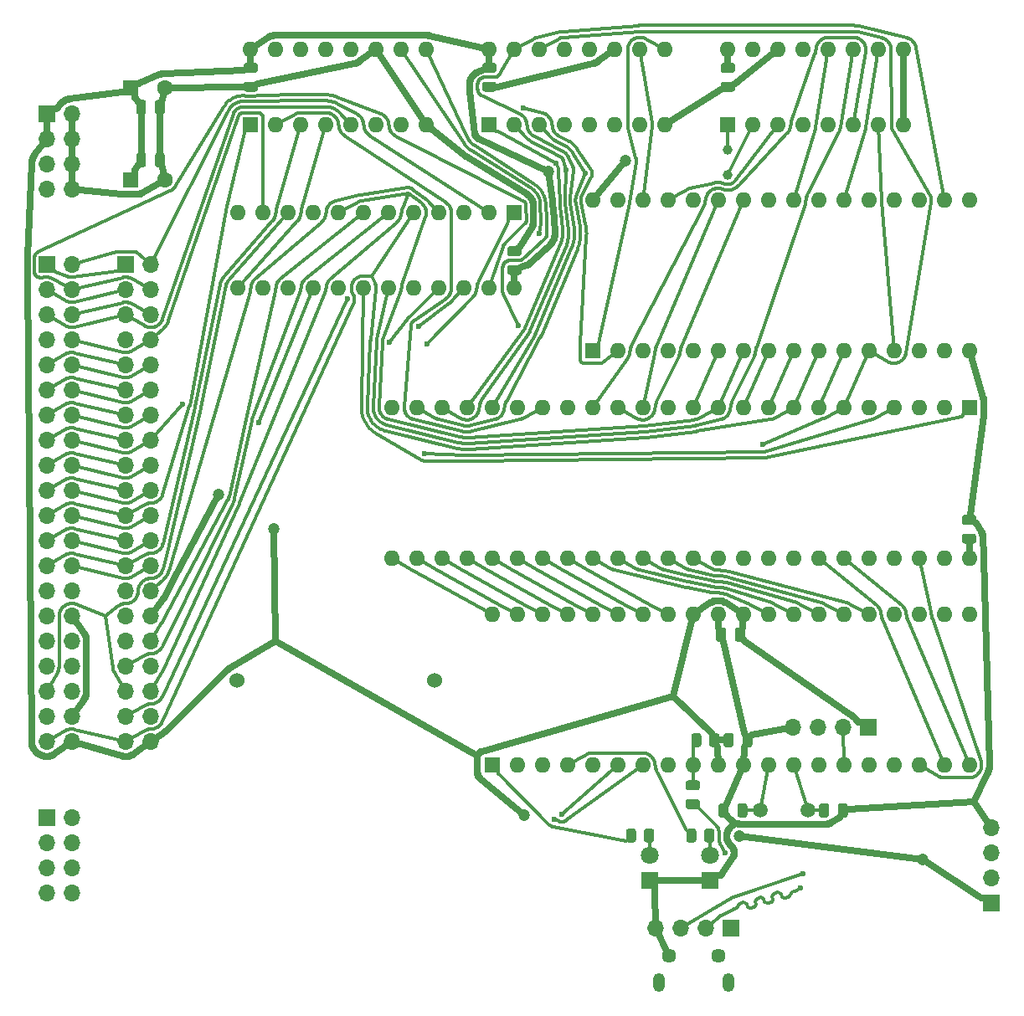
<source format=gbr>
%TF.GenerationSoftware,KiCad,Pcbnew,(5.1.9)-1*%
%TF.CreationDate,2021-05-25T17:26:24-04:00*%
%TF.ProjectId,main,6d61696e-2e6b-4696-9361-645f70636258,rev?*%
%TF.SameCoordinates,Original*%
%TF.FileFunction,Copper,L2,Bot*%
%TF.FilePolarity,Positive*%
%FSLAX46Y46*%
G04 Gerber Fmt 4.6, Leading zero omitted, Abs format (unit mm)*
G04 Created by KiCad (PCBNEW (5.1.9)-1) date 2021-05-25 17:26:24*
%MOMM*%
%LPD*%
G01*
G04 APERTURE LIST*
%TA.AperFunction,ComponentPad*%
%ADD10O,1.600000X1.600000*%
%TD*%
%TA.AperFunction,ComponentPad*%
%ADD11R,1.600000X1.600000*%
%TD*%
%TA.AperFunction,ComponentPad*%
%ADD12O,1.700000X1.700000*%
%TD*%
%TA.AperFunction,ComponentPad*%
%ADD13R,1.700000X1.700000*%
%TD*%
%TA.AperFunction,ComponentPad*%
%ADD14C,1.500000*%
%TD*%
%TA.AperFunction,ComponentPad*%
%ADD15C,1.800000*%
%TD*%
%TA.AperFunction,ComponentPad*%
%ADD16R,1.800000X1.800000*%
%TD*%
%TA.AperFunction,ComponentPad*%
%ADD17O,1.200000X1.900000*%
%TD*%
%TA.AperFunction,ComponentPad*%
%ADD18C,1.450000*%
%TD*%
%TA.AperFunction,ComponentPad*%
%ADD19C,1.000000*%
%TD*%
%TA.AperFunction,ComponentPad*%
%ADD20C,1.524000*%
%TD*%
%TA.AperFunction,ComponentPad*%
%ADD21C,1.600000*%
%TD*%
%TA.AperFunction,ViaPad*%
%ADD22C,1.200000*%
%TD*%
%TA.AperFunction,ViaPad*%
%ADD23C,0.600000*%
%TD*%
%TA.AperFunction,Conductor*%
%ADD24C,0.700000*%
%TD*%
%TA.AperFunction,Conductor*%
%ADD25C,0.300000*%
%TD*%
G04 APERTURE END LIST*
%TO.P,C24,2*%
%TO.N,GND*%
%TA.AperFunction,SMDPad,CuDef*%
G36*
G01*
X66835000Y-27374000D02*
X67785000Y-27374000D01*
G75*
G02*
X68035000Y-27624000I0J-250000D01*
G01*
X68035000Y-28124000D01*
G75*
G02*
X67785000Y-28374000I-250000J0D01*
G01*
X66835000Y-28374000D01*
G75*
G02*
X66585000Y-28124000I0J250000D01*
G01*
X66585000Y-27624000D01*
G75*
G02*
X66835000Y-27374000I250000J0D01*
G01*
G37*
%TD.AperFunction*%
%TO.P,C24,1*%
%TO.N,+5V*%
%TA.AperFunction,SMDPad,CuDef*%
G36*
G01*
X66835000Y-25474000D02*
X67785000Y-25474000D01*
G75*
G02*
X68035000Y-25724000I0J-250000D01*
G01*
X68035000Y-26224000D01*
G75*
G02*
X67785000Y-26474000I-250000J0D01*
G01*
X66835000Y-26474000D01*
G75*
G02*
X66585000Y-26224000I0J250000D01*
G01*
X66585000Y-25724000D01*
G75*
G02*
X66835000Y-25474000I250000J0D01*
G01*
G37*
%TD.AperFunction*%
%TD*%
%TO.P,C22,2*%
%TO.N,GND*%
%TA.AperFunction,SMDPad,CuDef*%
G36*
G01*
X42705000Y-27374000D02*
X43655000Y-27374000D01*
G75*
G02*
X43905000Y-27624000I0J-250000D01*
G01*
X43905000Y-28124000D01*
G75*
G02*
X43655000Y-28374000I-250000J0D01*
G01*
X42705000Y-28374000D01*
G75*
G02*
X42455000Y-28124000I0J250000D01*
G01*
X42455000Y-27624000D01*
G75*
G02*
X42705000Y-27374000I250000J0D01*
G01*
G37*
%TD.AperFunction*%
%TO.P,C22,1*%
%TO.N,+5V*%
%TA.AperFunction,SMDPad,CuDef*%
G36*
G01*
X42705000Y-25474000D02*
X43655000Y-25474000D01*
G75*
G02*
X43905000Y-25724000I0J-250000D01*
G01*
X43905000Y-26224000D01*
G75*
G02*
X43655000Y-26474000I-250000J0D01*
G01*
X42705000Y-26474000D01*
G75*
G02*
X42455000Y-26224000I0J250000D01*
G01*
X42455000Y-25724000D01*
G75*
G02*
X42705000Y-25474000I250000J0D01*
G01*
G37*
%TD.AperFunction*%
%TD*%
%TO.P,C20,2*%
%TO.N,GND*%
%TA.AperFunction,SMDPad,CuDef*%
G36*
G01*
X70325000Y-45016000D02*
X69375000Y-45016000D01*
G75*
G02*
X69125000Y-44766000I0J250000D01*
G01*
X69125000Y-44266000D01*
G75*
G02*
X69375000Y-44016000I250000J0D01*
G01*
X70325000Y-44016000D01*
G75*
G02*
X70575000Y-44266000I0J-250000D01*
G01*
X70575000Y-44766000D01*
G75*
G02*
X70325000Y-45016000I-250000J0D01*
G01*
G37*
%TD.AperFunction*%
%TO.P,C20,1*%
%TO.N,+5V*%
%TA.AperFunction,SMDPad,CuDef*%
G36*
G01*
X70325000Y-46916000D02*
X69375000Y-46916000D01*
G75*
G02*
X69125000Y-46666000I0J250000D01*
G01*
X69125000Y-46166000D01*
G75*
G02*
X69375000Y-45916000I250000J0D01*
G01*
X70325000Y-45916000D01*
G75*
G02*
X70575000Y-46166000I0J-250000D01*
G01*
X70575000Y-46666000D01*
G75*
G02*
X70325000Y-46916000I-250000J0D01*
G01*
G37*
%TD.AperFunction*%
%TD*%
D10*
%TO.P,U7,16*%
%TO.N,+5V*%
X67310000Y-24130000D03*
%TO.P,U7,8*%
%TO.N,GND*%
X85090000Y-31750000D03*
%TO.P,U7,15*%
%TO.N,F_D4*%
X69850000Y-24130000D03*
%TO.P,U7,7*%
%TO.N,N/C*%
X82550000Y-31750000D03*
%TO.P,U7,14*%
%TO.N,F_A0*%
X72390000Y-24130000D03*
%TO.P,U7,6*%
%TO.N,N/C*%
X80010000Y-31750000D03*
%TO.P,U7,13*%
%TO.N,F_A1*%
X74930000Y-24130000D03*
%TO.P,U7,5*%
%TO.N,F_A13*%
X77470000Y-31750000D03*
%TO.P,U7,12*%
%TO.N,Net-(U3-Pad12)*%
X77470000Y-24130000D03*
%TO.P,U7,4*%
%TO.N,F_A14*%
X74930000Y-31750000D03*
%TO.P,U7,11*%
%TO.N,GND*%
X80010000Y-24130000D03*
%TO.P,U7,3*%
%TO.N,F_D7*%
X72390000Y-31750000D03*
%TO.P,U7,10*%
%TO.N,S4*%
X82550000Y-24130000D03*
%TO.P,U7,2*%
%TO.N,F_D6*%
X69850000Y-31750000D03*
%TO.P,U7,9*%
%TO.N,S5*%
X85090000Y-24130000D03*
D11*
%TO.P,U7,1*%
%TO.N,F_D5*%
X67310000Y-31750000D03*
%TD*%
D10*
%TO.P,U3,16*%
%TO.N,+5V*%
X43180000Y-24130000D03*
%TO.P,U3,8*%
%TO.N,GND*%
X60960000Y-31750000D03*
%TO.P,U3,15*%
%TO.N,F_D0*%
X45720000Y-24130000D03*
%TO.P,U3,7*%
%TO.N,S2*%
X58420000Y-31750000D03*
%TO.P,U3,14*%
%TO.N,F_A0*%
X48260000Y-24130000D03*
%TO.P,U3,6*%
%TO.N,S3*%
X55880000Y-31750000D03*
%TO.P,U3,13*%
%TO.N,F_A1*%
X50800000Y-24130000D03*
%TO.P,U3,5*%
%TO.N,F_A13*%
X53340000Y-31750000D03*
%TO.P,U3,12*%
%TO.N,Net-(U3-Pad12)*%
X53340000Y-24130000D03*
%TO.P,U3,4*%
%TO.N,F_A14*%
X50800000Y-31750000D03*
%TO.P,U3,11*%
%TO.N,GND*%
X55880000Y-24130000D03*
%TO.P,U3,3*%
%TO.N,F_D3*%
X48260000Y-31750000D03*
%TO.P,U3,10*%
%TO.N,S0*%
X58420000Y-24130000D03*
%TO.P,U3,2*%
%TO.N,F_D2*%
X45720000Y-31750000D03*
%TO.P,U3,9*%
%TO.N,S1*%
X60960000Y-24130000D03*
D11*
%TO.P,U3,1*%
%TO.N,F_D1*%
X43180000Y-31750000D03*
%TD*%
D12*
%TO.P,J4,4*%
%TO.N,GND*%
X118110000Y-102870000D03*
%TO.P,J4,3*%
%TO.N,Net-(J4-Pad3)*%
X118110000Y-105410000D03*
%TO.P,J4,2*%
%TO.N,Net-(J4-Pad2)*%
X118110000Y-107950000D03*
D13*
%TO.P,J4,1*%
%TO.N,+3V3*%
X118110000Y-110490000D03*
%TD*%
D14*
%TO.P,Y2,2*%
%TO.N,Net-(C9-Pad1)*%
X94688000Y-101092000D03*
%TO.P,Y2,1*%
%TO.N,Net-(C10-Pad1)*%
X99568000Y-101092000D03*
%TD*%
%TO.P,R11,2*%
%TO.N,Net-(C19-Pad2)*%
%TA.AperFunction,SMDPad,CuDef*%
G36*
G01*
X88754000Y-93529999D02*
X88754000Y-94430001D01*
G75*
G02*
X88504001Y-94680000I-249999J0D01*
G01*
X87978999Y-94680000D01*
G75*
G02*
X87729000Y-94430001I0J249999D01*
G01*
X87729000Y-93529999D01*
G75*
G02*
X87978999Y-93280000I249999J0D01*
G01*
X88504001Y-93280000D01*
G75*
G02*
X88754000Y-93529999I0J-249999D01*
G01*
G37*
%TD.AperFunction*%
%TO.P,R11,1*%
%TO.N,+5V*%
%TA.AperFunction,SMDPad,CuDef*%
G36*
G01*
X90579000Y-93529999D02*
X90579000Y-94430001D01*
G75*
G02*
X90329001Y-94680000I-249999J0D01*
G01*
X89803999Y-94680000D01*
G75*
G02*
X89554000Y-94430001I0J249999D01*
G01*
X89554000Y-93529999D01*
G75*
G02*
X89803999Y-93280000I249999J0D01*
G01*
X90329001Y-93280000D01*
G75*
G02*
X90579000Y-93529999I0J-249999D01*
G01*
G37*
%TD.AperFunction*%
%TD*%
%TO.P,R10,2*%
%TO.N,Net-(R10-Pad2)*%
%TA.AperFunction,SMDPad,CuDef*%
G36*
G01*
X88246000Y-103181999D02*
X88246000Y-104082001D01*
G75*
G02*
X87996001Y-104332000I-249999J0D01*
G01*
X87470999Y-104332000D01*
G75*
G02*
X87221000Y-104082001I0J249999D01*
G01*
X87221000Y-103181999D01*
G75*
G02*
X87470999Y-102932000I249999J0D01*
G01*
X87996001Y-102932000D01*
G75*
G02*
X88246000Y-103181999I0J-249999D01*
G01*
G37*
%TD.AperFunction*%
%TO.P,R10,1*%
%TO.N,Net-(D2-Pad2)*%
%TA.AperFunction,SMDPad,CuDef*%
G36*
G01*
X90071000Y-103181999D02*
X90071000Y-104082001D01*
G75*
G02*
X89821001Y-104332000I-249999J0D01*
G01*
X89295999Y-104332000D01*
G75*
G02*
X89046000Y-104082001I0J249999D01*
G01*
X89046000Y-103181999D01*
G75*
G02*
X89295999Y-102932000I249999J0D01*
G01*
X89821001Y-102932000D01*
G75*
G02*
X90071000Y-103181999I0J-249999D01*
G01*
G37*
%TD.AperFunction*%
%TD*%
D12*
%TO.P,J8,4*%
%TO.N,GND*%
X98044000Y-92710000D03*
%TO.P,J8,3*%
%TO.N,Net-(J8-Pad3)*%
X100584000Y-92710000D03*
%TO.P,J8,2*%
%TO.N,Net-(J8-Pad2)*%
X103124000Y-92710000D03*
D13*
%TO.P,J8,1*%
%TO.N,+5V*%
X105664000Y-92710000D03*
%TD*%
D12*
%TO.P,J6,4*%
%TO.N,GND*%
X84130000Y-113000000D03*
%TO.P,J6,3*%
%TO.N,Net-(J6-Pad3)*%
X86670000Y-113000000D03*
%TO.P,J6,2*%
%TO.N,Net-(J6-Pad2)*%
X89210000Y-113000000D03*
D13*
%TO.P,J6,1*%
%TO.N,Net-(C15-Pad1)*%
X91750000Y-113000000D03*
%TD*%
D15*
%TO.P,D2,2*%
%TO.N,Net-(D2-Pad2)*%
X89662000Y-105664000D03*
D16*
%TO.P,D2,1*%
%TO.N,GND*%
X89662000Y-108204000D03*
%TD*%
%TO.P,C19,2*%
%TO.N,Net-(C19-Pad2)*%
%TA.AperFunction,SMDPad,CuDef*%
G36*
G01*
X88359000Y-99050000D02*
X87409000Y-99050000D01*
G75*
G02*
X87159000Y-98800000I0J250000D01*
G01*
X87159000Y-98300000D01*
G75*
G02*
X87409000Y-98050000I250000J0D01*
G01*
X88359000Y-98050000D01*
G75*
G02*
X88609000Y-98300000I0J-250000D01*
G01*
X88609000Y-98800000D01*
G75*
G02*
X88359000Y-99050000I-250000J0D01*
G01*
G37*
%TD.AperFunction*%
%TO.P,C19,1*%
%TO.N,Net-(C19-Pad1)*%
%TA.AperFunction,SMDPad,CuDef*%
G36*
G01*
X88359000Y-100950000D02*
X87409000Y-100950000D01*
G75*
G02*
X87159000Y-100700000I0J250000D01*
G01*
X87159000Y-100200000D01*
G75*
G02*
X87409000Y-99950000I250000J0D01*
G01*
X88359000Y-99950000D01*
G75*
G02*
X88609000Y-100200000I0J-250000D01*
G01*
X88609000Y-100700000D01*
G75*
G02*
X88359000Y-100950000I-250000J0D01*
G01*
G37*
%TD.AperFunction*%
%TD*%
D10*
%TO.P,U4,40*%
%TO.N,AD0*%
X67580000Y-81280000D03*
%TO.P,U4,20*%
%TO.N,Net-(U4-Pad20)*%
X115840000Y-96520000D03*
%TO.P,U4,39*%
%TO.N,AD1*%
X70120000Y-81280000D03*
%TO.P,U4,19*%
%TO.N,AA0*%
X113300000Y-96520000D03*
%TO.P,U4,38*%
%TO.N,AD2*%
X72660000Y-81280000D03*
%TO.P,U4,18*%
%TO.N,Net-(U4-Pad18)*%
X110760000Y-96520000D03*
%TO.P,U4,37*%
%TO.N,AD3*%
X75200000Y-81280000D03*
%TO.P,U4,17*%
%TO.N,Net-(Q5-Pad3)*%
X108220000Y-96520000D03*
%TO.P,U4,36*%
%TO.N,AD4*%
X77740000Y-81280000D03*
%TO.P,U4,16*%
%TO.N,Net-(Q7-Pad3)*%
X105680000Y-96520000D03*
%TO.P,U4,35*%
%TO.N,AD5*%
X80280000Y-81280000D03*
%TO.P,U4,15*%
%TO.N,Net-(J8-Pad2)*%
X103140000Y-96520000D03*
%TO.P,U4,34*%
%TO.N,AD6*%
X82820000Y-81280000D03*
%TO.P,U4,14*%
%TO.N,Net-(J8-Pad3)*%
X100600000Y-96520000D03*
%TO.P,U4,33*%
%TO.N,AD7*%
X85360000Y-81280000D03*
%TO.P,U4,13*%
%TO.N,Net-(C10-Pad1)*%
X98060000Y-96520000D03*
%TO.P,U4,32*%
%TO.N,+5V*%
X87900000Y-81280000D03*
%TO.P,U4,12*%
%TO.N,Net-(C9-Pad1)*%
X95520000Y-96520000D03*
%TO.P,U4,31*%
%TO.N,GND*%
X90440000Y-81280000D03*
%TO.P,U4,11*%
X92980000Y-96520000D03*
%TO.P,U4,30*%
%TO.N,+5V*%
X92980000Y-81280000D03*
%TO.P,U4,10*%
X90440000Y-96520000D03*
%TO.P,U4,29*%
%TO.N,AA9*%
X95520000Y-81280000D03*
%TO.P,U4,9*%
%TO.N,Net-(C19-Pad2)*%
X87900000Y-96520000D03*
%TO.P,U4,28*%
%TO.N,AA8*%
X98060000Y-81280000D03*
%TO.P,U4,8*%
%TO.N,Net-(Q1-Pad3)*%
X85360000Y-96520000D03*
%TO.P,U4,27*%
%TO.N,AA7*%
X100600000Y-81280000D03*
%TO.P,U4,7*%
%TO.N,Net-(Q2-Pad3)*%
X82820000Y-96520000D03*
%TO.P,U4,26*%
%TO.N,AA6*%
X103140000Y-81280000D03*
%TO.P,U4,6*%
%TO.N,Net-(Q3-Pad3)*%
X80280000Y-96520000D03*
%TO.P,U4,25*%
%TO.N,AA5*%
X105680000Y-81280000D03*
%TO.P,U4,5*%
%TO.N,Net-(Q4-Pad3)*%
X77740000Y-96520000D03*
%TO.P,U4,24*%
%TO.N,AA4*%
X108220000Y-81280000D03*
%TO.P,U4,4*%
%TO.N,Net-(R10-Pad2)*%
X75200000Y-96520000D03*
%TO.P,U4,23*%
%TO.N,AA3*%
X110760000Y-81280000D03*
%TO.P,U4,3*%
%TO.N,Net-(U4-Pad3)*%
X72660000Y-96520000D03*
%TO.P,U4,22*%
%TO.N,AA2*%
X113300000Y-81280000D03*
%TO.P,U4,2*%
%TO.N,Net-(U4-Pad2)*%
X70120000Y-96520000D03*
%TO.P,U4,21*%
%TO.N,AA1*%
X115840000Y-81280000D03*
D11*
%TO.P,U4,1*%
%TO.N,Net-(R9-Pad2)*%
X67580000Y-96520000D03*
%TD*%
D10*
%TO.P,U5,48*%
%TO.N,+5V*%
X115840000Y-75565000D03*
%TO.P,U5,24*%
%TO.N,GND*%
X57420000Y-60325000D03*
%TO.P,U5,47*%
%TO.N,Net-(U4-Pad2)*%
X113300000Y-75565000D03*
%TO.P,U5,23*%
%TO.N,F_D7*%
X59960000Y-60325000D03*
%TO.P,U5,46*%
%TO.N,Net-(U4-Pad18)*%
X110760000Y-75565000D03*
%TO.P,U5,22*%
%TO.N,F_D6*%
X62500000Y-60325000D03*
%TO.P,U5,45*%
%TO.N,N/C*%
X108220000Y-75565000D03*
%TO.P,U5,21*%
%TO.N,F_D5*%
X65040000Y-60325000D03*
%TO.P,U5,44*%
%TO.N,Net-(U4-Pad3)*%
X105680000Y-75565000D03*
%TO.P,U5,20*%
%TO.N,F_D4*%
X67580000Y-60325000D03*
%TO.P,U5,43*%
%TO.N,Net-(U4-Pad20)*%
X103140000Y-75565000D03*
%TO.P,U5,19*%
%TO.N,F_D3*%
X70120000Y-60325000D03*
%TO.P,U5,42*%
%TO.N,AA0*%
X100600000Y-75565000D03*
%TO.P,U5,18*%
%TO.N,F_D2*%
X72660000Y-60325000D03*
%TO.P,U5,41*%
%TO.N,AA1*%
X98060000Y-75565000D03*
%TO.P,U5,17*%
%TO.N,F_D1*%
X75200000Y-60325000D03*
%TO.P,U5,40*%
%TO.N,AA2*%
X95520000Y-75565000D03*
%TO.P,U5,16*%
%TO.N,F_D0*%
X77740000Y-60325000D03*
%TO.P,U5,39*%
%TO.N,AA3*%
X92980000Y-75565000D03*
%TO.P,U5,15*%
%TO.N,F_A9*%
X80280000Y-60325000D03*
%TO.P,U5,38*%
%TO.N,AA4*%
X90440000Y-75565000D03*
%TO.P,U5,14*%
%TO.N,F_A8*%
X82820000Y-60325000D03*
%TO.P,U5,37*%
%TO.N,AA5*%
X87900000Y-75565000D03*
%TO.P,U5,13*%
%TO.N,F_A7*%
X85360000Y-60325000D03*
%TO.P,U5,36*%
%TO.N,AA6*%
X85360000Y-75565000D03*
%TO.P,U5,12*%
%TO.N,F_A6*%
X87900000Y-60325000D03*
%TO.P,U5,35*%
%TO.N,AA7*%
X82820000Y-75565000D03*
%TO.P,U5,11*%
%TO.N,F_A5*%
X90440000Y-60325000D03*
%TO.P,U5,34*%
%TO.N,AA8*%
X80280000Y-75565000D03*
%TO.P,U5,10*%
%TO.N,F_A4*%
X92980000Y-60325000D03*
%TO.P,U5,33*%
%TO.N,AA9*%
X77740000Y-75565000D03*
%TO.P,U5,9*%
%TO.N,F_A3*%
X95520000Y-60325000D03*
%TO.P,U5,32*%
%TO.N,AD7*%
X75200000Y-75565000D03*
%TO.P,U5,8*%
%TO.N,F_A2*%
X98060000Y-60325000D03*
%TO.P,U5,31*%
%TO.N,AD6*%
X72660000Y-75565000D03*
%TO.P,U5,7*%
%TO.N,F_A1*%
X100600000Y-60325000D03*
%TO.P,U5,30*%
%TO.N,AD5*%
X70120000Y-75565000D03*
%TO.P,U5,6*%
%TO.N,F_A0*%
X103140000Y-60325000D03*
%TO.P,U5,29*%
%TO.N,AD4*%
X67580000Y-75565000D03*
%TO.P,U5,5*%
%TO.N,~F_READ~*%
X105680000Y-60325000D03*
%TO.P,U5,28*%
%TO.N,AD3*%
X65040000Y-75565000D03*
%TO.P,U5,4*%
%TO.N,Net-(R18-Pad1)*%
X108220000Y-60325000D03*
%TO.P,U5,27*%
%TO.N,AD2*%
X62500000Y-75565000D03*
%TO.P,U5,3*%
%TO.N,N/C*%
X110760000Y-60325000D03*
%TO.P,U5,26*%
%TO.N,AD1*%
X59960000Y-75565000D03*
%TO.P,U5,2*%
%TO.N,~F_WRITE~*%
X113300000Y-60325000D03*
%TO.P,U5,25*%
%TO.N,AD0*%
X57420000Y-75565000D03*
D11*
%TO.P,U5,1*%
%TO.N,Net-(U5-Pad1)*%
X115840000Y-60325000D03*
%TD*%
D10*
%TO.P,U8,24*%
%TO.N,+5V*%
X69850000Y-48260000D03*
%TO.P,U8,12*%
%TO.N,GND*%
X41910000Y-40640000D03*
%TO.P,U8,23*%
%TO.N,~F_EXMEM~*%
X67310000Y-48260000D03*
%TO.P,U8,11*%
%TO.N,F_A15*%
X44450000Y-40640000D03*
%TO.P,U8,22*%
%TO.N,F_A10*%
X64770000Y-48260000D03*
%TO.P,U8,10*%
%TO.N,F_A7*%
X46990000Y-40640000D03*
%TO.P,U8,21*%
%TO.N,F_A11*%
X62230000Y-48260000D03*
%TO.P,U8,9*%
%TO.N,F_A6*%
X49530000Y-40640000D03*
%TO.P,U8,20*%
%TO.N,Net-(U3-Pad12)*%
X59690000Y-48260000D03*
%TO.P,U8,8*%
%TO.N,F_A5*%
X52070000Y-40640000D03*
%TO.P,U8,19*%
%TO.N,Net-(U2-Pad11)*%
X57150000Y-48260000D03*
%TO.P,U8,7*%
%TO.N,F_A4*%
X54610000Y-40640000D03*
%TO.P,U8,18*%
%TO.N,Net-(U5-Pad1)*%
X54610000Y-48260000D03*
%TO.P,U8,6*%
%TO.N,F_A3*%
X57150000Y-40640000D03*
%TO.P,U8,17*%
%TO.N,N/C*%
X52070000Y-48260000D03*
%TO.P,U8,5*%
%TO.N,F_A2*%
X59690000Y-40640000D03*
%TO.P,U8,16*%
%TO.N,Net-(R19-Pad1)*%
X49530000Y-48260000D03*
%TO.P,U8,4*%
%TO.N,F_A1*%
X62230000Y-40640000D03*
%TO.P,U8,15*%
%TO.N,F_A12*%
X46990000Y-48260000D03*
%TO.P,U8,3*%
%TO.N,F_A0*%
X64770000Y-40640000D03*
%TO.P,U8,14*%
%TO.N,F_A13*%
X44450000Y-48260000D03*
%TO.P,U8,2*%
%TO.N,~F_MREQ~*%
X67310000Y-40640000D03*
%TO.P,U8,13*%
%TO.N,F_A14*%
X41910000Y-48260000D03*
D11*
%TO.P,U8,1*%
%TO.N,~F_OUT~*%
X69850000Y-40640000D03*
%TD*%
%TO.P,R9,2*%
%TO.N,Net-(R9-Pad2)*%
%TA.AperFunction,SMDPad,CuDef*%
G36*
G01*
X82150000Y-103181999D02*
X82150000Y-104082001D01*
G75*
G02*
X81900001Y-104332000I-249999J0D01*
G01*
X81374999Y-104332000D01*
G75*
G02*
X81125000Y-104082001I0J249999D01*
G01*
X81125000Y-103181999D01*
G75*
G02*
X81374999Y-102932000I249999J0D01*
G01*
X81900001Y-102932000D01*
G75*
G02*
X82150000Y-103181999I0J-249999D01*
G01*
G37*
%TD.AperFunction*%
%TO.P,R9,1*%
%TO.N,Net-(D1-Pad2)*%
%TA.AperFunction,SMDPad,CuDef*%
G36*
G01*
X83975000Y-103181999D02*
X83975000Y-104082001D01*
G75*
G02*
X83725001Y-104332000I-249999J0D01*
G01*
X83199999Y-104332000D01*
G75*
G02*
X82950000Y-104082001I0J249999D01*
G01*
X82950000Y-103181999D01*
G75*
G02*
X83199999Y-102932000I249999J0D01*
G01*
X83725001Y-102932000D01*
G75*
G02*
X83975000Y-103181999I0J-249999D01*
G01*
G37*
%TD.AperFunction*%
%TD*%
D17*
%TO.P,J7,6*%
%TO.N,GND*%
X91500000Y-118487500D03*
X84500000Y-118487500D03*
D18*
X90500000Y-115787500D03*
X85500000Y-115787500D03*
%TD*%
D15*
%TO.P,D1,2*%
%TO.N,Net-(D1-Pad2)*%
X83500000Y-105664000D03*
D16*
%TO.P,D1,1*%
%TO.N,GND*%
X83500000Y-108204000D03*
%TD*%
%TO.P,C10,2*%
%TO.N,GND*%
%TA.AperFunction,SMDPad,CuDef*%
G36*
G01*
X102558000Y-101567000D02*
X102558000Y-100617000D01*
G75*
G02*
X102808000Y-100367000I250000J0D01*
G01*
X103308000Y-100367000D01*
G75*
G02*
X103558000Y-100617000I0J-250000D01*
G01*
X103558000Y-101567000D01*
G75*
G02*
X103308000Y-101817000I-250000J0D01*
G01*
X102808000Y-101817000D01*
G75*
G02*
X102558000Y-101567000I0J250000D01*
G01*
G37*
%TD.AperFunction*%
%TO.P,C10,1*%
%TO.N,Net-(C10-Pad1)*%
%TA.AperFunction,SMDPad,CuDef*%
G36*
G01*
X100658000Y-101567000D02*
X100658000Y-100617000D01*
G75*
G02*
X100908000Y-100367000I250000J0D01*
G01*
X101408000Y-100367000D01*
G75*
G02*
X101658000Y-100617000I0J-250000D01*
G01*
X101658000Y-101567000D01*
G75*
G02*
X101408000Y-101817000I-250000J0D01*
G01*
X100908000Y-101817000D01*
G75*
G02*
X100658000Y-101567000I0J250000D01*
G01*
G37*
%TD.AperFunction*%
%TD*%
%TO.P,C9,2*%
%TO.N,GND*%
%TA.AperFunction,SMDPad,CuDef*%
G36*
G01*
X91498000Y-100617000D02*
X91498000Y-101567000D01*
G75*
G02*
X91248000Y-101817000I-250000J0D01*
G01*
X90748000Y-101817000D01*
G75*
G02*
X90498000Y-101567000I0J250000D01*
G01*
X90498000Y-100617000D01*
G75*
G02*
X90748000Y-100367000I250000J0D01*
G01*
X91248000Y-100367000D01*
G75*
G02*
X91498000Y-100617000I0J-250000D01*
G01*
G37*
%TD.AperFunction*%
%TO.P,C9,1*%
%TO.N,Net-(C9-Pad1)*%
%TA.AperFunction,SMDPad,CuDef*%
G36*
G01*
X93398000Y-100617000D02*
X93398000Y-101567000D01*
G75*
G02*
X93148000Y-101817000I-250000J0D01*
G01*
X92648000Y-101817000D01*
G75*
G02*
X92398000Y-101567000I0J250000D01*
G01*
X92398000Y-100617000D01*
G75*
G02*
X92648000Y-100367000I250000J0D01*
G01*
X93148000Y-100367000D01*
G75*
G02*
X93398000Y-100617000I0J-250000D01*
G01*
G37*
%TD.AperFunction*%
%TD*%
D10*
%TO.P,U2,16*%
%TO.N,+5V*%
X91440000Y-24130000D03*
%TO.P,U2,8*%
%TO.N,GND*%
X109220000Y-31750000D03*
%TO.P,U2,15*%
%TO.N,Net-(U2-Pad15)*%
X93980000Y-24130000D03*
%TO.P,U2,7*%
%TO.N,F_D0*%
X106680000Y-31750000D03*
%TO.P,U2,14*%
%TO.N,GND*%
X96520000Y-24130000D03*
%TO.P,U2,6*%
%TO.N,F_D0*%
X104140000Y-31750000D03*
%TO.P,U2,13*%
%TO.N,~F_SYSRES~*%
X99060000Y-24130000D03*
%TO.P,U2,5*%
%TO.N,GND*%
X101600000Y-31750000D03*
%TO.P,U2,12*%
%TO.N,~F_READ~*%
X101600000Y-24130000D03*
%TO.P,U2,4*%
%TO.N,Net-(BT1-Pad1)*%
X99060000Y-31750000D03*
%TO.P,U2,11*%
%TO.N,Net-(U2-Pad11)*%
X104140000Y-24130000D03*
%TO.P,U2,3*%
%TO.N,~F_WRITE~*%
X96520000Y-31750000D03*
%TO.P,U2,10*%
%TO.N,Net-(U2-Pad10)*%
X106680000Y-24130000D03*
%TO.P,U2,2*%
%TO.N,Net-(U2-Pad2)*%
X93980000Y-31750000D03*
%TO.P,U2,9*%
%TO.N,GND*%
X109220000Y-24130000D03*
D11*
%TO.P,U2,1*%
%TO.N,Net-(U2-Pad1)*%
X91440000Y-31750000D03*
%TD*%
D19*
%TO.P,Y1,2*%
%TO.N,Net-(U2-Pad1)*%
X91425000Y-34290000D03*
%TO.P,Y1,1*%
%TO.N,Net-(U2-Pad2)*%
X91425000Y-36830000D03*
%TD*%
D10*
%TO.P,U6,32*%
%TO.N,Net-(U2-Pad15)*%
X77740000Y-39370000D03*
%TO.P,U6,16*%
%TO.N,GND*%
X115840000Y-54610000D03*
%TO.P,U6,31*%
%TO.N,S2*%
X80280000Y-39370000D03*
%TO.P,U6,15*%
%TO.N,F_D2*%
X113300000Y-54610000D03*
%TO.P,U6,30*%
%TO.N,S4*%
X82820000Y-39370000D03*
%TO.P,U6,14*%
%TO.N,F_D1*%
X110760000Y-54610000D03*
%TO.P,U6,29*%
%TO.N,~F_WRITE~*%
X85360000Y-39370000D03*
%TO.P,U6,13*%
%TO.N,F_D0*%
X108220000Y-54610000D03*
%TO.P,U6,28*%
%TO.N,S0*%
X87900000Y-39370000D03*
%TO.P,U6,12*%
%TO.N,F_A0*%
X105680000Y-54610000D03*
%TO.P,U6,27*%
%TO.N,F_A8*%
X90440000Y-39370000D03*
%TO.P,U6,11*%
%TO.N,F_A1*%
X103140000Y-54610000D03*
%TO.P,U6,26*%
%TO.N,F_A9*%
X92980000Y-39370000D03*
%TO.P,U6,10*%
%TO.N,F_A2*%
X100600000Y-54610000D03*
%TO.P,U6,25*%
%TO.N,F_A11*%
X95520000Y-39370000D03*
%TO.P,U6,9*%
%TO.N,F_A3*%
X98060000Y-54610000D03*
%TO.P,U6,24*%
%TO.N,~F_READ~*%
X98060000Y-39370000D03*
%TO.P,U6,8*%
%TO.N,F_A4*%
X95520000Y-54610000D03*
%TO.P,U6,23*%
%TO.N,F_A10*%
X100600000Y-39370000D03*
%TO.P,U6,7*%
%TO.N,F_A5*%
X92980000Y-54610000D03*
%TO.P,U6,22*%
%TO.N,Net-(U2-Pad10)*%
X103140000Y-39370000D03*
%TO.P,U6,6*%
%TO.N,F_A6*%
X90440000Y-54610000D03*
%TO.P,U6,21*%
%TO.N,F_D7*%
X105680000Y-39370000D03*
%TO.P,U6,5*%
%TO.N,F_A7*%
X87900000Y-54610000D03*
%TO.P,U6,20*%
%TO.N,F_D6*%
X108220000Y-39370000D03*
%TO.P,U6,4*%
%TO.N,F_A12*%
X85360000Y-54610000D03*
%TO.P,U6,19*%
%TO.N,F_D5*%
X110760000Y-39370000D03*
%TO.P,U6,3*%
%TO.N,S1*%
X82820000Y-54610000D03*
%TO.P,U6,18*%
%TO.N,F_D4*%
X113300000Y-39370000D03*
%TO.P,U6,2*%
%TO.N,S3*%
X80280000Y-54610000D03*
%TO.P,U6,17*%
%TO.N,F_D3*%
X115840000Y-39370000D03*
D11*
%TO.P,U6,1*%
%TO.N,S5*%
X77740000Y-54610000D03*
%TD*%
D20*
%TO.P,BT1,1*%
%TO.N,Net-(BT1-Pad1)*%
X61800000Y-87905000D03*
%TO.P,BT1,2*%
%TO.N,GND*%
X41800000Y-87905000D03*
%TD*%
D21*
%TO.P,C1,2*%
%TO.N,GND*%
X34500000Y-37300000D03*
D11*
%TO.P,C1,1*%
%TO.N,+5V*%
X31000000Y-37300000D03*
%TD*%
%TO.P,C3,2*%
%TO.N,GND*%
%TA.AperFunction,SMDPad,CuDef*%
G36*
G01*
X33503900Y-35762200D02*
X33503900Y-34812200D01*
G75*
G02*
X33753900Y-34562200I250000J0D01*
G01*
X34253900Y-34562200D01*
G75*
G02*
X34503900Y-34812200I0J-250000D01*
G01*
X34503900Y-35762200D01*
G75*
G02*
X34253900Y-36012200I-250000J0D01*
G01*
X33753900Y-36012200D01*
G75*
G02*
X33503900Y-35762200I0J250000D01*
G01*
G37*
%TD.AperFunction*%
%TO.P,C3,1*%
%TO.N,+5V*%
%TA.AperFunction,SMDPad,CuDef*%
G36*
G01*
X31603900Y-35762200D02*
X31603900Y-34812200D01*
G75*
G02*
X31853900Y-34562200I250000J0D01*
G01*
X32353900Y-34562200D01*
G75*
G02*
X32603900Y-34812200I0J-250000D01*
G01*
X32603900Y-35762200D01*
G75*
G02*
X32353900Y-36012200I-250000J0D01*
G01*
X31853900Y-36012200D01*
G75*
G02*
X31603900Y-35762200I0J250000D01*
G01*
G37*
%TD.AperFunction*%
%TD*%
%TO.P,C2,2*%
%TO.N,GND*%
%TA.AperFunction,SMDPad,CuDef*%
G36*
G01*
X33503900Y-30408000D02*
X33503900Y-29458000D01*
G75*
G02*
X33753900Y-29208000I250000J0D01*
G01*
X34253900Y-29208000D01*
G75*
G02*
X34503900Y-29458000I0J-250000D01*
G01*
X34503900Y-30408000D01*
G75*
G02*
X34253900Y-30658000I-250000J0D01*
G01*
X33753900Y-30658000D01*
G75*
G02*
X33503900Y-30408000I0J250000D01*
G01*
G37*
%TD.AperFunction*%
%TO.P,C2,1*%
%TO.N,+5V*%
%TA.AperFunction,SMDPad,CuDef*%
G36*
G01*
X31603900Y-30408000D02*
X31603900Y-29458000D01*
G75*
G02*
X31853900Y-29208000I250000J0D01*
G01*
X32353900Y-29208000D01*
G75*
G02*
X32603900Y-29458000I0J-250000D01*
G01*
X32603900Y-30408000D01*
G75*
G02*
X32353900Y-30658000I-250000J0D01*
G01*
X31853900Y-30658000D01*
G75*
G02*
X31603900Y-30408000I0J250000D01*
G01*
G37*
%TD.AperFunction*%
%TD*%
%TO.P,C12,2*%
%TO.N,GND*%
%TA.AperFunction,SMDPad,CuDef*%
G36*
G01*
X90965000Y-27374000D02*
X91915000Y-27374000D01*
G75*
G02*
X92165000Y-27624000I0J-250000D01*
G01*
X92165000Y-28124000D01*
G75*
G02*
X91915000Y-28374000I-250000J0D01*
G01*
X90965000Y-28374000D01*
G75*
G02*
X90715000Y-28124000I0J250000D01*
G01*
X90715000Y-27624000D01*
G75*
G02*
X90965000Y-27374000I250000J0D01*
G01*
G37*
%TD.AperFunction*%
%TO.P,C12,1*%
%TO.N,+5V*%
%TA.AperFunction,SMDPad,CuDef*%
G36*
G01*
X90965000Y-25474000D02*
X91915000Y-25474000D01*
G75*
G02*
X92165000Y-25724000I0J-250000D01*
G01*
X92165000Y-26224000D01*
G75*
G02*
X91915000Y-26474000I-250000J0D01*
G01*
X90965000Y-26474000D01*
G75*
G02*
X90715000Y-26224000I0J250000D01*
G01*
X90715000Y-25724000D01*
G75*
G02*
X90965000Y-25474000I250000J0D01*
G01*
G37*
%TD.AperFunction*%
%TD*%
%TO.P,C13,2*%
%TO.N,GND*%
%TA.AperFunction,SMDPad,CuDef*%
G36*
G01*
X116299000Y-72194000D02*
X115349000Y-72194000D01*
G75*
G02*
X115099000Y-71944000I0J250000D01*
G01*
X115099000Y-71444000D01*
G75*
G02*
X115349000Y-71194000I250000J0D01*
G01*
X116299000Y-71194000D01*
G75*
G02*
X116549000Y-71444000I0J-250000D01*
G01*
X116549000Y-71944000D01*
G75*
G02*
X116299000Y-72194000I-250000J0D01*
G01*
G37*
%TD.AperFunction*%
%TO.P,C13,1*%
%TO.N,+5V*%
%TA.AperFunction,SMDPad,CuDef*%
G36*
G01*
X116299000Y-74094000D02*
X115349000Y-74094000D01*
G75*
G02*
X115099000Y-73844000I0J250000D01*
G01*
X115099000Y-73344000D01*
G75*
G02*
X115349000Y-73094000I250000J0D01*
G01*
X116299000Y-73094000D01*
G75*
G02*
X116549000Y-73344000I0J-250000D01*
G01*
X116549000Y-73844000D01*
G75*
G02*
X116299000Y-74094000I-250000J0D01*
G01*
G37*
%TD.AperFunction*%
%TD*%
%TO.P,C14,2*%
%TO.N,GND*%
%TA.AperFunction,SMDPad,CuDef*%
G36*
G01*
X91244000Y-82837000D02*
X91244000Y-83787000D01*
G75*
G02*
X90994000Y-84037000I-250000J0D01*
G01*
X90494000Y-84037000D01*
G75*
G02*
X90244000Y-83787000I0J250000D01*
G01*
X90244000Y-82837000D01*
G75*
G02*
X90494000Y-82587000I250000J0D01*
G01*
X90994000Y-82587000D01*
G75*
G02*
X91244000Y-82837000I0J-250000D01*
G01*
G37*
%TD.AperFunction*%
%TO.P,C14,1*%
%TO.N,+5V*%
%TA.AperFunction,SMDPad,CuDef*%
G36*
G01*
X93144000Y-82837000D02*
X93144000Y-83787000D01*
G75*
G02*
X92894000Y-84037000I-250000J0D01*
G01*
X92394000Y-84037000D01*
G75*
G02*
X92144000Y-83787000I0J250000D01*
G01*
X92144000Y-82837000D01*
G75*
G02*
X92394000Y-82587000I250000J0D01*
G01*
X92894000Y-82587000D01*
G75*
G02*
X93144000Y-82837000I0J-250000D01*
G01*
G37*
%TD.AperFunction*%
%TD*%
%TO.P,C18,2*%
%TO.N,GND*%
%TA.AperFunction,SMDPad,CuDef*%
G36*
G01*
X92906000Y-94455000D02*
X92906000Y-93505000D01*
G75*
G02*
X93156000Y-93255000I250000J0D01*
G01*
X93656000Y-93255000D01*
G75*
G02*
X93906000Y-93505000I0J-250000D01*
G01*
X93906000Y-94455000D01*
G75*
G02*
X93656000Y-94705000I-250000J0D01*
G01*
X93156000Y-94705000D01*
G75*
G02*
X92906000Y-94455000I0J250000D01*
G01*
G37*
%TD.AperFunction*%
%TO.P,C18,1*%
%TO.N,+5V*%
%TA.AperFunction,SMDPad,CuDef*%
G36*
G01*
X91006000Y-94455000D02*
X91006000Y-93505000D01*
G75*
G02*
X91256000Y-93255000I250000J0D01*
G01*
X91756000Y-93255000D01*
G75*
G02*
X92006000Y-93505000I0J-250000D01*
G01*
X92006000Y-94455000D01*
G75*
G02*
X91756000Y-94705000I-250000J0D01*
G01*
X91256000Y-94705000D01*
G75*
G02*
X91006000Y-94455000I0J250000D01*
G01*
G37*
%TD.AperFunction*%
%TD*%
D21*
%TO.P,C4,2*%
%TO.N,GND*%
X34500000Y-28000000D03*
D11*
%TO.P,C4,1*%
%TO.N,+5V*%
X31000000Y-28000000D03*
%TD*%
D13*
%TO.P,J5,1*%
%TO.N,+5V*%
X22540000Y-30600000D03*
D12*
%TO.P,J5,2*%
%TO.N,GND*%
X25080000Y-30600000D03*
%TO.P,J5,3*%
%TO.N,+5V*%
X22540000Y-33140000D03*
%TO.P,J5,4*%
%TO.N,GND*%
X25080000Y-33140000D03*
%TO.P,J5,5*%
%TO.N,N/C*%
X22540000Y-35680000D03*
%TO.P,J5,6*%
%TO.N,GND*%
X25080000Y-35680000D03*
%TO.P,J5,7*%
%TO.N,N/C*%
X22540000Y-38220000D03*
%TO.P,J5,8*%
%TO.N,GND*%
X25080000Y-38220000D03*
%TD*%
%TO.P,J1,8*%
%TO.N,N/C*%
X25080000Y-109400000D03*
%TO.P,J1,7*%
X22540000Y-109400000D03*
%TO.P,J1,6*%
X25080000Y-106860000D03*
%TO.P,J1,5*%
X22540000Y-106860000D03*
%TO.P,J1,4*%
X25080000Y-104320000D03*
%TO.P,J1,3*%
X22540000Y-104320000D03*
%TO.P,J1,2*%
X25080000Y-101780000D03*
D13*
%TO.P,J1,1*%
X22540000Y-101780000D03*
%TD*%
D12*
%TO.P,J3,40*%
%TO.N,+5V*%
X33080000Y-94130000D03*
%TO.P,J3,39*%
%TO.N,F_A2*%
X30540000Y-94130000D03*
%TO.P,J3,38*%
%TO.N,GND*%
X33080000Y-91590000D03*
%TO.P,J3,37*%
%TO.N,F_A6*%
X30540000Y-91590000D03*
%TO.P,J3,36*%
%TO.N,F_A5*%
X33080000Y-89050000D03*
%TO.P,J3,35*%
%TO.N,F_A7*%
X30540000Y-89050000D03*
%TO.P,J3,34*%
%TO.N,~F_WAIT~*%
X33080000Y-86510000D03*
%TO.P,J3,33*%
%TO.N,F_A3*%
X30540000Y-86510000D03*
%TO.P,J3,32*%
%TO.N,F_A4*%
X33080000Y-83970000D03*
%TO.P,J3,31*%
%TO.N,F_D2*%
X30540000Y-83970000D03*
%TO.P,J3,30*%
%TO.N,GND*%
X33080000Y-81430000D03*
%TO.P,J3,29*%
%TO.N,F_D0*%
X30540000Y-81430000D03*
%TO.P,J3,28*%
%TO.N,F_A1*%
X33080000Y-78890000D03*
%TO.P,J3,27*%
%TO.N,F_D5*%
X30540000Y-78890000D03*
%TO.P,J3,26*%
%TO.N,F_A0*%
X33080000Y-76350000D03*
%TO.P,J3,25*%
%TO.N,F_D3*%
X30540000Y-76350000D03*
%TO.P,J3,24*%
%TO.N,CLK*%
X33080000Y-73810000D03*
%TO.P,J3,23*%
%TO.N,F_D6*%
X30540000Y-73810000D03*
%TO.P,J3,22*%
%TO.N,~F_INT~*%
X33080000Y-71270000D03*
%TO.P,J3,21*%
%TO.N,F_D1*%
X30540000Y-71270000D03*
%TO.P,J3,20*%
%TO.N,~F_IN~*%
X33080000Y-68730000D03*
%TO.P,J3,19*%
%TO.N,F_D7*%
X30540000Y-68730000D03*
%TO.P,J3,18*%
%TO.N,F_A9*%
X33080000Y-66190000D03*
%TO.P,J3,17*%
%TO.N,F_D4*%
X30540000Y-66190000D03*
%TO.P,J3,16*%
%TO.N,~F_READ~*%
X33080000Y-63650000D03*
%TO.P,J3,15*%
%TO.N,~F_INUSE~*%
X30540000Y-63650000D03*
%TO.P,J3,14*%
%TO.N,~F_WRITE~*%
X33080000Y-61110000D03*
%TO.P,J3,13*%
%TO.N,~F_INTAK~*%
X30540000Y-61110000D03*
%TO.P,J3,12*%
%TO.N,F_A8*%
X33080000Y-58570000D03*
%TO.P,J3,11*%
%TO.N,~F_OUT~*%
X30540000Y-58570000D03*
%TO.P,J3,10*%
%TO.N,F_A11*%
X33080000Y-56030000D03*
%TO.P,J3,9*%
%TO.N,F_A14*%
X30540000Y-56030000D03*
%TO.P,J3,8*%
%TO.N,F_A15*%
X33080000Y-53490000D03*
%TO.P,J3,7*%
%TO.N,GND*%
X30540000Y-53490000D03*
%TO.P,J3,6*%
%TO.N,F_A12*%
X33080000Y-50950000D03*
%TO.P,J3,5*%
%TO.N,F_A13*%
X30540000Y-50950000D03*
%TO.P,J3,4*%
%TO.N,~F_EXMEM~*%
X33080000Y-48410000D03*
%TO.P,J3,3*%
%TO.N,F_A10*%
X30540000Y-48410000D03*
%TO.P,J3,2*%
%TO.N,~F_MREQ~*%
X33080000Y-45870000D03*
D13*
%TO.P,J3,1*%
%TO.N,~F_SYSRES~*%
X30540000Y-45870000D03*
%TD*%
D12*
%TO.P,J2,40*%
%TO.N,+5V*%
X25080000Y-94130000D03*
%TO.P,J2,39*%
%TO.N,F_A2*%
X22540000Y-94130000D03*
%TO.P,J2,38*%
%TO.N,GND*%
X25080000Y-91590000D03*
%TO.P,J2,37*%
%TO.N,F_A6*%
X22540000Y-91590000D03*
%TO.P,J2,36*%
%TO.N,F_A5*%
X25080000Y-89050000D03*
%TO.P,J2,35*%
%TO.N,F_A7*%
X22540000Y-89050000D03*
%TO.P,J2,34*%
%TO.N,~F_WAIT~*%
X25080000Y-86510000D03*
%TO.P,J2,33*%
%TO.N,F_A3*%
X22540000Y-86510000D03*
%TO.P,J2,32*%
%TO.N,F_A4*%
X25080000Y-83970000D03*
%TO.P,J2,31*%
%TO.N,F_D2*%
X22540000Y-83970000D03*
%TO.P,J2,30*%
%TO.N,GND*%
X25080000Y-81430000D03*
%TO.P,J2,29*%
%TO.N,F_D0*%
X22540000Y-81430000D03*
%TO.P,J2,28*%
%TO.N,F_A1*%
X25080000Y-78890000D03*
%TO.P,J2,27*%
%TO.N,F_D5*%
X22540000Y-78890000D03*
%TO.P,J2,26*%
%TO.N,F_A0*%
X25080000Y-76350000D03*
%TO.P,J2,25*%
%TO.N,F_D3*%
X22540000Y-76350000D03*
%TO.P,J2,24*%
%TO.N,CLK*%
X25080000Y-73810000D03*
%TO.P,J2,23*%
%TO.N,F_D6*%
X22540000Y-73810000D03*
%TO.P,J2,22*%
%TO.N,~F_INT~*%
X25080000Y-71270000D03*
%TO.P,J2,21*%
%TO.N,F_D1*%
X22540000Y-71270000D03*
%TO.P,J2,20*%
%TO.N,~F_IN~*%
X25080000Y-68730000D03*
%TO.P,J2,19*%
%TO.N,F_D7*%
X22540000Y-68730000D03*
%TO.P,J2,18*%
%TO.N,F_A9*%
X25080000Y-66190000D03*
%TO.P,J2,17*%
%TO.N,F_D4*%
X22540000Y-66190000D03*
%TO.P,J2,16*%
%TO.N,~F_READ~*%
X25080000Y-63650000D03*
%TO.P,J2,15*%
%TO.N,~F_INUSE~*%
X22540000Y-63650000D03*
%TO.P,J2,14*%
%TO.N,~F_WRITE~*%
X25080000Y-61110000D03*
%TO.P,J2,13*%
%TO.N,~F_INTAK~*%
X22540000Y-61110000D03*
%TO.P,J2,12*%
%TO.N,F_A8*%
X25080000Y-58570000D03*
%TO.P,J2,11*%
%TO.N,~F_OUT~*%
X22540000Y-58570000D03*
%TO.P,J2,10*%
%TO.N,F_A11*%
X25080000Y-56030000D03*
%TO.P,J2,9*%
%TO.N,F_A14*%
X22540000Y-56030000D03*
%TO.P,J2,8*%
%TO.N,F_A15*%
X25080000Y-53490000D03*
%TO.P,J2,7*%
%TO.N,GND*%
X22540000Y-53490000D03*
%TO.P,J2,6*%
%TO.N,F_A12*%
X25080000Y-50950000D03*
%TO.P,J2,5*%
%TO.N,F_A13*%
X22540000Y-50950000D03*
%TO.P,J2,4*%
%TO.N,~F_EXMEM~*%
X25080000Y-48410000D03*
%TO.P,J2,3*%
%TO.N,F_A10*%
X22540000Y-48410000D03*
%TO.P,J2,2*%
%TO.N,~F_MREQ~*%
X25080000Y-45870000D03*
D13*
%TO.P,J2,1*%
%TO.N,~F_SYSRES~*%
X22540000Y-45870000D03*
%TD*%
D22*
%TO.N,+5V*%
X70875900Y-101608000D03*
X45484000Y-72650800D03*
X73292300Y-36484900D03*
%TO.N,GND*%
X39968100Y-69167700D03*
D23*
%TO.N,F_A6*%
X52938400Y-49358100D03*
%TO.N,F_D5*%
X74090100Y-35588500D03*
%TO.N,F_A0*%
X94945200Y-64081300D03*
%TO.N,F_D6*%
X75082800Y-36300300D03*
%TO.N,F_D7*%
X76980500Y-36664300D03*
%TO.N,F_A11*%
X57242100Y-53723600D03*
%TO.N,F_A10*%
X60133900Y-52128600D03*
%TO.N,~F_READ~*%
X36273000Y-59986400D03*
%TO.N,~F_OUT~*%
X60976100Y-53878400D03*
%TO.N,S3*%
X70782200Y-29980500D03*
%TO.N,S0*%
X72392500Y-42741800D03*
%TO.N,S1*%
X70223400Y-52041600D03*
%TO.N,Net-(Q3-Pad3)*%
X74652400Y-101492100D03*
D22*
%TO.N,+3V3*%
X92572000Y-103704500D03*
X111125100Y-106079300D03*
D23*
%TO.N,Net-(C19-Pad1)*%
X91135400Y-105382700D03*
%TO.N,Net-(J6-Pad3)*%
X99055700Y-107520100D03*
%TO.N,Net-(J6-Pad2)*%
X98787600Y-108928100D03*
%TO.N,Net-(Q2-Pad3)*%
X73920200Y-102015400D03*
%TO.N,Net-(R18-Pad1)*%
X60742200Y-64968000D03*
%TO.N,Net-(R19-Pad1)*%
X44025900Y-61822700D03*
D22*
%TO.N,Net-(U2-Pad15)*%
X81114900Y-35355900D03*
%TD*%
D24*
%TO.N,+5V*%
X43180000Y-24130000D02*
X43180000Y-25473000D01*
X43180000Y-25473000D02*
X43180000Y-25823000D01*
X43180000Y-25823000D02*
X43180000Y-25974000D01*
X105664000Y-92710000D02*
X105164000Y-92210000D01*
X105164000Y-92210000D02*
X104814000Y-92210000D01*
X104541100Y-92079100D02*
X104553000Y-92093150D01*
X104553000Y-92093150D02*
X104565620Y-92106550D01*
X104565620Y-92106550D02*
X104578930Y-92119270D01*
X104578930Y-92119270D02*
X104592880Y-92131270D01*
X104592880Y-92131270D02*
X104607450Y-92142520D01*
X104607450Y-92142520D02*
X104622600Y-92152990D01*
X104622600Y-92152990D02*
X104638270Y-92162650D01*
X104638270Y-92162650D02*
X104654420Y-92171470D01*
X104654420Y-92171470D02*
X104671020Y-92179430D01*
X104671020Y-92179430D02*
X104688020Y-92186510D01*
X104688020Y-92186510D02*
X104705360Y-92192680D01*
X104705360Y-92192680D02*
X104723000Y-92197930D01*
X104723000Y-92197930D02*
X104740900Y-92202250D01*
X104740900Y-92202250D02*
X104759000Y-92205620D01*
X104759000Y-92205620D02*
X104777250Y-92208040D01*
X104777250Y-92208040D02*
X104795600Y-92209490D01*
X104795600Y-92209490D02*
X104814000Y-92209970D01*
X104541100Y-92079100D02*
X104293700Y-91771000D01*
X104293700Y-91771000D02*
X104259150Y-91729520D01*
X104259150Y-91729520D02*
X104223140Y-91689310D01*
X104223140Y-91689310D02*
X104185700Y-91650420D01*
X104185700Y-91650420D02*
X104146880Y-91612900D01*
X104146880Y-91612900D02*
X104106740Y-91576800D01*
X104106740Y-91576800D02*
X104065330Y-91542170D01*
X104065330Y-91542170D02*
X104022700Y-91509060D01*
X104022700Y-91509060D02*
X103978900Y-91477500D01*
X103978900Y-91477500D02*
X93098700Y-83930400D01*
X93098700Y-83930400D02*
X92644000Y-83312000D01*
X91506000Y-93980000D02*
X91355000Y-93980000D01*
X91355000Y-93980000D02*
X91005000Y-93980000D01*
X91005000Y-93980000D02*
X90580000Y-93980000D01*
X90580000Y-93980000D02*
X90230000Y-93980000D01*
X90230000Y-93980000D02*
X90066500Y-93980000D01*
X90066500Y-93980000D02*
X89782200Y-93280900D01*
X89782200Y-93280900D02*
X89781800Y-93278900D01*
X89781800Y-93278900D02*
X89781580Y-93277880D01*
X89781580Y-93277880D02*
X89781320Y-93276880D01*
X89781320Y-93276880D02*
X89781010Y-93275890D01*
X89781010Y-93275890D02*
X89780650Y-93274910D01*
X89780650Y-93274910D02*
X89780250Y-93273960D01*
X89780250Y-93273960D02*
X89779800Y-93273020D01*
X89779800Y-93273020D02*
X89779310Y-93272110D01*
X89779310Y-93272110D02*
X89778770Y-93271220D01*
X89778770Y-93271220D02*
X89778190Y-93270360D01*
X89778190Y-93270360D02*
X89777570Y-93269520D01*
X89777570Y-93269520D02*
X89776920Y-93268720D01*
X89776920Y-93268720D02*
X89776220Y-93267950D01*
X89776220Y-93267950D02*
X89775490Y-93267210D01*
X89775500Y-93267200D02*
X85870600Y-89514800D01*
X92980000Y-81280000D02*
X92915800Y-82587900D01*
X92915800Y-82587900D02*
X92644000Y-83312000D01*
X90066500Y-93980000D02*
X90350800Y-94679000D01*
X90350800Y-94679000D02*
X90440000Y-96520000D01*
X115824000Y-73594000D02*
X115840000Y-73745000D01*
X115840000Y-73745000D02*
X115840000Y-74095000D01*
X115840000Y-74095000D02*
X115840000Y-75565000D01*
X92980000Y-81280000D02*
X91237900Y-80101000D01*
X91237900Y-80101000D02*
X91169850Y-80057710D01*
X91169850Y-80057710D02*
X91099460Y-80018330D01*
X91099460Y-80018330D02*
X91026950Y-79983010D01*
X91026950Y-79983010D02*
X90952550Y-79951850D01*
X90952550Y-79951850D02*
X90876520Y-79924960D01*
X90876520Y-79924960D02*
X90799080Y-79902410D01*
X90799080Y-79902410D02*
X90720480Y-79884290D01*
X90720480Y-79884290D02*
X90640990Y-79870640D01*
X90640990Y-79870640D02*
X90560850Y-79861520D01*
X90560850Y-79861520D02*
X90480330Y-79856950D01*
X90480330Y-79856950D02*
X90399670Y-79856950D01*
X90399670Y-79856950D02*
X90319150Y-79861520D01*
X90319150Y-79861520D02*
X90239010Y-79870640D01*
X90239010Y-79870640D02*
X90159520Y-79884290D01*
X90159520Y-79884290D02*
X90080920Y-79902410D01*
X90080920Y-79902410D02*
X90003480Y-79924960D01*
X90003480Y-79924960D02*
X89927450Y-79951850D01*
X89927450Y-79951850D02*
X89853050Y-79983010D01*
X89853050Y-79983010D02*
X89780540Y-80018330D01*
X89780540Y-80018330D02*
X89710150Y-80057710D01*
X89710150Y-80057710D02*
X89642100Y-80101000D01*
X89642100Y-80101000D02*
X87900000Y-81280000D01*
X31000000Y-37300000D02*
X31450000Y-36850000D01*
X31450000Y-36850000D02*
X31450000Y-36500000D01*
X31499400Y-36320700D02*
X31491670Y-36334350D01*
X31491670Y-36334350D02*
X31484560Y-36348330D01*
X31484560Y-36348330D02*
X31478080Y-36362610D01*
X31478080Y-36362610D02*
X31472250Y-36377180D01*
X31472250Y-36377180D02*
X31467070Y-36391980D01*
X31467070Y-36391980D02*
X31462570Y-36407010D01*
X31462570Y-36407010D02*
X31458740Y-36422220D01*
X31458740Y-36422220D02*
X31455600Y-36437590D01*
X31455600Y-36437590D02*
X31453150Y-36453080D01*
X31453150Y-36453080D02*
X31451390Y-36468670D01*
X31451390Y-36468670D02*
X31450340Y-36484320D01*
X31450340Y-36484320D02*
X31449990Y-36500000D01*
X31499400Y-36320700D02*
X31710500Y-35966900D01*
X31710500Y-35966900D02*
X32103900Y-35287200D01*
X45484000Y-72650800D02*
X45651400Y-83959500D01*
X87900000Y-81280000D02*
X85870600Y-89514800D01*
X66134300Y-95525300D02*
X45651400Y-83959500D01*
X91440000Y-24130000D02*
X91440000Y-25473000D01*
X91440000Y-25473000D02*
X91440000Y-25823000D01*
X91440000Y-25823000D02*
X91440000Y-25974000D01*
X22540000Y-33140000D02*
X22540000Y-31450000D01*
X22540000Y-31450000D02*
X22540000Y-31100000D01*
X22540000Y-31100000D02*
X22540000Y-30600000D01*
X69850000Y-48260000D02*
X69850000Y-46917000D01*
X69850000Y-46917000D02*
X69850000Y-46567000D01*
X69850000Y-46567000D02*
X69850000Y-46416000D01*
X31000000Y-28000000D02*
X31450000Y-27550000D01*
X31450000Y-27550000D02*
X31800000Y-27550000D01*
X31800000Y-27550000D02*
X31814180Y-27549710D01*
X31814180Y-27549710D02*
X31828340Y-27548850D01*
X31828340Y-27548850D02*
X31842460Y-27547420D01*
X31842460Y-27547420D02*
X31856500Y-27545410D01*
X31856500Y-27545410D02*
X31870450Y-27542840D01*
X31870450Y-27542840D02*
X31884290Y-27539700D01*
X31884290Y-27539700D02*
X31897980Y-27536010D01*
X31897980Y-27536010D02*
X31911520Y-27531760D01*
X31911520Y-27531760D02*
X31924870Y-27526970D01*
X31924870Y-27526970D02*
X31938020Y-27521640D01*
X31938000Y-27521600D02*
X33928100Y-26667500D01*
X34444800Y-26551100D02*
X34385730Y-26554560D01*
X34385730Y-26554560D02*
X34326840Y-26560430D01*
X34326840Y-26560430D02*
X34268240Y-26568690D01*
X34268240Y-26568690D02*
X34210030Y-26579340D01*
X34210030Y-26579340D02*
X34152310Y-26592350D01*
X34152310Y-26592350D02*
X34095160Y-26607710D01*
X34095160Y-26607710D02*
X34038690Y-26625390D01*
X34038690Y-26625390D02*
X33982980Y-26645360D01*
X33982980Y-26645360D02*
X33928140Y-26667580D01*
X34444800Y-26551100D02*
X42455900Y-26245800D01*
X42455900Y-26245800D02*
X43180000Y-25974000D01*
X67310000Y-25974000D02*
X66585900Y-26245800D01*
X66585900Y-26245800D02*
X66583900Y-26246200D01*
X66583900Y-26246200D02*
X66580200Y-26247200D01*
X66580200Y-26247200D02*
X66146400Y-26411000D01*
X66146400Y-26411000D02*
X66081740Y-26437500D01*
X66081740Y-26437500D02*
X66018650Y-26467580D01*
X66018650Y-26467580D02*
X65957350Y-26501130D01*
X65957350Y-26501130D02*
X65898020Y-26538050D01*
X65898020Y-26538050D02*
X65840850Y-26578240D01*
X65840850Y-26578240D02*
X65786010Y-26621550D01*
X65786010Y-26621550D02*
X65733670Y-26667870D01*
X65733670Y-26667870D02*
X65684010Y-26717030D01*
X65684010Y-26717030D02*
X65637170Y-26768900D01*
X65637170Y-26768900D02*
X65593310Y-26823300D01*
X65593310Y-26823300D02*
X65552550Y-26880070D01*
X65552550Y-26880070D02*
X65515030Y-26939020D01*
X65515030Y-26939020D02*
X65480860Y-26999980D01*
X65480860Y-26999980D02*
X65450150Y-27062760D01*
X65450150Y-27062760D02*
X65423000Y-27127150D01*
X65423000Y-27127150D02*
X65399490Y-27192960D01*
X65399490Y-27192960D02*
X65379700Y-27259990D01*
X65379700Y-27259990D02*
X65363680Y-27328010D01*
X65363680Y-27328010D02*
X65351490Y-27396820D01*
X65351490Y-27396820D02*
X65343160Y-27466210D01*
X65343100Y-27466200D02*
X65341100Y-27488000D01*
X65341100Y-27488000D02*
X65340600Y-27493700D01*
X65340600Y-27493700D02*
X65338700Y-27515500D01*
X65338700Y-27515500D02*
X65337000Y-27537160D01*
X65337000Y-27537160D02*
X65335680Y-27558850D01*
X65335680Y-27558850D02*
X65334740Y-27580550D01*
X65334740Y-27580550D02*
X65334170Y-27602270D01*
X65334170Y-27602270D02*
X65333980Y-27624000D01*
X65334000Y-27624000D02*
X65334000Y-28124000D01*
X65334000Y-28124000D02*
X65334190Y-28145730D01*
X65334190Y-28145730D02*
X65334760Y-28167450D01*
X65334760Y-28167450D02*
X65335700Y-28189150D01*
X65335700Y-28189150D02*
X65337020Y-28210840D01*
X65337020Y-28210840D02*
X65338720Y-28232500D01*
X65338700Y-28232500D02*
X65340600Y-28254300D01*
X65340600Y-28254300D02*
X65341100Y-28260000D01*
X65341100Y-28260000D02*
X65343100Y-28281800D01*
X65343100Y-28281800D02*
X65343930Y-28290530D01*
X65343930Y-28290530D02*
X65344830Y-28299260D01*
X65344830Y-28299260D02*
X65345780Y-28307990D01*
X65345780Y-28307990D02*
X65346800Y-28316700D01*
X65346800Y-28316700D02*
X65864600Y-32627500D01*
X65864600Y-32627500D02*
X65869620Y-32661630D01*
X65869620Y-32661630D02*
X65876440Y-32695450D01*
X65876440Y-32695450D02*
X65885050Y-32728860D01*
X65885050Y-32728860D02*
X65895420Y-32761760D01*
X65895420Y-32761760D02*
X65907520Y-32794070D01*
X65907520Y-32794070D02*
X65921320Y-32825690D01*
X65921320Y-32825690D02*
X65936780Y-32856530D01*
X65936780Y-32856530D02*
X65953840Y-32886510D01*
X65953840Y-32886510D02*
X65972480Y-32915540D01*
X65972480Y-32915540D02*
X65992630Y-32943540D01*
X65992630Y-32943540D02*
X66014240Y-32970440D01*
X66014240Y-32970440D02*
X66037240Y-32996150D01*
X66037240Y-32996150D02*
X66061580Y-33020600D01*
X66061580Y-33020600D02*
X66087180Y-33043730D01*
X66087180Y-33043730D02*
X66113970Y-33065470D01*
X66113970Y-33065470D02*
X66141870Y-33085750D01*
X66141870Y-33085750D02*
X66170810Y-33104530D01*
X66170810Y-33104530D02*
X66200710Y-33121740D01*
X66200710Y-33121740D02*
X66231480Y-33137340D01*
X66231500Y-33137300D02*
X73292300Y-36484900D01*
X22540000Y-30600000D02*
X23040000Y-30100000D01*
X23040000Y-30100000D02*
X23390000Y-30100000D01*
X23390000Y-30100000D02*
X23408400Y-30099520D01*
X23408400Y-30099520D02*
X23426760Y-30098060D01*
X23426760Y-30098060D02*
X23445010Y-30095650D01*
X23445010Y-30095650D02*
X23463110Y-30092280D01*
X23463110Y-30092280D02*
X23481000Y-30087960D01*
X23481000Y-30087960D02*
X23498650Y-30082710D01*
X23498650Y-30082710D02*
X23515990Y-30076540D01*
X23515990Y-30076540D02*
X23532990Y-30069460D01*
X23532990Y-30069460D02*
X23549590Y-30061500D01*
X23549590Y-30061500D02*
X23565750Y-30052680D01*
X23565750Y-30052680D02*
X23581420Y-30043020D01*
X23581420Y-30043020D02*
X23596560Y-30032550D01*
X23596560Y-30032550D02*
X23611130Y-30021290D01*
X23611130Y-30021290D02*
X23625090Y-30009290D01*
X23625090Y-30009290D02*
X23638400Y-29996570D01*
X23638400Y-29996570D02*
X23651020Y-29983170D01*
X23651020Y-29983170D02*
X23662920Y-29969120D01*
X23662900Y-29969100D02*
X23910300Y-29661000D01*
X24893700Y-29111600D02*
X24817590Y-29123120D01*
X24817590Y-29123120D02*
X24742170Y-29138520D01*
X24742170Y-29138520D02*
X24667640Y-29157780D01*
X24667640Y-29157780D02*
X24594200Y-29180830D01*
X24594200Y-29180830D02*
X24522030Y-29207620D01*
X24522030Y-29207620D02*
X24451340Y-29238080D01*
X24451340Y-29238080D02*
X24382300Y-29272120D01*
X24382300Y-29272120D02*
X24315090Y-29309670D01*
X24315090Y-29309670D02*
X24249910Y-29350610D01*
X24249910Y-29350610D02*
X24186900Y-29394830D01*
X24186900Y-29394830D02*
X24126250Y-29442240D01*
X24126250Y-29442240D02*
X24068120Y-29492690D01*
X24068120Y-29492690D02*
X24012640Y-29546060D01*
X24012640Y-29546060D02*
X23959980Y-29602200D01*
X23959980Y-29602200D02*
X23910270Y-29660970D01*
X24893700Y-29111600D02*
X30156500Y-28452700D01*
X30200000Y-28450000D02*
X30191280Y-28450110D01*
X30191280Y-28450110D02*
X30182560Y-28450430D01*
X30182560Y-28450430D02*
X30173860Y-28450980D01*
X30173860Y-28450980D02*
X30165170Y-28451740D01*
X30165170Y-28451740D02*
X30156500Y-28452710D01*
X30200000Y-28450000D02*
X30550000Y-28450000D01*
X30550000Y-28450000D02*
X31000000Y-28000000D01*
X43180000Y-24130000D02*
X44892200Y-22939500D01*
X45720000Y-22680000D02*
X45652250Y-22681580D01*
X45652250Y-22681580D02*
X45584660Y-22686330D01*
X45584660Y-22686330D02*
X45517360Y-22694230D01*
X45517360Y-22694230D02*
X45450500Y-22705270D01*
X45450500Y-22705270D02*
X45384230Y-22719410D01*
X45384230Y-22719410D02*
X45318690Y-22736640D01*
X45318690Y-22736640D02*
X45254030Y-22756910D01*
X45254030Y-22756910D02*
X45190390Y-22780180D01*
X45190390Y-22780180D02*
X45127900Y-22806400D01*
X45127900Y-22806400D02*
X45066710Y-22835510D01*
X45066710Y-22835510D02*
X45006940Y-22867440D01*
X45006940Y-22867440D02*
X44948730Y-22902140D01*
X44948730Y-22902140D02*
X44892210Y-22939510D01*
X45720000Y-22680000D02*
X60960000Y-22680000D01*
X61291100Y-22718300D02*
X61244470Y-22708170D01*
X61244470Y-22708170D02*
X61197530Y-22699580D01*
X61197530Y-22699580D02*
X61150330Y-22692540D01*
X61150330Y-22692540D02*
X61102930Y-22687050D01*
X61102930Y-22687050D02*
X61055370Y-22683130D01*
X61055370Y-22683130D02*
X61007710Y-22680780D01*
X61007710Y-22680780D02*
X60960000Y-22679990D01*
X61291100Y-22718300D02*
X67310000Y-24130000D01*
X32103900Y-35287200D02*
X32103900Y-34561200D01*
X32103900Y-34561200D02*
X32103900Y-30659000D01*
X32103900Y-30659000D02*
X32103900Y-29933000D01*
X31000000Y-28000000D02*
X31450000Y-28450000D01*
X31450000Y-28450000D02*
X31450000Y-28800000D01*
X31450000Y-28800000D02*
X31450460Y-28817890D01*
X31450460Y-28817890D02*
X31451830Y-28835730D01*
X31451830Y-28835730D02*
X31454110Y-28853480D01*
X31454110Y-28853480D02*
X31457290Y-28871090D01*
X31457290Y-28871090D02*
X31461380Y-28888510D01*
X31461380Y-28888510D02*
X31466340Y-28905700D01*
X31466340Y-28905700D02*
X31472180Y-28922610D01*
X31472180Y-28922610D02*
X31478870Y-28939210D01*
X31478870Y-28939210D02*
X31486410Y-28955440D01*
X31486410Y-28955440D02*
X31494760Y-28971260D01*
X31494760Y-28971260D02*
X31503920Y-28986640D01*
X31503920Y-28986640D02*
X31513840Y-29001530D01*
X31513840Y-29001530D02*
X31524510Y-29015890D01*
X31524500Y-29015900D02*
X31710500Y-29253200D01*
X31710500Y-29253200D02*
X32103900Y-29933000D01*
X69850000Y-46416000D02*
X70574000Y-46144200D01*
X70574000Y-46144200D02*
X70575900Y-46143900D01*
X70575900Y-46143900D02*
X70579800Y-46142800D01*
X70579800Y-46142800D02*
X71013600Y-45979000D01*
X71013600Y-45979000D02*
X71057160Y-45961610D01*
X71057160Y-45961610D02*
X71100040Y-45942600D01*
X71100040Y-45942600D02*
X71142180Y-45922000D01*
X71142180Y-45922000D02*
X71183510Y-45899830D01*
X71183510Y-45899830D02*
X71223990Y-45876120D01*
X71223990Y-45876120D02*
X71263540Y-45850910D01*
X71263540Y-45850910D02*
X71302120Y-45824240D01*
X71302120Y-45824240D02*
X71339680Y-45796130D01*
X71339680Y-45796130D02*
X71376150Y-45766640D01*
X71376200Y-45766700D02*
X71665500Y-45523600D01*
X71665500Y-45523600D02*
X71683330Y-45508440D01*
X71683330Y-45508440D02*
X71700970Y-45493070D01*
X71700970Y-45493070D02*
X71718430Y-45477480D01*
X71718430Y-45477480D02*
X71735690Y-45461690D01*
X71735700Y-45461700D02*
X73445300Y-43879400D01*
X73445300Y-43879400D02*
X73502780Y-43823370D01*
X73502780Y-43823370D02*
X73557280Y-43764450D01*
X73557280Y-43764450D02*
X73608660Y-43702780D01*
X73608660Y-43702780D02*
X73656780Y-43638530D01*
X73656780Y-43638530D02*
X73701500Y-43571880D01*
X73701500Y-43571880D02*
X73742720Y-43503000D01*
X73742720Y-43503000D02*
X73780320Y-43432080D01*
X73780320Y-43432080D02*
X73814190Y-43359310D01*
X73814190Y-43359310D02*
X73844250Y-43284890D01*
X73844250Y-43284890D02*
X73870420Y-43209010D01*
X73870420Y-43209010D02*
X73892620Y-43131870D01*
X73892620Y-43131870D02*
X73910800Y-43053690D01*
X73910800Y-43053690D02*
X73924910Y-42974670D01*
X73924910Y-42974670D02*
X73934910Y-42895030D01*
X73934910Y-42895030D02*
X73940780Y-42814980D01*
X73940780Y-42814980D02*
X73942490Y-42734730D01*
X73942490Y-42734730D02*
X73940050Y-42654500D01*
X73940000Y-42654500D02*
X73861300Y-41258800D01*
X73861300Y-41258800D02*
X73860160Y-41239690D01*
X73860160Y-41239690D02*
X73858920Y-41220590D01*
X73858920Y-41220590D02*
X73857550Y-41201490D01*
X73857550Y-41201490D02*
X73856080Y-41182400D01*
X73856100Y-41182400D02*
X73736300Y-39691700D01*
X73732700Y-39643400D02*
X73733540Y-39655480D01*
X73733540Y-39655480D02*
X73734420Y-39667560D01*
X73734420Y-39667560D02*
X73735340Y-39679630D01*
X73735340Y-39679630D02*
X73736290Y-39691700D01*
X73732700Y-39643400D02*
X73731100Y-39619500D01*
X73731100Y-39619500D02*
X73727500Y-39571880D01*
X73727500Y-39571880D02*
X73723190Y-39524320D01*
X73723190Y-39524320D02*
X73718190Y-39476840D01*
X73718190Y-39476840D02*
X73712480Y-39429420D01*
X73712480Y-39429420D02*
X73706080Y-39382100D01*
X73706100Y-39382100D02*
X73292300Y-36484900D01*
X25080000Y-94130000D02*
X30127900Y-95572300D01*
X30127900Y-95572300D02*
X30205660Y-95592280D01*
X30205660Y-95592280D02*
X30284380Y-95608080D01*
X30284380Y-95608080D02*
X30363830Y-95619640D01*
X30363830Y-95619640D02*
X30443790Y-95626930D01*
X30443790Y-95626930D02*
X30524020Y-95629930D01*
X30524020Y-95629930D02*
X30604300Y-95628640D01*
X30604300Y-95628640D02*
X30684400Y-95623050D01*
X30684400Y-95623050D02*
X30764080Y-95613190D01*
X30764080Y-95613190D02*
X30843110Y-95599070D01*
X30843110Y-95599070D02*
X30921280Y-95580750D01*
X30921280Y-95580750D02*
X30998360Y-95558270D01*
X30998360Y-95558270D02*
X31074130Y-95531700D01*
X31074130Y-95531700D02*
X31148360Y-95501110D01*
X31148360Y-95501110D02*
X31220850Y-95466600D01*
X31220850Y-95466600D02*
X31291390Y-95428250D01*
X31291390Y-95428250D02*
X31359780Y-95386190D01*
X31359780Y-95386190D02*
X31425820Y-95340530D01*
X31425800Y-95340500D02*
X33080000Y-94130000D01*
X67310000Y-24130000D02*
X67310000Y-25473000D01*
X67310000Y-25473000D02*
X67310000Y-25823000D01*
X67310000Y-25823000D02*
X67310000Y-25974000D01*
X85870600Y-89514800D02*
X66599200Y-95095700D01*
X66599200Y-95095700D02*
X66567080Y-95105910D01*
X66567080Y-95105910D02*
X66535520Y-95117780D01*
X66535520Y-95117780D02*
X66504630Y-95131260D01*
X66504630Y-95131260D02*
X66474480Y-95146330D01*
X66474480Y-95146330D02*
X66445150Y-95162940D01*
X66445150Y-95162940D02*
X66416720Y-95181050D01*
X66416720Y-95181050D02*
X66389260Y-95200610D01*
X66389260Y-95200610D02*
X66362860Y-95221570D01*
X66362860Y-95221570D02*
X66337580Y-95243870D01*
X66337580Y-95243870D02*
X66313490Y-95267440D01*
X66313490Y-95267440D02*
X66290650Y-95292240D01*
X66290650Y-95292240D02*
X66269130Y-95318180D01*
X66269130Y-95318180D02*
X66248990Y-95345210D01*
X66248990Y-95345210D02*
X66230270Y-95373250D01*
X66230200Y-95373200D02*
X66134300Y-95525300D01*
X25080000Y-94130000D02*
X23425800Y-95340500D01*
X21040100Y-94142300D02*
X21043630Y-94233640D01*
X21043630Y-94233640D02*
X21052730Y-94324600D01*
X21052730Y-94324600D02*
X21067340Y-94414840D01*
X21067340Y-94414840D02*
X21087430Y-94504020D01*
X21087430Y-94504020D02*
X21112910Y-94591810D01*
X21112910Y-94591810D02*
X21143690Y-94677880D01*
X21143690Y-94677880D02*
X21179660Y-94761920D01*
X21179660Y-94761920D02*
X21220680Y-94843620D01*
X21220680Y-94843620D02*
X21266600Y-94922660D01*
X21266600Y-94922660D02*
X21317250Y-94998760D01*
X21317250Y-94998760D02*
X21372440Y-95071630D01*
X21372440Y-95071630D02*
X21431970Y-95141000D01*
X21431970Y-95141000D02*
X21495610Y-95206620D01*
X21495610Y-95206620D02*
X21563140Y-95268240D01*
X21563140Y-95268240D02*
X21634290Y-95325630D01*
X21634290Y-95325630D02*
X21708800Y-95378580D01*
X21708800Y-95378580D02*
X21786400Y-95426900D01*
X21786400Y-95426900D02*
X21866810Y-95470400D01*
X21866810Y-95470400D02*
X21949710Y-95508910D01*
X21949710Y-95508910D02*
X22034800Y-95542310D01*
X22034800Y-95542310D02*
X22121770Y-95570460D01*
X22121770Y-95570460D02*
X22210290Y-95593270D01*
X22210290Y-95593270D02*
X22300040Y-95610630D01*
X22300040Y-95610630D02*
X22390680Y-95622500D01*
X22390680Y-95622500D02*
X22481880Y-95628820D01*
X22481880Y-95628820D02*
X22573290Y-95629580D01*
X22573290Y-95629580D02*
X22664570Y-95624770D01*
X22664570Y-95624770D02*
X22755400Y-95614400D01*
X22755400Y-95614400D02*
X22845420Y-95598530D01*
X22845420Y-95598530D02*
X22934310Y-95577190D01*
X22934310Y-95577190D02*
X23021730Y-95550490D01*
X23021730Y-95550490D02*
X23107370Y-95518500D01*
X23107370Y-95518500D02*
X23190900Y-95481360D01*
X23190900Y-95481360D02*
X23272010Y-95439200D01*
X23272010Y-95439200D02*
X23350400Y-95392180D01*
X23350400Y-95392180D02*
X23425780Y-95340470D01*
X21040100Y-94142300D02*
X20650100Y-46728600D01*
X20650100Y-46718600D02*
X20650100Y-46721100D01*
X20650100Y-46721100D02*
X20650110Y-46723600D01*
X20650110Y-46723600D02*
X20650120Y-46726100D01*
X20650120Y-46726100D02*
X20650130Y-46728600D01*
X20650100Y-46718600D02*
X20650200Y-46645900D01*
X20650200Y-46645900D02*
X20650200Y-46644100D01*
X20650200Y-46644100D02*
X20650100Y-46571400D01*
X20650100Y-46571400D02*
X20650100Y-46570000D01*
X20650100Y-46570000D02*
X20650100Y-45170000D01*
X20650100Y-45170000D02*
X20650100Y-45168600D01*
X20650100Y-45168600D02*
X20650200Y-45095900D01*
X20650200Y-45095900D02*
X20650200Y-45094100D01*
X20650200Y-45094100D02*
X20650100Y-45021400D01*
X20650100Y-45021400D02*
X20650100Y-45020000D01*
X20651100Y-44970400D02*
X20650650Y-44982800D01*
X20650650Y-44982800D02*
X20650320Y-44995190D01*
X20650320Y-44995190D02*
X20650130Y-45007600D01*
X20650130Y-45007600D02*
X20650070Y-45020000D01*
X20651100Y-44970400D02*
X21041300Y-35617500D01*
X21329500Y-34794200D02*
X21287430Y-34854770D01*
X21287430Y-34854770D02*
X21248380Y-34917330D01*
X21248380Y-34917330D02*
X21212450Y-34981740D01*
X21212450Y-34981740D02*
X21179740Y-35047830D01*
X21179740Y-35047830D02*
X21150310Y-35115450D01*
X21150310Y-35115450D02*
X21124240Y-35184440D01*
X21124240Y-35184440D02*
X21101600Y-35254620D01*
X21101600Y-35254620D02*
X21082430Y-35325840D01*
X21082430Y-35325840D02*
X21066780Y-35397910D01*
X21066780Y-35397910D02*
X21054700Y-35470660D01*
X21054700Y-35470660D02*
X21046200Y-35543910D01*
X21046200Y-35543910D02*
X21041320Y-35617500D01*
X21329500Y-34794200D02*
X22540000Y-33140000D01*
X33080000Y-94130000D02*
X34261300Y-93326200D01*
X34261300Y-93326200D02*
X34313540Y-93289490D01*
X34313540Y-93289490D02*
X34364630Y-93251200D01*
X34364630Y-93251200D02*
X34414540Y-93211380D01*
X34414540Y-93211380D02*
X34463210Y-93170060D01*
X34463210Y-93170060D02*
X34510610Y-93127280D01*
X34510610Y-93127280D02*
X34556680Y-93083080D01*
X34556700Y-93083100D02*
X40807100Y-86901100D01*
X41075900Y-86692800D02*
X41034530Y-86718490D01*
X41034530Y-86718490D02*
X40994070Y-86745590D01*
X40994070Y-86745590D02*
X40954570Y-86774070D01*
X40954570Y-86774070D02*
X40916080Y-86803900D01*
X40916080Y-86803900D02*
X40878630Y-86835030D01*
X40878630Y-86835030D02*
X40842290Y-86867440D01*
X40842290Y-86867440D02*
X40807080Y-86901080D01*
X41075900Y-86692800D02*
X45651400Y-83959500D01*
X66134300Y-95525300D02*
X66130200Y-95705100D01*
X66130200Y-95705100D02*
X66130130Y-95708820D01*
X66130130Y-95708820D02*
X66130070Y-95712550D01*
X66130070Y-95712550D02*
X66130040Y-95716270D01*
X66130040Y-95716270D02*
X66130030Y-95720000D01*
X66130000Y-95720000D02*
X66130000Y-97320000D01*
X66130000Y-97320000D02*
X66130860Y-97353340D01*
X66130860Y-97353340D02*
X66133420Y-97386590D01*
X66133420Y-97386590D02*
X66137690Y-97419670D01*
X66137690Y-97419670D02*
X66143640Y-97452480D01*
X66143640Y-97452480D02*
X66151280Y-97484940D01*
X66151280Y-97484940D02*
X66160560Y-97516970D01*
X66160560Y-97516970D02*
X66171480Y-97548480D01*
X66171480Y-97548480D02*
X66184000Y-97579390D01*
X66184000Y-97579390D02*
X66198090Y-97609620D01*
X66198090Y-97609620D02*
X66213710Y-97639090D01*
X66213710Y-97639090D02*
X66230820Y-97667710D01*
X66230820Y-97667710D02*
X66249380Y-97695420D01*
X66249380Y-97695420D02*
X66269330Y-97722140D01*
X66269330Y-97722140D02*
X66290630Y-97747810D01*
X66290630Y-97747810D02*
X66313220Y-97772340D01*
X66313220Y-97772340D02*
X66337030Y-97795690D01*
X66337030Y-97795690D02*
X66362010Y-97817780D01*
X66362000Y-97817800D02*
X70875900Y-101608000D01*
D25*
%TO.N,F_A2*%
X22540000Y-94130000D02*
X24445000Y-93030100D01*
X25375400Y-92894800D02*
X25312600Y-92881450D01*
X25312600Y-92881450D02*
X25249210Y-92871290D01*
X25249210Y-92871290D02*
X25185390Y-92864350D01*
X25185390Y-92864350D02*
X25121300Y-92860640D01*
X25121300Y-92860640D02*
X25057100Y-92860170D01*
X25057100Y-92860170D02*
X24992960Y-92862950D01*
X24992960Y-92862950D02*
X24929040Y-92868970D01*
X24929040Y-92868970D02*
X24865510Y-92878210D01*
X24865510Y-92878210D02*
X24802530Y-92890650D01*
X24802530Y-92890650D02*
X24740260Y-92906250D01*
X24740260Y-92906250D02*
X24678850Y-92924990D01*
X24678850Y-92924990D02*
X24618470Y-92946800D01*
X24618470Y-92946800D02*
X24559270Y-92971630D01*
X24559270Y-92971630D02*
X24501400Y-92999430D01*
X24501400Y-92999430D02*
X24445000Y-93030110D01*
X25375400Y-92894800D02*
X30540000Y-94130000D01*
X55407600Y-47059100D02*
X54690900Y-47012600D01*
X54690900Y-47012600D02*
X54616210Y-47009990D01*
X54616210Y-47009990D02*
X54541490Y-47011860D01*
X54541490Y-47011860D02*
X54467020Y-47018180D01*
X54467020Y-47018180D02*
X54393060Y-47028950D01*
X54393060Y-47028950D02*
X54319870Y-47044110D01*
X54319870Y-47044110D02*
X54247730Y-47063630D01*
X54247730Y-47063630D02*
X54176870Y-47087420D01*
X54176870Y-47087420D02*
X54107570Y-47115400D01*
X54107570Y-47115400D02*
X54040060Y-47147470D01*
X54040060Y-47147470D02*
X53974590Y-47183520D01*
X53974590Y-47183520D02*
X53911390Y-47223420D01*
X53911390Y-47223420D02*
X53850690Y-47267020D01*
X53850690Y-47267020D02*
X53792710Y-47314180D01*
X53792710Y-47314180D02*
X53737640Y-47364710D01*
X53737640Y-47364710D02*
X53685690Y-47418450D01*
X53685690Y-47418450D02*
X53637050Y-47475190D01*
X53637050Y-47475190D02*
X53591890Y-47534740D01*
X53591890Y-47534740D02*
X53550360Y-47596890D01*
X53550360Y-47596890D02*
X53512630Y-47661400D01*
X53512630Y-47661400D02*
X53478810Y-47728050D01*
X53478810Y-47728050D02*
X53449040Y-47796610D01*
X53449040Y-47796610D02*
X53423430Y-47866820D01*
X53423430Y-47866820D02*
X53402050Y-47938430D01*
X53402050Y-47938430D02*
X53384990Y-48011200D01*
X53384990Y-48011200D02*
X53372310Y-48084860D01*
X53372310Y-48084860D02*
X53364060Y-48159140D01*
X53364060Y-48159140D02*
X53360250Y-48233780D01*
X53360250Y-48233780D02*
X53360920Y-48308520D01*
X53360920Y-48308520D02*
X53366050Y-48383080D01*
X53366050Y-48383080D02*
X53375630Y-48457200D01*
X53375630Y-48457200D02*
X53389630Y-48530620D01*
X53389630Y-48530620D02*
X53407980Y-48603070D01*
X53407980Y-48603070D02*
X53430630Y-48674300D01*
X53430630Y-48674300D02*
X53457500Y-48744040D01*
X53457500Y-48744040D02*
X53488490Y-48812050D01*
X53488490Y-48812050D02*
X53523490Y-48878090D01*
X53523490Y-48878090D02*
X53562370Y-48941920D01*
X53562400Y-48941900D02*
X53567000Y-48948900D01*
X53620600Y-49669700D02*
X53636130Y-49633180D01*
X53636130Y-49633180D02*
X53649700Y-49595880D01*
X53649700Y-49595880D02*
X53661280Y-49557930D01*
X53661280Y-49557930D02*
X53670840Y-49519410D01*
X53670840Y-49519410D02*
X53678350Y-49480440D01*
X53678350Y-49480440D02*
X53683780Y-49441120D01*
X53683780Y-49441120D02*
X53687130Y-49401580D01*
X53687130Y-49401580D02*
X53688380Y-49361910D01*
X53688380Y-49361910D02*
X53687540Y-49322240D01*
X53687540Y-49322240D02*
X53684590Y-49282660D01*
X53684590Y-49282660D02*
X53679550Y-49243290D01*
X53679550Y-49243290D02*
X53672440Y-49204250D01*
X53672440Y-49204250D02*
X53663280Y-49165630D01*
X53663280Y-49165630D02*
X53652080Y-49127560D01*
X53652080Y-49127560D02*
X53638890Y-49090130D01*
X53638890Y-49090130D02*
X53623730Y-49053450D01*
X53623730Y-49053450D02*
X53606660Y-49017630D01*
X53606660Y-49017630D02*
X53587710Y-48982750D01*
X53587710Y-48982750D02*
X53566950Y-48948930D01*
X53620600Y-49669700D02*
X34235200Y-92117600D01*
X33080000Y-92860000D02*
X33149050Y-92858120D01*
X33149050Y-92858120D02*
X33217900Y-92852490D01*
X33217900Y-92852490D02*
X33286340Y-92843130D01*
X33286340Y-92843130D02*
X33354170Y-92830050D01*
X33354170Y-92830050D02*
X33421190Y-92813310D01*
X33421190Y-92813310D02*
X33487200Y-92792950D01*
X33487200Y-92792950D02*
X33552000Y-92769030D01*
X33552000Y-92769030D02*
X33615410Y-92741620D01*
X33615410Y-92741620D02*
X33677230Y-92710810D01*
X33677230Y-92710810D02*
X33737290Y-92676680D01*
X33737290Y-92676680D02*
X33795400Y-92639330D01*
X33795400Y-92639330D02*
X33851400Y-92598880D01*
X33851400Y-92598880D02*
X33905110Y-92555450D01*
X33905110Y-92555450D02*
X33956380Y-92509160D01*
X33956380Y-92509160D02*
X34005060Y-92460150D01*
X34005060Y-92460150D02*
X34051010Y-92408560D01*
X34051010Y-92408560D02*
X34094080Y-92354560D01*
X34094080Y-92354560D02*
X34134150Y-92298290D01*
X34134150Y-92298290D02*
X34171100Y-92239930D01*
X34171100Y-92239930D02*
X34204820Y-92179640D01*
X34204820Y-92179640D02*
X34235220Y-92117610D01*
X33080000Y-92860000D02*
X33019570Y-92861440D01*
X33019570Y-92861440D02*
X32959280Y-92865750D01*
X32959280Y-92865750D02*
X32899270Y-92872930D01*
X32899270Y-92872930D02*
X32839660Y-92882950D01*
X32839660Y-92882950D02*
X32780600Y-92895800D01*
X32780600Y-92895800D02*
X32722210Y-92911440D01*
X32722210Y-92911440D02*
X32664640Y-92929840D01*
X32664640Y-92929840D02*
X32608000Y-92950970D01*
X32608000Y-92950970D02*
X32552440Y-92974760D01*
X32552440Y-92974760D02*
X32498070Y-93001170D01*
X32498070Y-93001170D02*
X32445020Y-93030140D01*
X32445000Y-93030100D02*
X30540000Y-94130000D01*
X59690000Y-40640000D02*
X55407600Y-47059100D01*
X55407600Y-47059100D02*
X55728400Y-47701700D01*
X55852900Y-48393400D02*
X55857830Y-48334240D01*
X55857830Y-48334240D02*
X55859950Y-48274920D01*
X55859950Y-48274920D02*
X55859250Y-48215560D01*
X55859250Y-48215560D02*
X55855730Y-48156300D01*
X55855730Y-48156300D02*
X55849400Y-48097270D01*
X55849400Y-48097270D02*
X55840280Y-48038620D01*
X55840280Y-48038620D02*
X55828380Y-47980460D01*
X55828380Y-47980460D02*
X55813740Y-47922930D01*
X55813740Y-47922930D02*
X55796380Y-47866160D01*
X55796380Y-47866160D02*
X55776340Y-47810280D01*
X55776340Y-47810280D02*
X55753670Y-47755410D01*
X55753670Y-47755410D02*
X55728430Y-47701690D01*
X55852900Y-48393400D02*
X55303200Y-53515600D01*
X55303200Y-53515600D02*
X55300390Y-53543750D01*
X55300390Y-53543750D02*
X55297980Y-53571940D01*
X55297980Y-53571940D02*
X55295990Y-53600160D01*
X55295990Y-53600160D02*
X55294400Y-53628400D01*
X55294400Y-53628400D02*
X54972900Y-60205400D01*
X54972900Y-60205400D02*
X54970070Y-60346350D01*
X54970070Y-60346350D02*
X54975360Y-60487230D01*
X54975360Y-60487230D02*
X54988730Y-60627570D01*
X54988730Y-60627570D02*
X55010160Y-60766910D01*
X55010160Y-60766910D02*
X55039570Y-60904780D01*
X55039570Y-60904780D02*
X55076860Y-61040740D01*
X55076860Y-61040740D02*
X55121900Y-61174320D01*
X55121900Y-61174320D02*
X55174560Y-61305100D01*
X55174560Y-61305100D02*
X55234650Y-61432630D01*
X55234650Y-61432630D02*
X55301970Y-61556490D01*
X55301970Y-61556490D02*
X55376310Y-61676270D01*
X55376310Y-61676270D02*
X55457420Y-61791580D01*
X55457420Y-61791580D02*
X55545020Y-61902040D01*
X55545020Y-61902040D02*
X55638830Y-62007270D01*
X55638830Y-62007270D02*
X55738540Y-62106930D01*
X55738540Y-62106930D02*
X55843810Y-62200700D01*
X55843810Y-62200700D02*
X55954310Y-62288250D01*
X55954310Y-62288250D02*
X56069660Y-62369300D01*
X56069660Y-62369300D02*
X56189470Y-62443590D01*
X56189470Y-62443590D02*
X56313370Y-62510860D01*
X56313370Y-62510860D02*
X56440920Y-62570890D01*
X56440920Y-62570890D02*
X56571720Y-62623480D01*
X56571720Y-62623480D02*
X56705330Y-62668470D01*
X56705330Y-62668470D02*
X56841300Y-62705700D01*
X56841300Y-62705700D02*
X64036100Y-64454700D01*
X64036100Y-64454700D02*
X64194760Y-64490070D01*
X64194760Y-64490070D02*
X64354650Y-64519350D01*
X64354650Y-64519350D02*
X64515550Y-64542490D01*
X64515550Y-64542490D02*
X64677210Y-64559460D01*
X64677210Y-64559460D02*
X64839410Y-64570230D01*
X64839410Y-64570230D02*
X65001890Y-64574800D01*
X65001890Y-64574800D02*
X65164440Y-64573150D01*
X65164440Y-64573150D02*
X65326800Y-64565280D01*
X65326800Y-64565300D02*
X83025800Y-63368000D01*
X83025800Y-63368000D02*
X83064460Y-63365140D01*
X83064460Y-63365140D02*
X83103090Y-63361790D01*
X83103090Y-63361790D02*
X83141660Y-63357940D01*
X83141660Y-63357940D02*
X83180190Y-63353610D01*
X83180200Y-63353700D02*
X88189400Y-62757900D01*
X88189400Y-62757900D02*
X88213550Y-62754910D01*
X88213550Y-62754910D02*
X88237670Y-62751670D01*
X88237670Y-62751670D02*
X88261760Y-62748200D01*
X88261760Y-62748200D02*
X88285810Y-62744480D01*
X88285800Y-62744400D02*
X95716900Y-61559400D01*
X95716900Y-61559400D02*
X95765610Y-61550640D01*
X95765610Y-61550640D02*
X95813940Y-61539950D01*
X95813940Y-61539950D02*
X95861800Y-61527370D01*
X95861800Y-61527370D02*
X95909130Y-61512890D01*
X95909130Y-61512890D02*
X95955850Y-61496560D01*
X95955850Y-61496560D02*
X96001880Y-61478390D01*
X96001880Y-61478390D02*
X96047160Y-61458410D01*
X96047160Y-61458410D02*
X96091620Y-61436650D01*
X96091620Y-61436650D02*
X96135170Y-61413150D01*
X96135200Y-61413200D02*
X98060000Y-60325000D01*
X100600000Y-54610000D02*
X98060000Y-60325000D01*
D24*
%TO.N,GND*%
X83500000Y-108204000D02*
X84050000Y-108754000D01*
X84050000Y-108754000D02*
X84050000Y-109104000D01*
X84050000Y-109104000D02*
X84050100Y-109111200D01*
X84050100Y-109111200D02*
X84130000Y-113000000D01*
X25080000Y-33140000D02*
X25080000Y-35680000D01*
X96520000Y-24130000D02*
X92175700Y-27597400D01*
X92165900Y-27601900D02*
X92166870Y-27601710D01*
X92166870Y-27601710D02*
X92167840Y-27601470D01*
X92167840Y-27601470D02*
X92168790Y-27601180D01*
X92168790Y-27601180D02*
X92169720Y-27600860D01*
X92169720Y-27600860D02*
X92170640Y-27600490D01*
X92170640Y-27600490D02*
X92171550Y-27600080D01*
X92171550Y-27600080D02*
X92172430Y-27599630D01*
X92172430Y-27599630D02*
X92173300Y-27599140D01*
X92173300Y-27599140D02*
X92174140Y-27598620D01*
X92174140Y-27598620D02*
X92174950Y-27598050D01*
X92174950Y-27598050D02*
X92175740Y-27597450D01*
X92165900Y-27601900D02*
X92164000Y-27602200D01*
X92164000Y-27602200D02*
X91440000Y-27874000D01*
X34500000Y-37300000D02*
X34275700Y-36011200D01*
X34275700Y-36011200D02*
X34003900Y-35287200D01*
X25080000Y-30600000D02*
X25080000Y-33140000D01*
X109220000Y-24130000D02*
X109220000Y-31750000D01*
X92980000Y-96520000D02*
X93134200Y-94704000D01*
X93134200Y-94704000D02*
X93406000Y-93980000D01*
X25080000Y-91590000D02*
X26290500Y-89935800D01*
X26290500Y-89935800D02*
X26332100Y-89875950D01*
X26332100Y-89875950D02*
X26370740Y-89814160D01*
X26370740Y-89814160D02*
X26406340Y-89750560D01*
X26406340Y-89750560D02*
X26438800Y-89685300D01*
X26438800Y-89685300D02*
X26468060Y-89618550D01*
X26468060Y-89618550D02*
X26494040Y-89550450D01*
X26494040Y-89550450D02*
X26516680Y-89481170D01*
X26516680Y-89481170D02*
X26535930Y-89410880D01*
X26535930Y-89410880D02*
X26551740Y-89339730D01*
X26551740Y-89339730D02*
X26564070Y-89267900D01*
X26564070Y-89267900D02*
X26572910Y-89195550D01*
X26572910Y-89195550D02*
X26578210Y-89122860D01*
X26578210Y-89122860D02*
X26579980Y-89050000D01*
X26580000Y-89050000D02*
X26580000Y-83970000D01*
X26580000Y-83970000D02*
X26578230Y-83897140D01*
X26578230Y-83897140D02*
X26572920Y-83824450D01*
X26572920Y-83824450D02*
X26564090Y-83752100D01*
X26564090Y-83752100D02*
X26551750Y-83680270D01*
X26551750Y-83680270D02*
X26535940Y-83609120D01*
X26535940Y-83609120D02*
X26516690Y-83538820D01*
X26516690Y-83538820D02*
X26494050Y-83469540D01*
X26494050Y-83469540D02*
X26468070Y-83401440D01*
X26468070Y-83401440D02*
X26438820Y-83334690D01*
X26438820Y-83334690D02*
X26406350Y-83269430D01*
X26406350Y-83269430D02*
X26370760Y-83205830D01*
X26370760Y-83205830D02*
X26332110Y-83144040D01*
X26332110Y-83144040D02*
X26290510Y-83084190D01*
X26290500Y-83084200D02*
X25080000Y-81430000D01*
X34003900Y-35287200D02*
X34003900Y-34561200D01*
X34003900Y-34561200D02*
X34003900Y-30659000D01*
X34003900Y-30659000D02*
X34003900Y-29933000D01*
X92980000Y-96520000D02*
X91313800Y-100372500D01*
X91313800Y-100372500D02*
X91313200Y-100374000D01*
X91313200Y-100374000D02*
X91312700Y-100375500D01*
X91312700Y-100375500D02*
X90998000Y-101092000D01*
X118110000Y-102870000D02*
X116316900Y-100169200D01*
X90998000Y-101092000D02*
X91424700Y-101743700D01*
X91424700Y-101743700D02*
X92135500Y-102375700D01*
X34003900Y-29933000D02*
X34275700Y-29208900D01*
X34275700Y-29208900D02*
X34500000Y-28000000D01*
X39968100Y-69167700D02*
X35462600Y-77620000D01*
X35462600Y-77620000D02*
X35459700Y-77625600D01*
X35459700Y-77625600D02*
X34402000Y-79598700D01*
X34290500Y-79775800D02*
X34310780Y-79747390D01*
X34310780Y-79747390D02*
X34330400Y-79718520D01*
X34330400Y-79718520D02*
X34349340Y-79689200D01*
X34349340Y-79689200D02*
X34367600Y-79659440D01*
X34367600Y-79659440D02*
X34385150Y-79629270D01*
X34385150Y-79629270D02*
X34402000Y-79598700D01*
X34290500Y-79775800D02*
X33080000Y-81430000D01*
X115824000Y-71694000D02*
X115949000Y-71543000D01*
X115949000Y-71543000D02*
X115949000Y-71193000D01*
X115952100Y-71146500D02*
X115950980Y-71155760D01*
X115950980Y-71155760D02*
X115950120Y-71165050D01*
X115950120Y-71165050D02*
X115949490Y-71174350D01*
X115949490Y-71174350D02*
X115949120Y-71183670D01*
X115949120Y-71183670D02*
X115949000Y-71193000D01*
X115952100Y-71146500D02*
X117284200Y-61211400D01*
X117284200Y-61211400D02*
X117286270Y-61194190D01*
X117286270Y-61194190D02*
X117287890Y-61176940D01*
X117287890Y-61176940D02*
X117289040Y-61159650D01*
X117289040Y-61159650D02*
X117289740Y-61142330D01*
X117289740Y-61142330D02*
X117289970Y-61125000D01*
X117290000Y-61125000D02*
X117290000Y-59525000D01*
X117290000Y-59525000D02*
X117289570Y-59501250D01*
X117289570Y-59501250D02*
X117288270Y-59477540D01*
X117288270Y-59477540D02*
X117286100Y-59453890D01*
X117286100Y-59453890D02*
X117283070Y-59430340D01*
X117283070Y-59430340D02*
X117279180Y-59406910D01*
X117279180Y-59406910D02*
X117274440Y-59383640D01*
X117274440Y-59383640D02*
X117268850Y-59360550D01*
X117268850Y-59360550D02*
X117262430Y-59337690D01*
X117262400Y-59337700D02*
X115840000Y-54610000D01*
X90744000Y-83312000D02*
X90472200Y-82587900D01*
X90472200Y-82587900D02*
X90440000Y-81280000D01*
X25080000Y-35680000D02*
X25080000Y-38220000D01*
X69850000Y-44516000D02*
X70430600Y-44039400D01*
X70430600Y-44039400D02*
X70431400Y-44037900D01*
X70431400Y-44037900D02*
X70431800Y-44037400D01*
X70431800Y-44037400D02*
X71639800Y-42038100D01*
X71639800Y-42038100D02*
X71667330Y-41989960D01*
X71667330Y-41989960D02*
X71692530Y-41940560D01*
X71692530Y-41940560D02*
X71715320Y-41890010D01*
X71715320Y-41890010D02*
X71735670Y-41838430D01*
X71735670Y-41838430D02*
X71753520Y-41785930D01*
X71753520Y-41785930D02*
X71768840Y-41732630D01*
X71768840Y-41732630D02*
X71781580Y-41678660D01*
X71781580Y-41678660D02*
X71791720Y-41624140D01*
X71791720Y-41624140D02*
X71799230Y-41569200D01*
X71799230Y-41569200D02*
X71804100Y-41513960D01*
X71804100Y-41513960D02*
X71806320Y-41458550D01*
X71806320Y-41458550D02*
X71805880Y-41403100D01*
X71805900Y-41403100D02*
X71754900Y-39804800D01*
X71754900Y-39804800D02*
X71753050Y-39766980D01*
X71753050Y-39766980D02*
X71749900Y-39729250D01*
X71749900Y-39729250D02*
X71745460Y-39691650D01*
X71745460Y-39691650D02*
X71739740Y-39654220D01*
X71739740Y-39654220D02*
X71732740Y-39617010D01*
X71732740Y-39617010D02*
X71724470Y-39580060D01*
X71724470Y-39580060D02*
X71714930Y-39543420D01*
X71715000Y-39543400D02*
X71704200Y-39504600D01*
X71704200Y-39504600D02*
X71686060Y-39445220D01*
X71686060Y-39445220D02*
X71665000Y-39386820D01*
X71665000Y-39386820D02*
X71641060Y-39329530D01*
X71641060Y-39329530D02*
X71614310Y-39273510D01*
X71614310Y-39273510D02*
X71584800Y-39218880D01*
X71584800Y-39218880D02*
X71552630Y-39165780D01*
X71552630Y-39165780D02*
X71517850Y-39114350D01*
X71517850Y-39114350D02*
X71480570Y-39064710D01*
X71480570Y-39064710D02*
X71440860Y-39016980D01*
X71440860Y-39016980D02*
X71398840Y-38971280D01*
X71398840Y-38971280D02*
X71354590Y-38927720D01*
X71354590Y-38927720D02*
X71308240Y-38886410D01*
X71308240Y-38886410D02*
X71259900Y-38847460D01*
X71259900Y-38847460D02*
X71209680Y-38810950D01*
X71209680Y-38810950D02*
X71157710Y-38776980D01*
X71157700Y-38777000D02*
X65010500Y-34973600D01*
X64726100Y-34772700D02*
X64780970Y-34815650D01*
X64780970Y-34815650D02*
X64836880Y-34857240D01*
X64836880Y-34857240D02*
X64893790Y-34897460D01*
X64893790Y-34897460D02*
X64951660Y-34936270D01*
X64951660Y-34936270D02*
X65010470Y-34973650D01*
X64726100Y-34772700D02*
X60960000Y-31750000D01*
X34500000Y-28000000D02*
X42450000Y-27874000D01*
X42450000Y-27874000D02*
X42454000Y-27874000D01*
X42454000Y-27874000D02*
X43180000Y-27874000D01*
X89662000Y-108204000D02*
X89112000Y-108204000D01*
X89112000Y-108204000D02*
X88762000Y-108204000D01*
X88762000Y-108204000D02*
X84400000Y-108204000D01*
X84400000Y-108204000D02*
X84050000Y-108204000D01*
X84050000Y-108204000D02*
X83500000Y-108204000D01*
X85500000Y-115787500D02*
X84130000Y-113000000D01*
X43180000Y-27874000D02*
X43904000Y-27602200D01*
X43904000Y-27602200D02*
X43905900Y-27601900D01*
X43905900Y-27601900D02*
X43906600Y-27601700D01*
X43906600Y-27601700D02*
X53639300Y-25548800D01*
X53639300Y-25548800D02*
X53701990Y-25534110D01*
X53701990Y-25534110D02*
X53763970Y-25516660D01*
X53763970Y-25516660D02*
X53825110Y-25496470D01*
X53825110Y-25496470D02*
X53885300Y-25473590D01*
X53885300Y-25473590D02*
X53944410Y-25448050D01*
X53944410Y-25448050D02*
X54002330Y-25419920D01*
X54002330Y-25419920D02*
X54058940Y-25389240D01*
X54058940Y-25389240D02*
X54114140Y-25356090D01*
X54114140Y-25356090D02*
X54167810Y-25320510D01*
X54167800Y-25320500D02*
X55880000Y-24130000D01*
X93406000Y-93980000D02*
X93897400Y-93440300D01*
X93897400Y-93440300D02*
X93898900Y-93440000D01*
X93898900Y-93440000D02*
X93899300Y-93439900D01*
X93899300Y-93439900D02*
X98044000Y-92710000D01*
X25080000Y-38220000D02*
X30132600Y-38746500D01*
X30132600Y-38746500D02*
X30146050Y-38747760D01*
X30146050Y-38747760D02*
X30159510Y-38748740D01*
X30159510Y-38748740D02*
X30173000Y-38749440D01*
X30173000Y-38749440D02*
X30186500Y-38749860D01*
X30186500Y-38749860D02*
X30200000Y-38750000D01*
X30200000Y-38750000D02*
X31800000Y-38750000D01*
X31800000Y-38750000D02*
X31830770Y-38749270D01*
X31830770Y-38749270D02*
X31861470Y-38747090D01*
X31861470Y-38747090D02*
X31892030Y-38743450D01*
X31892030Y-38743450D02*
X31922390Y-38738370D01*
X31922390Y-38738370D02*
X31952470Y-38731860D01*
X31952470Y-38731860D02*
X31982210Y-38723940D01*
X31982210Y-38723940D02*
X32011550Y-38714610D01*
X32011550Y-38714610D02*
X32040400Y-38703910D01*
X32040400Y-38703910D02*
X32068720Y-38691850D01*
X32068720Y-38691850D02*
X32096440Y-38678470D01*
X32096440Y-38678470D02*
X32123490Y-38663780D01*
X32123500Y-38663800D02*
X34500000Y-37300000D01*
X60960000Y-31750000D02*
X55880000Y-24130000D01*
X116316900Y-100169200D02*
X103580900Y-100966300D01*
X103559000Y-100967000D02*
X103564480Y-100966960D01*
X103564480Y-100966960D02*
X103569960Y-100966830D01*
X103569960Y-100966830D02*
X103575430Y-100966610D01*
X103575430Y-100966610D02*
X103580900Y-100966310D01*
X103559000Y-100967000D02*
X103209000Y-100967000D01*
X103209000Y-100967000D02*
X103058000Y-101092000D01*
X103058000Y-101092000D02*
X102743300Y-101808400D01*
X102743300Y-101808400D02*
X102742900Y-101809500D01*
X102733300Y-101821500D02*
X102734250Y-101820900D01*
X102734250Y-101820900D02*
X102735170Y-101820260D01*
X102735170Y-101820260D02*
X102736050Y-101819570D01*
X102736050Y-101819570D02*
X102736900Y-101818830D01*
X102736900Y-101818830D02*
X102737700Y-101818050D01*
X102737700Y-101818050D02*
X102738470Y-101817230D01*
X102738470Y-101817230D02*
X102739190Y-101816370D01*
X102739190Y-101816370D02*
X102739870Y-101815480D01*
X102739870Y-101815480D02*
X102740500Y-101814550D01*
X102740500Y-101814550D02*
X102741080Y-101813590D01*
X102741080Y-101813590D02*
X102741610Y-101812610D01*
X102741610Y-101812610D02*
X102742090Y-101811590D01*
X102742090Y-101811590D02*
X102742520Y-101810550D01*
X102742520Y-101810550D02*
X102742890Y-101809500D01*
X102733300Y-101821500D02*
X101826200Y-102361400D01*
X101661900Y-102430700D02*
X101683400Y-102424550D01*
X101683400Y-102424550D02*
X101704670Y-102417660D01*
X101704670Y-102417660D02*
X101725690Y-102410040D01*
X101725690Y-102410040D02*
X101746440Y-102401710D01*
X101746440Y-102401710D02*
X101766880Y-102392660D01*
X101766880Y-102392660D02*
X101787010Y-102382920D01*
X101787010Y-102382920D02*
X101806790Y-102372500D01*
X101806790Y-102372500D02*
X101826200Y-102361390D01*
X101661900Y-102430700D02*
X101619700Y-102442000D01*
X101509500Y-102461500D02*
X101528070Y-102459570D01*
X101528070Y-102459570D02*
X101546580Y-102457110D01*
X101546580Y-102457110D02*
X101565020Y-102454110D01*
X101565020Y-102454110D02*
X101583360Y-102450590D01*
X101583360Y-102450590D02*
X101601590Y-102446540D01*
X101601590Y-102446540D02*
X101619690Y-102441970D01*
X101509500Y-102461500D02*
X101465900Y-102465400D01*
X101416500Y-102467900D02*
X101426390Y-102467700D01*
X101426390Y-102467700D02*
X101436280Y-102467340D01*
X101436280Y-102467340D02*
X101446160Y-102466830D01*
X101446160Y-102466830D02*
X101456040Y-102466180D01*
X101456040Y-102466180D02*
X101465900Y-102465370D01*
X101416500Y-102467900D02*
X99586300Y-102491900D01*
X99568000Y-102492000D02*
X99572580Y-102491990D01*
X99572580Y-102491990D02*
X99577150Y-102491970D01*
X99577150Y-102491970D02*
X99581720Y-102491930D01*
X99581720Y-102491930D02*
X99586300Y-102491880D01*
X99568000Y-102492000D02*
X94688000Y-102492000D01*
X94670200Y-102491900D02*
X94674650Y-102491950D01*
X94674650Y-102491950D02*
X94679100Y-102491980D01*
X94679100Y-102491980D02*
X94683550Y-102492010D01*
X94683550Y-102492010D02*
X94688000Y-102492010D01*
X94670200Y-102491900D02*
X92789700Y-102467900D01*
X92772100Y-102467500D02*
X92776500Y-102467660D01*
X92776500Y-102467660D02*
X92780900Y-102467790D01*
X92780900Y-102467790D02*
X92785300Y-102467890D01*
X92785300Y-102467890D02*
X92789700Y-102467960D01*
X92772100Y-102467500D02*
X92621500Y-102461500D01*
X92621500Y-102461500D02*
X92617280Y-102461340D01*
X92617280Y-102461340D02*
X92613050Y-102461190D01*
X92613050Y-102461190D02*
X92608820Y-102461060D01*
X92608820Y-102461060D02*
X92604600Y-102460940D01*
X92604600Y-102460900D02*
X92587500Y-102460500D01*
X92534900Y-102457000D02*
X92545390Y-102458050D01*
X92545390Y-102458050D02*
X92555900Y-102458920D01*
X92555900Y-102458920D02*
X92566430Y-102459630D01*
X92566430Y-102459630D02*
X92576960Y-102460160D01*
X92576960Y-102460160D02*
X92587500Y-102460520D01*
X92534900Y-102457000D02*
X92513500Y-102454600D01*
X92444200Y-102443300D02*
X92457960Y-102446160D01*
X92457960Y-102446160D02*
X92471770Y-102448720D01*
X92471770Y-102448720D02*
X92485640Y-102450980D01*
X92485640Y-102450980D02*
X92499550Y-102452940D01*
X92499550Y-102452940D02*
X92513500Y-102454600D01*
X92444200Y-102443300D02*
X92135500Y-102375700D01*
X92135500Y-102375700D02*
X91690600Y-102818200D01*
X91690600Y-102818200D02*
X91640890Y-102870580D01*
X91640890Y-102870580D02*
X91594280Y-102925740D01*
X91594280Y-102925740D02*
X91550940Y-102983500D01*
X91550940Y-102983500D02*
X91511010Y-103043670D01*
X91511010Y-103043670D02*
X91474620Y-103106050D01*
X91474620Y-103106050D02*
X91441890Y-103170420D01*
X91441890Y-103170420D02*
X91412930Y-103236580D01*
X91412930Y-103236580D02*
X91387840Y-103304290D01*
X91387840Y-103304290D02*
X91366710Y-103373340D01*
X91366710Y-103373340D02*
X91349600Y-103443500D01*
X91349600Y-103443500D02*
X91336560Y-103514530D01*
X91336560Y-103514530D02*
X91327650Y-103586190D01*
X91327650Y-103586190D02*
X91322900Y-103658250D01*
X91322900Y-103658250D02*
X91322310Y-103730460D01*
X91322310Y-103730460D02*
X91325900Y-103802590D01*
X91325900Y-103802590D02*
X91333640Y-103874390D01*
X91333640Y-103874390D02*
X91345520Y-103945620D01*
X91345520Y-103945620D02*
X91361490Y-104016040D01*
X91361490Y-104016040D02*
X91381500Y-104085430D01*
X91381500Y-104085430D02*
X91405490Y-104153550D01*
X91405490Y-104153550D02*
X91433370Y-104220160D01*
X91433370Y-104220160D02*
X91465050Y-104285060D01*
X91465050Y-104285060D02*
X91500420Y-104348010D01*
X91500420Y-104348010D02*
X91539370Y-104408820D01*
X91539370Y-104408820D02*
X91581770Y-104467280D01*
X91581770Y-104467280D02*
X91627470Y-104523190D01*
X91627470Y-104523190D02*
X91676330Y-104576370D01*
X91676300Y-104576400D02*
X91816100Y-104720000D01*
X91922700Y-105914300D02*
X91951660Y-105868660D01*
X91951660Y-105868660D02*
X91977980Y-105821440D01*
X91977980Y-105821440D02*
X92001580Y-105772800D01*
X92001580Y-105772800D02*
X92022360Y-105722900D01*
X92022360Y-105722900D02*
X92040280Y-105671900D01*
X92040280Y-105671900D02*
X92055260Y-105619960D01*
X92055260Y-105619960D02*
X92067270Y-105567250D01*
X92067270Y-105567250D02*
X92076260Y-105513940D01*
X92076260Y-105513940D02*
X92082200Y-105460210D01*
X92082200Y-105460210D02*
X92085080Y-105406230D01*
X92085080Y-105406230D02*
X92084880Y-105352180D01*
X92084880Y-105352180D02*
X92081600Y-105298220D01*
X92081600Y-105298220D02*
X92075270Y-105244530D01*
X92075270Y-105244530D02*
X92065890Y-105191290D01*
X92065890Y-105191290D02*
X92053490Y-105138680D01*
X92053490Y-105138680D02*
X92038120Y-105086850D01*
X92038120Y-105086850D02*
X92019830Y-105035980D01*
X92019830Y-105035980D02*
X91998680Y-104986230D01*
X91998680Y-104986230D02*
X91974730Y-104937770D01*
X91974730Y-104937770D02*
X91948060Y-104890750D01*
X91948060Y-104890750D02*
X91918760Y-104845320D01*
X91918760Y-104845320D02*
X91886930Y-104801630D01*
X91886930Y-104801630D02*
X91852660Y-104759820D01*
X91852660Y-104759820D02*
X91816070Y-104720030D01*
X91922700Y-105914300D02*
X90852100Y-107499900D01*
X90562000Y-107654000D02*
X90580990Y-107653480D01*
X90580990Y-107653480D02*
X90599910Y-107651940D01*
X90599910Y-107651940D02*
X90618730Y-107649370D01*
X90618730Y-107649370D02*
X90637380Y-107645790D01*
X90637380Y-107645790D02*
X90655810Y-107641190D01*
X90655810Y-107641190D02*
X90673960Y-107635610D01*
X90673960Y-107635610D02*
X90691790Y-107629050D01*
X90691790Y-107629050D02*
X90709230Y-107621530D01*
X90709230Y-107621530D02*
X90726230Y-107613080D01*
X90726230Y-107613080D02*
X90742760Y-107603710D01*
X90742760Y-107603710D02*
X90758750Y-107593470D01*
X90758750Y-107593470D02*
X90774160Y-107582370D01*
X90774160Y-107582370D02*
X90788950Y-107570450D01*
X90788950Y-107570450D02*
X90803060Y-107557750D01*
X90803060Y-107557750D02*
X90816470Y-107544300D01*
X90816470Y-107544300D02*
X90829130Y-107530140D01*
X90829130Y-107530140D02*
X90841010Y-107515320D01*
X90841010Y-107515320D02*
X90852060Y-107499870D01*
X90562000Y-107654000D02*
X90212000Y-107654000D01*
X90212000Y-107654000D02*
X89662000Y-108204000D01*
X115824000Y-71694000D02*
X116525500Y-72049600D01*
X116525500Y-72049600D02*
X116526400Y-72050100D01*
X116534600Y-72057500D02*
X116534020Y-72056660D01*
X116534020Y-72056660D02*
X116533410Y-72055860D01*
X116533410Y-72055860D02*
X116532760Y-72055080D01*
X116532760Y-72055080D02*
X116532070Y-72054330D01*
X116532070Y-72054330D02*
X116531350Y-72053610D01*
X116531350Y-72053610D02*
X116530600Y-72052930D01*
X116530600Y-72052930D02*
X116529810Y-72052290D01*
X116529810Y-72052290D02*
X116529000Y-72051680D01*
X116529000Y-72051680D02*
X116528160Y-72051110D01*
X116528160Y-72051110D02*
X116527290Y-72050580D01*
X116527290Y-72050580D02*
X116526410Y-72050090D01*
X116534600Y-72057500D02*
X117060600Y-72863200D01*
X117105500Y-72943900D02*
X117098830Y-72930020D01*
X117098830Y-72930020D02*
X117091830Y-72916290D01*
X117091830Y-72916290D02*
X117084510Y-72902740D01*
X117084510Y-72902740D02*
X117076860Y-72889360D01*
X117076860Y-72889360D02*
X117068910Y-72876170D01*
X117068910Y-72876170D02*
X117060640Y-72863170D01*
X117105500Y-72943900D02*
X117124000Y-72983600D01*
X117162700Y-73090100D02*
X117157540Y-73071910D01*
X117157540Y-73071910D02*
X117151860Y-73053870D01*
X117151860Y-73053870D02*
X117145660Y-73036010D01*
X117145660Y-73036010D02*
X117138940Y-73018340D01*
X117138940Y-73018340D02*
X117131710Y-73000870D01*
X117131710Y-73000870D02*
X117123970Y-72983610D01*
X117162700Y-73090100D02*
X117174000Y-73132300D01*
X117193500Y-73242500D02*
X117191570Y-73223930D01*
X117191570Y-73223930D02*
X117189110Y-73205420D01*
X117189110Y-73205420D02*
X117186110Y-73186980D01*
X117186110Y-73186980D02*
X117182590Y-73168640D01*
X117182590Y-73168640D02*
X117178540Y-73150410D01*
X117178540Y-73150410D02*
X117173970Y-73132310D01*
X117193500Y-73242500D02*
X117197400Y-73286100D01*
X117199500Y-73317500D02*
X117199130Y-73309640D01*
X117199130Y-73309640D02*
X117198670Y-73301790D01*
X117198670Y-73301790D02*
X117198110Y-73293940D01*
X117198110Y-73293940D02*
X117197460Y-73286090D01*
X117199500Y-73317500D02*
X117288800Y-75505900D01*
X117289400Y-75523500D02*
X117289270Y-75519100D01*
X117289270Y-75519100D02*
X117289120Y-75514700D01*
X117289120Y-75514700D02*
X117288960Y-75510300D01*
X117288960Y-75510300D02*
X117288790Y-75505900D01*
X117289400Y-75523500D02*
X117889200Y-96461300D01*
X117676100Y-97431700D02*
X117714840Y-97349120D01*
X117714840Y-97349120D02*
X117749870Y-97264890D01*
X117749870Y-97264890D02*
X117781120Y-97179190D01*
X117781120Y-97179190D02*
X117808520Y-97092180D01*
X117808520Y-97092180D02*
X117832020Y-97004040D01*
X117832020Y-97004040D02*
X117851590Y-96914940D01*
X117851590Y-96914940D02*
X117867160Y-96825070D01*
X117867160Y-96825070D02*
X117878730Y-96734580D01*
X117878730Y-96734580D02*
X117886260Y-96643670D01*
X117886260Y-96643670D02*
X117889730Y-96552520D01*
X117889730Y-96552520D02*
X117889150Y-96461300D01*
X117676100Y-97431700D02*
X116316900Y-100169200D01*
X91440000Y-27874000D02*
X90723500Y-28188700D01*
X90723500Y-28188700D02*
X90722000Y-28189200D01*
X90722000Y-28189200D02*
X90717500Y-28191400D01*
X90717500Y-28191400D02*
X85090000Y-31750000D01*
X80010000Y-24130000D02*
X78297800Y-25320500D01*
X77807900Y-25540100D02*
X77865940Y-25524920D01*
X77865940Y-25524920D02*
X77923300Y-25507340D01*
X77923300Y-25507340D02*
X77979890Y-25487410D01*
X77979890Y-25487410D02*
X78035600Y-25465160D01*
X78035600Y-25465160D02*
X78090350Y-25440620D01*
X78090350Y-25440620D02*
X78144030Y-25413840D01*
X78144030Y-25413840D02*
X78196560Y-25384860D01*
X78196560Y-25384860D02*
X78247850Y-25353730D01*
X78247850Y-25353730D02*
X78297800Y-25320500D01*
X77807900Y-25540100D02*
X68100500Y-27865900D01*
X68084200Y-27869300D02*
X68088290Y-27868530D01*
X68088290Y-27868530D02*
X68092370Y-27867710D01*
X68092370Y-27867710D02*
X68096440Y-27866820D01*
X68096440Y-27866820D02*
X68100500Y-27865880D01*
X68084200Y-27869300D02*
X68080400Y-27870000D01*
X68036000Y-27874000D02*
X68043440Y-27873890D01*
X68043440Y-27873890D02*
X68050870Y-27873560D01*
X68050870Y-27873560D02*
X68058290Y-27873000D01*
X68058290Y-27873000D02*
X68065690Y-27872230D01*
X68065690Y-27872230D02*
X68073060Y-27871240D01*
X68073060Y-27871240D02*
X68080400Y-27870020D01*
X68036000Y-27874000D02*
X67310000Y-27874000D01*
X90744000Y-83312000D02*
X91015800Y-84036000D01*
X91015800Y-84036000D02*
X91016100Y-84037900D01*
X91016100Y-84037900D02*
X91016400Y-84039000D01*
X91016400Y-84039000D02*
X93133600Y-93253000D01*
X93133600Y-93253000D02*
X93133800Y-93253900D01*
X93133800Y-93253900D02*
X93134200Y-93255900D01*
X93134200Y-93255900D02*
X93406000Y-93980000D01*
D25*
%TO.N,F_A6*%
X90440000Y-54610000D02*
X87900000Y-60325000D01*
X30540000Y-91590000D02*
X32445000Y-90490100D01*
X33080000Y-90320000D02*
X33019570Y-90321440D01*
X33019570Y-90321440D02*
X32959280Y-90325750D01*
X32959280Y-90325750D02*
X32899270Y-90332930D01*
X32899270Y-90332930D02*
X32839660Y-90342950D01*
X32839660Y-90342950D02*
X32780600Y-90355800D01*
X32780600Y-90355800D02*
X32722210Y-90371440D01*
X32722210Y-90371440D02*
X32664640Y-90389840D01*
X32664640Y-90389840D02*
X32608000Y-90410970D01*
X32608000Y-90410970D02*
X32552440Y-90434760D01*
X32552440Y-90434760D02*
X32498070Y-90461170D01*
X32498070Y-90461170D02*
X32445020Y-90490140D01*
X33080000Y-90320000D02*
X33148640Y-90318140D01*
X33148640Y-90318140D02*
X33217080Y-90312580D01*
X33217080Y-90312580D02*
X33285120Y-90303330D01*
X33285120Y-90303330D02*
X33352550Y-90290410D01*
X33352550Y-90290410D02*
X33419200Y-90273870D01*
X33419200Y-90273870D02*
X33484850Y-90253740D01*
X33484850Y-90253740D02*
X33549310Y-90230100D01*
X33549310Y-90230100D02*
X33612410Y-90203010D01*
X33612410Y-90203010D02*
X33673950Y-90172550D01*
X33673950Y-90172550D02*
X33733750Y-90138810D01*
X33733750Y-90138810D02*
X33791640Y-90101890D01*
X33791640Y-90101890D02*
X33847450Y-90061890D01*
X33847450Y-90061890D02*
X33901020Y-90018930D01*
X33901020Y-90018930D02*
X33952190Y-89973140D01*
X33952190Y-89973140D02*
X34000800Y-89924650D01*
X34000800Y-89924650D02*
X34046730Y-89873610D01*
X34046730Y-89873610D02*
X34089830Y-89820160D01*
X34089830Y-89820160D02*
X34129980Y-89764450D01*
X34129980Y-89764450D02*
X34167060Y-89706660D01*
X34167060Y-89706660D02*
X34200960Y-89646950D01*
X34200960Y-89646950D02*
X34231580Y-89585490D01*
X34231600Y-89585500D02*
X52938400Y-49358100D01*
%TO.N,F_A5*%
X33080000Y-89050000D02*
X34196800Y-87175400D01*
X34196800Y-87175400D02*
X34210950Y-87151060D01*
X34210950Y-87151060D02*
X34224570Y-87126410D01*
X34224570Y-87126410D02*
X34237650Y-87101480D01*
X34237650Y-87101480D02*
X34250190Y-87076270D01*
X34250190Y-87076270D02*
X34262180Y-87050790D01*
X34262200Y-87050800D02*
X42014200Y-70103600D01*
X42014200Y-70103600D02*
X42024270Y-70081260D01*
X42024270Y-70081260D02*
X42034100Y-70058810D01*
X42034100Y-70058810D02*
X42043680Y-70036260D01*
X42043680Y-70036260D02*
X42053020Y-70013610D01*
X42053000Y-70013600D02*
X50688300Y-48729900D01*
X50688300Y-48729900D02*
X50701730Y-48695340D01*
X50701730Y-48695340D02*
X50714130Y-48660390D01*
X50714130Y-48660390D02*
X50725480Y-48625090D01*
X50725480Y-48625090D02*
X50735780Y-48589470D01*
X50735780Y-48589470D02*
X50745030Y-48553560D01*
X50745030Y-48553560D02*
X50753200Y-48517390D01*
X50753200Y-48517390D02*
X50760290Y-48481000D01*
X50760300Y-48481000D02*
X50839700Y-48039000D01*
X51258700Y-47309000D02*
X51213040Y-47349930D01*
X51213040Y-47349930D02*
X51169450Y-47393040D01*
X51169450Y-47393040D02*
X51128020Y-47438240D01*
X51128020Y-47438240D02*
X51088860Y-47485420D01*
X51088860Y-47485420D02*
X51052060Y-47534460D01*
X51052060Y-47534460D02*
X51017710Y-47585250D01*
X51017710Y-47585250D02*
X50985880Y-47637660D01*
X50985880Y-47637660D02*
X50956670Y-47691570D01*
X50956670Y-47691570D02*
X50930140Y-47746850D01*
X50930140Y-47746850D02*
X50906350Y-47803360D01*
X50906350Y-47803360D02*
X50885360Y-47860970D01*
X50885360Y-47860970D02*
X50867210Y-47919540D01*
X50867210Y-47919540D02*
X50851970Y-47978930D01*
X50851970Y-47978930D02*
X50839650Y-48038990D01*
X51258700Y-47309000D02*
X57961300Y-41591000D01*
X57961300Y-41591000D02*
X58006960Y-41550070D01*
X58006960Y-41550070D02*
X58050550Y-41506960D01*
X58050550Y-41506960D02*
X58091980Y-41461760D01*
X58091980Y-41461760D02*
X58131140Y-41414580D01*
X58131140Y-41414580D02*
X58167940Y-41365540D01*
X58167940Y-41365540D02*
X58202290Y-41314750D01*
X58202290Y-41314750D02*
X58234120Y-41262340D01*
X58234120Y-41262340D02*
X58263330Y-41208430D01*
X58263330Y-41208430D02*
X58289860Y-41153150D01*
X58289860Y-41153150D02*
X58313650Y-41096640D01*
X58313650Y-41096640D02*
X58334640Y-41039030D01*
X58334640Y-41039030D02*
X58352790Y-40980460D01*
X58352790Y-40980460D02*
X58368030Y-40921070D01*
X58368030Y-40921070D02*
X58380350Y-40861010D01*
X58380300Y-40861000D02*
X58459700Y-40419000D01*
X58529500Y-40175600D02*
X58516530Y-40209430D01*
X58516530Y-40209430D02*
X58504540Y-40243620D01*
X58504540Y-40243620D02*
X58493550Y-40278150D01*
X58493550Y-40278150D02*
X58483560Y-40312980D01*
X58483560Y-40312980D02*
X58474590Y-40348090D01*
X58474590Y-40348090D02*
X58466640Y-40383440D01*
X58466640Y-40383440D02*
X58459720Y-40419000D01*
X58529500Y-40175600D02*
X59123200Y-38691800D01*
X52070000Y-40640000D02*
X53994800Y-39551800D01*
X54422700Y-39404100D02*
X54372860Y-39412690D01*
X54372860Y-39412690D02*
X54323410Y-39423280D01*
X54323410Y-39423280D02*
X54274430Y-39435870D01*
X54274430Y-39435870D02*
X54226000Y-39450430D01*
X54226000Y-39450430D02*
X54178200Y-39466940D01*
X54178200Y-39466940D02*
X54131110Y-39485360D01*
X54131110Y-39485360D02*
X54084790Y-39505680D01*
X54084790Y-39505680D02*
X54039340Y-39527850D01*
X54039340Y-39527850D02*
X53994820Y-39551840D01*
X54422700Y-39404100D02*
X59123200Y-38691800D01*
X90440000Y-60325000D02*
X88515200Y-61413200D01*
X88047600Y-61566300D02*
X88102080Y-61558600D01*
X88102080Y-61558600D02*
X88156170Y-61548510D01*
X88156170Y-61548510D02*
X88209770Y-61536060D01*
X88209770Y-61536060D02*
X88262760Y-61521250D01*
X88262760Y-61521250D02*
X88315060Y-61504130D01*
X88315060Y-61504130D02*
X88366540Y-61484720D01*
X88366540Y-61484720D02*
X88417130Y-61463060D01*
X88417130Y-61463060D02*
X88466710Y-61439200D01*
X88466710Y-61439200D02*
X88515190Y-61413190D01*
X88047600Y-61566300D02*
X83038500Y-62162100D01*
X82944900Y-62170800D02*
X82968340Y-62169060D01*
X82968340Y-62169060D02*
X82991750Y-62167030D01*
X82991750Y-62167030D02*
X83015140Y-62164700D01*
X83015140Y-62164700D02*
X83038500Y-62162070D01*
X82944900Y-62170800D02*
X65245800Y-63368000D01*
X64319500Y-63288700D02*
X64433360Y-63314090D01*
X64433360Y-63314090D02*
X64548120Y-63335100D01*
X64548120Y-63335100D02*
X64663590Y-63351710D01*
X64663590Y-63351710D02*
X64779610Y-63363890D01*
X64779610Y-63363890D02*
X64896010Y-63371620D01*
X64896010Y-63371620D02*
X65012630Y-63374900D01*
X65012630Y-63374900D02*
X65129280Y-63373720D01*
X65129280Y-63373720D02*
X65245800Y-63368070D01*
X64319500Y-63288700D02*
X57124700Y-61539600D01*
X56171500Y-60264000D02*
X56170060Y-60335910D01*
X56170060Y-60335910D02*
X56172750Y-60407780D01*
X56172750Y-60407780D02*
X56179580Y-60479380D01*
X56179580Y-60479380D02*
X56190510Y-60550470D01*
X56190510Y-60550470D02*
X56205520Y-60620810D01*
X56205520Y-60620810D02*
X56224540Y-60690170D01*
X56224540Y-60690170D02*
X56247520Y-60758320D01*
X56247520Y-60758320D02*
X56274380Y-60825040D01*
X56274380Y-60825040D02*
X56305040Y-60890100D01*
X56305040Y-60890100D02*
X56339390Y-60953290D01*
X56339390Y-60953290D02*
X56377310Y-61014400D01*
X56377310Y-61014400D02*
X56418690Y-61073230D01*
X56418690Y-61073230D02*
X56463380Y-61129580D01*
X56463380Y-61129580D02*
X56511240Y-61183270D01*
X56511240Y-61183270D02*
X56562110Y-61234120D01*
X56562110Y-61234120D02*
X56615810Y-61281950D01*
X56615810Y-61281950D02*
X56672190Y-61326620D01*
X56672190Y-61326620D02*
X56731030Y-61367970D01*
X56731030Y-61367970D02*
X56792160Y-61405870D01*
X56792160Y-61405870D02*
X56855360Y-61440190D01*
X56855360Y-61440190D02*
X56920440Y-61470820D01*
X56920440Y-61470820D02*
X56987170Y-61497660D01*
X56987170Y-61497660D02*
X57055330Y-61520610D01*
X57055330Y-61520610D02*
X57124700Y-61539610D01*
X56171500Y-60264000D02*
X56493000Y-53687000D01*
X56539600Y-53460900D02*
X56529980Y-53488230D01*
X56529980Y-53488230D02*
X56521420Y-53515900D01*
X56521420Y-53515900D02*
X56513940Y-53543890D01*
X56513940Y-53543890D02*
X56507540Y-53572150D01*
X56507540Y-53572150D02*
X56502240Y-53600630D01*
X56502240Y-53600630D02*
X56498040Y-53629290D01*
X56498040Y-53629290D02*
X56494950Y-53658100D01*
X56494950Y-53658100D02*
X56492980Y-53687000D01*
X56539600Y-53460900D02*
X58320800Y-48697800D01*
X58320800Y-48697800D02*
X58333410Y-48662460D01*
X58333410Y-48662460D02*
X58344960Y-48626770D01*
X58344960Y-48626770D02*
X58355430Y-48590740D01*
X58355430Y-48590740D02*
X58364810Y-48554410D01*
X58364810Y-48554410D02*
X58373100Y-48517820D01*
X58373100Y-48517820D02*
X58380290Y-48481000D01*
X58380300Y-48481000D02*
X58459700Y-48039000D01*
X58509200Y-47849900D02*
X58498900Y-47880840D01*
X58498900Y-47880840D02*
X58489420Y-47912040D01*
X58489420Y-47912040D02*
X58480750Y-47943480D01*
X58480750Y-47943480D02*
X58472900Y-47975130D01*
X58472900Y-47975130D02*
X58465890Y-48006980D01*
X58465890Y-48006980D02*
X58459700Y-48039000D01*
X58509200Y-47849900D02*
X60870800Y-41050100D01*
X60870800Y-41050100D02*
X60891800Y-40983730D01*
X60891800Y-40983730D02*
X60909070Y-40916280D01*
X60909070Y-40916280D02*
X60922560Y-40847990D01*
X60922560Y-40847990D02*
X60932230Y-40779040D01*
X60932230Y-40779040D02*
X60938050Y-40709670D01*
X60938050Y-40709670D02*
X60939990Y-40640080D01*
X60939990Y-40640080D02*
X60938050Y-40570490D01*
X60938050Y-40570490D02*
X60932250Y-40501110D01*
X60932250Y-40501110D02*
X60922590Y-40432170D01*
X60922590Y-40432170D02*
X60909110Y-40363870D01*
X60909110Y-40363870D02*
X60891840Y-40296430D01*
X60891840Y-40296430D02*
X60870850Y-40230050D01*
X60870850Y-40230050D02*
X60846200Y-40164940D01*
X60846200Y-40164940D02*
X60817960Y-40101310D01*
X60817960Y-40101310D02*
X60786220Y-40039350D01*
X60786220Y-40039350D02*
X60751080Y-39979250D01*
X60751080Y-39979250D02*
X60712650Y-39921210D01*
X60712650Y-39921210D02*
X60671040Y-39865390D01*
X60671040Y-39865390D02*
X60626400Y-39811970D01*
X60626400Y-39811970D02*
X60578850Y-39761120D01*
X60578850Y-39761120D02*
X60528540Y-39713000D01*
X60528540Y-39713000D02*
X60475630Y-39667760D01*
X60475630Y-39667760D02*
X60420280Y-39625530D01*
X60420300Y-39625500D02*
X59123200Y-38691800D01*
X92980000Y-54610000D02*
X90440000Y-60325000D01*
%TO.N,F_A7*%
X22540000Y-89050000D02*
X23639900Y-87145000D01*
X23639900Y-87145000D02*
X23668870Y-87091950D01*
X23668870Y-87091950D02*
X23695280Y-87037580D01*
X23695280Y-87037580D02*
X23719070Y-86982010D01*
X23719070Y-86982010D02*
X23740200Y-86925380D01*
X23740200Y-86925380D02*
X23758600Y-86867800D01*
X23758600Y-86867800D02*
X23774240Y-86809410D01*
X23774240Y-86809410D02*
X23787090Y-86750350D01*
X23787090Y-86750350D02*
X23797120Y-86690740D01*
X23797120Y-86690740D02*
X23804290Y-86630720D01*
X23804290Y-86630720D02*
X23808600Y-86570430D01*
X23808600Y-86570430D02*
X23810040Y-86510000D01*
X23810000Y-86510000D02*
X23810000Y-81430000D01*
X25553100Y-80251400D02*
X25482580Y-80225490D01*
X25482580Y-80225490D02*
X25410650Y-80203790D01*
X25410650Y-80203790D02*
X25337560Y-80186380D01*
X25337560Y-80186380D02*
X25263570Y-80173330D01*
X25263570Y-80173330D02*
X25188940Y-80164670D01*
X25188940Y-80164670D02*
X25113930Y-80160440D01*
X25113930Y-80160440D02*
X25038800Y-80160660D01*
X25038800Y-80160660D02*
X24963810Y-80165320D01*
X24963810Y-80165320D02*
X24889230Y-80174400D01*
X24889230Y-80174400D02*
X24815310Y-80187880D01*
X24815310Y-80187880D02*
X24742330Y-80205700D01*
X24742330Y-80205700D02*
X24670520Y-80227810D01*
X24670520Y-80227810D02*
X24600150Y-80254130D01*
X24600150Y-80254130D02*
X24531460Y-80284560D01*
X24531460Y-80284560D02*
X24464690Y-80319010D01*
X24464690Y-80319010D02*
X24400070Y-80357330D01*
X24400070Y-80357330D02*
X24337830Y-80399420D01*
X24337830Y-80399420D02*
X24278180Y-80445110D01*
X24278180Y-80445110D02*
X24221350Y-80494240D01*
X24221350Y-80494240D02*
X24167520Y-80546660D01*
X24167520Y-80546660D02*
X24116880Y-80602160D01*
X24116880Y-80602160D02*
X24069610Y-80660560D01*
X24069610Y-80660560D02*
X24025880Y-80721650D01*
X24025880Y-80721650D02*
X23985840Y-80785230D01*
X23985840Y-80785230D02*
X23949630Y-80851050D01*
X23949630Y-80851050D02*
X23917370Y-80918910D01*
X23917370Y-80918910D02*
X23889180Y-80988550D01*
X23889180Y-80988550D02*
X23865160Y-81059740D01*
X23865160Y-81059740D02*
X23845390Y-81132230D01*
X23845390Y-81132230D02*
X23829950Y-81205750D01*
X23829950Y-81205750D02*
X23818870Y-81280060D01*
X23818870Y-81280060D02*
X23812210Y-81354900D01*
X23812210Y-81354900D02*
X23809990Y-81430000D01*
X25553100Y-80251400D02*
X28496200Y-81432800D01*
X46990000Y-40640000D02*
X40974300Y-47431200D01*
X40974300Y-47431200D02*
X40935800Y-47476810D01*
X40935800Y-47476810D02*
X40899520Y-47524210D01*
X40899520Y-47524210D02*
X40865550Y-47573290D01*
X40865550Y-47573290D02*
X40833960Y-47623940D01*
X40833960Y-47623940D02*
X40804820Y-47676030D01*
X40804820Y-47676030D02*
X40778200Y-47729460D01*
X40778200Y-47729460D02*
X40754160Y-47784090D01*
X40754160Y-47784090D02*
X40732760Y-47839810D01*
X40732760Y-47839810D02*
X40714050Y-47896490D01*
X40714050Y-47896490D02*
X40698060Y-47954000D01*
X40698060Y-47954000D02*
X40684830Y-48012210D01*
X40684800Y-48012200D02*
X38184300Y-60373000D01*
X38171400Y-60432000D02*
X38174790Y-60417290D01*
X38174790Y-60417290D02*
X38178070Y-60402550D01*
X38178070Y-60402550D02*
X38181240Y-60387790D01*
X38181240Y-60387790D02*
X38184290Y-60373000D01*
X38171400Y-60432000D02*
X34929700Y-74244100D01*
X34920600Y-74281300D02*
X34922950Y-74272020D01*
X34922950Y-74272020D02*
X34925260Y-74262730D01*
X34925260Y-74262730D02*
X34927510Y-74253420D01*
X34927510Y-74253420D02*
X34929730Y-74244110D01*
X34920600Y-74281300D02*
X34310300Y-76665000D01*
X33080000Y-77620000D02*
X33152850Y-77617910D01*
X33152850Y-77617910D02*
X33225470Y-77611640D01*
X33225470Y-77611640D02*
X33297610Y-77601220D01*
X33297610Y-77601220D02*
X33369030Y-77586670D01*
X33369030Y-77586670D02*
X33439490Y-77568060D01*
X33439490Y-77568060D02*
X33508780Y-77545430D01*
X33508780Y-77545430D02*
X33576650Y-77518860D01*
X33576650Y-77518860D02*
X33642880Y-77488450D01*
X33642880Y-77488450D02*
X33707260Y-77454280D01*
X33707260Y-77454280D02*
X33769580Y-77416480D01*
X33769580Y-77416480D02*
X33829620Y-77375170D01*
X33829620Y-77375170D02*
X33887200Y-77330470D01*
X33887200Y-77330470D02*
X33942120Y-77282550D01*
X33942120Y-77282550D02*
X33994190Y-77231560D01*
X33994190Y-77231560D02*
X34043260Y-77177670D01*
X34043260Y-77177670D02*
X34089150Y-77121050D01*
X34089150Y-77121050D02*
X34131720Y-77061880D01*
X34131720Y-77061880D02*
X34170830Y-77000380D01*
X34170830Y-77000380D02*
X34206340Y-76936730D01*
X34206340Y-76936730D02*
X34238150Y-76871150D01*
X34238150Y-76871150D02*
X34266130Y-76803850D01*
X34266130Y-76803850D02*
X34290220Y-76735060D01*
X34290220Y-76735060D02*
X34310310Y-76665000D01*
X33080000Y-77620000D02*
X33006160Y-77622150D01*
X33006160Y-77622150D02*
X32932560Y-77628590D01*
X32932560Y-77628590D02*
X32859470Y-77639290D01*
X32859470Y-77639290D02*
X32787120Y-77654230D01*
X32787120Y-77654230D02*
X32715760Y-77673350D01*
X32715760Y-77673350D02*
X32645630Y-77696590D01*
X32645630Y-77696590D02*
X32576980Y-77723870D01*
X32576980Y-77723870D02*
X32510030Y-77755090D01*
X32510030Y-77755090D02*
X32445000Y-77790150D01*
X32445000Y-77790150D02*
X32382120Y-77828930D01*
X32382120Y-77828930D02*
X32321610Y-77871300D01*
X32321610Y-77871300D02*
X32263660Y-77917120D01*
X32263660Y-77917120D02*
X32208470Y-77966240D01*
X32208470Y-77966240D02*
X32156240Y-78018470D01*
X32156240Y-78018470D02*
X32107120Y-78073660D01*
X32107120Y-78073660D02*
X32061300Y-78131610D01*
X32061300Y-78131610D02*
X32018930Y-78192120D01*
X32018930Y-78192120D02*
X31980150Y-78255000D01*
X31980150Y-78255000D02*
X31945090Y-78320030D01*
X31945090Y-78320030D02*
X31913870Y-78386980D01*
X31913870Y-78386980D02*
X31886590Y-78455630D01*
X31886590Y-78455630D02*
X31863350Y-78525760D01*
X31863350Y-78525760D02*
X31844230Y-78597120D01*
X31844230Y-78597120D02*
X31829290Y-78669470D01*
X31829290Y-78669470D02*
X31818590Y-78742560D01*
X31818590Y-78742560D02*
X31812150Y-78816160D01*
X31812150Y-78816160D02*
X31810000Y-78890000D01*
X30540000Y-80160000D02*
X30613840Y-80157850D01*
X30613840Y-80157850D02*
X30687440Y-80151410D01*
X30687440Y-80151410D02*
X30760530Y-80140710D01*
X30760530Y-80140710D02*
X30832880Y-80125770D01*
X30832880Y-80125770D02*
X30904240Y-80106650D01*
X30904240Y-80106650D02*
X30974370Y-80083410D01*
X30974370Y-80083410D02*
X31043020Y-80056130D01*
X31043020Y-80056130D02*
X31109970Y-80024910D01*
X31109970Y-80024910D02*
X31175000Y-79989850D01*
X31175000Y-79989850D02*
X31237880Y-79951070D01*
X31237880Y-79951070D02*
X31298390Y-79908700D01*
X31298390Y-79908700D02*
X31356340Y-79862880D01*
X31356340Y-79862880D02*
X31411530Y-79813760D01*
X31411530Y-79813760D02*
X31463760Y-79761530D01*
X31463760Y-79761530D02*
X31512880Y-79706340D01*
X31512880Y-79706340D02*
X31558700Y-79648390D01*
X31558700Y-79648390D02*
X31601070Y-79587880D01*
X31601070Y-79587880D02*
X31639850Y-79525000D01*
X31639850Y-79525000D02*
X31674910Y-79459970D01*
X31674910Y-79459970D02*
X31706130Y-79393020D01*
X31706130Y-79393020D02*
X31733410Y-79324370D01*
X31733410Y-79324370D02*
X31756650Y-79254240D01*
X31756650Y-79254240D02*
X31775770Y-79182880D01*
X31775770Y-79182880D02*
X31790710Y-79110530D01*
X31790710Y-79110530D02*
X31801410Y-79037440D01*
X31801410Y-79037440D02*
X31807850Y-78963840D01*
X31807850Y-78963840D02*
X31810000Y-78890000D01*
X30540000Y-80160000D02*
X30479080Y-80161460D01*
X30479080Y-80161460D02*
X30418290Y-80165850D01*
X30418290Y-80165850D02*
X30357790Y-80173140D01*
X30357790Y-80173140D02*
X30297710Y-80183330D01*
X30297710Y-80183330D02*
X30238180Y-80196380D01*
X30238180Y-80196380D02*
X30179350Y-80212280D01*
X30179350Y-80212280D02*
X30121350Y-80230990D01*
X30121350Y-80230990D02*
X30064320Y-80252450D01*
X30064320Y-80252450D02*
X30008380Y-80276620D01*
X30008380Y-80276620D02*
X29953660Y-80303450D01*
X29953660Y-80303450D02*
X29900290Y-80332880D01*
X29900290Y-80332880D02*
X29848400Y-80364830D01*
X29848400Y-80364830D02*
X29798100Y-80399230D01*
X29798100Y-80399230D02*
X29749510Y-80436010D01*
X29749500Y-80436000D02*
X28496200Y-81432800D01*
X30540000Y-89050000D02*
X29423200Y-87175400D01*
X29253200Y-86695100D02*
X29262550Y-86751300D01*
X29262550Y-86751300D02*
X29274350Y-86807040D01*
X29274350Y-86807040D02*
X29288580Y-86862220D01*
X29288580Y-86862220D02*
X29305210Y-86916710D01*
X29305210Y-86916710D02*
X29324220Y-86970420D01*
X29324220Y-86970420D02*
X29345560Y-87023250D01*
X29345560Y-87023250D02*
X29369190Y-87075090D01*
X29369190Y-87075090D02*
X29395080Y-87125850D01*
X29395080Y-87125850D02*
X29423160Y-87175420D01*
X29253200Y-86695100D02*
X28496200Y-81432800D01*
%TO.N,F_A3*%
X95520000Y-60325000D02*
X98060000Y-54610000D01*
X30540000Y-86510000D02*
X32445000Y-85410100D01*
X33080000Y-85240000D02*
X33019570Y-85241440D01*
X33019570Y-85241440D02*
X32959280Y-85245750D01*
X32959280Y-85245750D02*
X32899270Y-85252930D01*
X32899270Y-85252930D02*
X32839660Y-85262950D01*
X32839660Y-85262950D02*
X32780600Y-85275800D01*
X32780600Y-85275800D02*
X32722210Y-85291440D01*
X32722210Y-85291440D02*
X32664640Y-85309840D01*
X32664640Y-85309840D02*
X32608000Y-85330970D01*
X32608000Y-85330970D02*
X32552440Y-85354760D01*
X32552440Y-85354760D02*
X32498070Y-85381170D01*
X32498070Y-85381170D02*
X32445020Y-85410140D01*
X33080000Y-85240000D02*
X33150570Y-85238040D01*
X33150570Y-85238040D02*
X33220930Y-85232160D01*
X33220930Y-85232160D02*
X33290850Y-85222370D01*
X33290850Y-85222370D02*
X33360120Y-85208720D01*
X33360120Y-85208720D02*
X33428520Y-85191240D01*
X33428520Y-85191240D02*
X33495850Y-85169990D01*
X33495850Y-85169990D02*
X33561890Y-85145020D01*
X33561890Y-85145020D02*
X33626440Y-85116430D01*
X33626440Y-85116430D02*
X33689300Y-85084290D01*
X33689300Y-85084290D02*
X33750280Y-85048710D01*
X33750280Y-85048710D02*
X33809190Y-85009800D01*
X33809190Y-85009800D02*
X33865850Y-84967670D01*
X33865850Y-84967670D02*
X33920070Y-84922460D01*
X33920070Y-84922460D02*
X33971700Y-84874310D01*
X33971700Y-84874310D02*
X34020580Y-84823360D01*
X34020580Y-84823360D02*
X34066540Y-84769770D01*
X34066540Y-84769770D02*
X34109460Y-84713710D01*
X34109460Y-84713710D02*
X34149200Y-84655350D01*
X34149200Y-84655350D02*
X34185630Y-84594880D01*
X34185630Y-84594880D02*
X34218650Y-84532470D01*
X34218700Y-84532500D02*
X41447500Y-69898500D01*
X41447500Y-69898500D02*
X41472080Y-69846470D01*
X41472080Y-69846470D02*
X41494840Y-69793610D01*
X41494840Y-69793610D02*
X41515740Y-69739990D01*
X41515740Y-69739990D02*
X41534750Y-69685680D01*
X41534750Y-69685680D02*
X41551860Y-69630730D01*
X41551860Y-69630730D02*
X41567040Y-69575220D01*
X41567040Y-69575220D02*
X41580280Y-69519220D01*
X41580200Y-69519200D02*
X43293100Y-61662900D01*
X43323900Y-61558700D02*
X43317730Y-61575740D01*
X43317730Y-61575740D02*
X43311960Y-61592930D01*
X43311960Y-61592930D02*
X43306620Y-61610240D01*
X43306620Y-61610240D02*
X43301700Y-61627690D01*
X43301700Y-61627690D02*
X43297200Y-61645240D01*
X43297200Y-61645240D02*
X43293120Y-61662900D01*
X43323900Y-61558700D02*
X48160000Y-48700000D01*
X48160000Y-48700000D02*
X48172800Y-48664320D01*
X48172800Y-48664320D02*
X48184520Y-48628270D01*
X48184520Y-48628270D02*
X48195140Y-48591870D01*
X48195140Y-48591870D02*
X48204650Y-48555180D01*
X48204650Y-48555180D02*
X48213040Y-48518210D01*
X48213040Y-48518210D02*
X48220310Y-48481000D01*
X48220300Y-48481000D02*
X48299700Y-48039000D01*
X48754600Y-47279600D02*
X48704970Y-47320990D01*
X48704970Y-47320990D02*
X48657540Y-47364880D01*
X48657540Y-47364880D02*
X48612440Y-47411170D01*
X48612440Y-47411170D02*
X48569800Y-47459730D01*
X48569800Y-47459730D02*
X48529720Y-47510420D01*
X48529720Y-47510420D02*
X48492310Y-47563120D01*
X48492310Y-47563120D02*
X48457680Y-47617690D01*
X48457680Y-47617690D02*
X48425920Y-47673970D01*
X48425920Y-47673970D02*
X48397110Y-47731810D01*
X48397110Y-47731810D02*
X48371320Y-47791070D01*
X48371320Y-47791070D02*
X48348640Y-47851580D01*
X48348640Y-47851580D02*
X48329110Y-47913180D01*
X48329110Y-47913180D02*
X48312790Y-47975710D01*
X48312790Y-47975710D02*
X48299720Y-48039000D01*
X48754600Y-47279600D02*
X57150000Y-40640000D01*
%TO.N,F_A4*%
X33080000Y-83970000D02*
X34196800Y-82095400D01*
X34196800Y-82095400D02*
X34203940Y-82083260D01*
X34203940Y-82083260D02*
X34210960Y-82071050D01*
X34210960Y-82071050D02*
X34217830Y-82058750D01*
X34217830Y-82058750D02*
X34224580Y-82046390D01*
X34224600Y-82046400D02*
X40892600Y-69665600D01*
X40892600Y-69665600D02*
X40909420Y-69633020D01*
X40909420Y-69633020D02*
X40925090Y-69599880D01*
X40925090Y-69599880D02*
X40939590Y-69566210D01*
X40939590Y-69566210D02*
X40952910Y-69532050D01*
X40952910Y-69532050D02*
X40965030Y-69497450D01*
X40965030Y-69497450D02*
X40975930Y-69462450D01*
X40975930Y-69462450D02*
X40985610Y-69427090D01*
X40985610Y-69427090D02*
X40994040Y-69391410D01*
X40994000Y-69391400D02*
X42706900Y-61535100D01*
X42709600Y-61522700D02*
X42708900Y-61525790D01*
X42708900Y-61525790D02*
X42708200Y-61528890D01*
X42708200Y-61528890D02*
X42707520Y-61531990D01*
X42707520Y-61531990D02*
X42706840Y-61535090D01*
X42709600Y-61522700D02*
X45668800Y-48537700D01*
X45668800Y-48537700D02*
X45671930Y-48523580D01*
X45671930Y-48523580D02*
X45674900Y-48509420D01*
X45674900Y-48509420D02*
X45677700Y-48495230D01*
X45677700Y-48495230D02*
X45680340Y-48481010D01*
X45680300Y-48481000D02*
X45759700Y-48039000D01*
X46214600Y-47279600D02*
X46164970Y-47320990D01*
X46164970Y-47320990D02*
X46117540Y-47364880D01*
X46117540Y-47364880D02*
X46072440Y-47411170D01*
X46072440Y-47411170D02*
X46029800Y-47459730D01*
X46029800Y-47459730D02*
X45989720Y-47510420D01*
X45989720Y-47510420D02*
X45952310Y-47563120D01*
X45952310Y-47563120D02*
X45917680Y-47617690D01*
X45917680Y-47617690D02*
X45885920Y-47673970D01*
X45885920Y-47673970D02*
X45857110Y-47731810D01*
X45857110Y-47731810D02*
X45831320Y-47791070D01*
X45831320Y-47791070D02*
X45808640Y-47851580D01*
X45808640Y-47851580D02*
X45789110Y-47913180D01*
X45789110Y-47913180D02*
X45772790Y-47975710D01*
X45772790Y-47975710D02*
X45759720Y-48039000D01*
X46214600Y-47279600D02*
X54610000Y-40640000D01*
X95520000Y-54610000D02*
X92980000Y-60325000D01*
%TO.N,F_D2*%
X72660000Y-60325000D02*
X70735200Y-61413200D01*
X70415300Y-61539600D02*
X70457030Y-61528690D01*
X70457030Y-61528690D02*
X70498350Y-61516350D01*
X70498350Y-61516350D02*
X70539230Y-61502580D01*
X70539230Y-61502580D02*
X70579600Y-61487420D01*
X70579600Y-61487420D02*
X70619430Y-61470870D01*
X70619430Y-61470870D02*
X70658660Y-61452960D01*
X70658660Y-61452960D02*
X70697260Y-61433710D01*
X70697260Y-61433710D02*
X70735160Y-61413130D01*
X70415300Y-61539600D02*
X65618700Y-62705700D01*
X64461300Y-62705700D02*
X64565030Y-62728540D01*
X64565030Y-62728540D02*
X64669650Y-62746870D01*
X64669650Y-62746870D02*
X64774960Y-62760650D01*
X64774960Y-62760650D02*
X64880780Y-62769850D01*
X64880780Y-62769850D02*
X64986890Y-62774450D01*
X64986890Y-62774450D02*
X65093110Y-62774450D01*
X65093110Y-62774450D02*
X65199220Y-62769850D01*
X65199220Y-62769850D02*
X65305040Y-62760650D01*
X65305040Y-62760650D02*
X65410350Y-62746870D01*
X65410350Y-62746870D02*
X65514970Y-62728540D01*
X65514970Y-62728540D02*
X65618700Y-62705700D01*
X64461300Y-62705700D02*
X59664700Y-61539600D01*
X58714200Y-60222300D02*
X58710390Y-60292920D01*
X58710390Y-60292920D02*
X58710570Y-60363640D01*
X58710570Y-60363640D02*
X58714760Y-60434230D01*
X58714760Y-60434230D02*
X58722930Y-60504480D01*
X58722930Y-60504480D02*
X58735060Y-60574150D01*
X58735060Y-60574150D02*
X58751110Y-60643020D01*
X58751110Y-60643020D02*
X58771020Y-60710880D01*
X58771020Y-60710880D02*
X58794750Y-60777500D01*
X58794750Y-60777500D02*
X58822200Y-60842670D01*
X58822200Y-60842670D02*
X58853300Y-60906190D01*
X58853300Y-60906190D02*
X58887940Y-60967840D01*
X58887940Y-60967840D02*
X58926010Y-61027440D01*
X58926010Y-61027440D02*
X58967390Y-61084790D01*
X58967390Y-61084790D02*
X59011940Y-61139710D01*
X59011940Y-61139710D02*
X59059530Y-61192020D01*
X59059530Y-61192020D02*
X59110010Y-61241560D01*
X59110010Y-61241560D02*
X59163200Y-61288160D01*
X59163200Y-61288160D02*
X59218940Y-61331680D01*
X59218940Y-61331680D02*
X59277060Y-61371970D01*
X59277060Y-61371970D02*
X59337360Y-61408920D01*
X59337360Y-61408920D02*
X59399650Y-61442400D01*
X59399650Y-61442400D02*
X59463740Y-61472300D01*
X59463740Y-61472300D02*
X59529420Y-61498530D01*
X59529420Y-61498530D02*
X59596470Y-61521000D01*
X59596470Y-61521000D02*
X59664690Y-61539640D01*
X58714200Y-60222300D02*
X59386400Y-52067000D01*
X59708900Y-51510600D02*
X59677280Y-51533580D01*
X59677280Y-51533580D02*
X59646900Y-51558180D01*
X59646900Y-51558180D02*
X59617840Y-51584330D01*
X59617840Y-51584330D02*
X59590180Y-51611960D01*
X59590180Y-51611960D02*
X59564000Y-51640990D01*
X59564000Y-51640990D02*
X59539370Y-51671350D01*
X59539370Y-51671350D02*
X59516350Y-51702940D01*
X59516350Y-51702940D02*
X59495010Y-51735700D01*
X59495010Y-51735700D02*
X59475410Y-51769520D01*
X59475410Y-51769520D02*
X59457590Y-51804320D01*
X59457590Y-51804320D02*
X59441620Y-51839990D01*
X59441620Y-51839990D02*
X59427520Y-51876460D01*
X59427520Y-51876460D02*
X59415340Y-51913600D01*
X59415340Y-51913600D02*
X59405120Y-51951330D01*
X59405120Y-51951330D02*
X59396870Y-51989550D01*
X59396870Y-51989550D02*
X59390630Y-52028140D01*
X59390630Y-52028140D02*
X59386400Y-52067000D01*
X59708900Y-51510600D02*
X62938300Y-49290000D01*
X62938300Y-49290000D02*
X62992660Y-49250420D01*
X62992660Y-49250420D02*
X63044820Y-49207980D01*
X63044820Y-49207980D02*
X63094610Y-49162790D01*
X63094610Y-49162790D02*
X63141910Y-49114990D01*
X63141910Y-49114990D02*
X63186570Y-49064720D01*
X63186570Y-49064720D02*
X63228460Y-49012110D01*
X63228460Y-49012110D02*
X63267450Y-48957340D01*
X63267450Y-48957340D02*
X63303450Y-48900540D01*
X63303450Y-48900540D02*
X63336340Y-48841890D01*
X63336340Y-48841890D02*
X63366030Y-48781550D01*
X63366030Y-48781550D02*
X63392430Y-48719710D01*
X63392430Y-48719710D02*
X63415470Y-48656540D01*
X63415470Y-48656540D02*
X63435080Y-48592220D01*
X63435080Y-48592220D02*
X63451200Y-48526930D01*
X63451200Y-48526930D02*
X63463790Y-48460880D01*
X63463790Y-48460880D02*
X63472810Y-48394240D01*
X63472810Y-48394240D02*
X63478230Y-48327220D01*
X63478230Y-48327220D02*
X63480040Y-48260000D01*
X63480000Y-48260000D02*
X63480000Y-40640000D01*
X63480000Y-40640000D02*
X63478130Y-40571590D01*
X63478130Y-40571590D02*
X63472510Y-40503390D01*
X63472510Y-40503390D02*
X63463170Y-40435600D01*
X63463170Y-40435600D02*
X63450140Y-40368410D01*
X63450140Y-40368410D02*
X63433450Y-40302050D01*
X63433450Y-40302050D02*
X63413150Y-40236690D01*
X63413150Y-40236690D02*
X63389310Y-40172550D01*
X63389310Y-40172550D02*
X63361990Y-40109800D01*
X63361990Y-40109800D02*
X63331270Y-40048650D01*
X63331270Y-40048650D02*
X63297260Y-39989270D01*
X63297260Y-39989270D02*
X63260050Y-39931840D01*
X63260050Y-39931840D02*
X63219750Y-39876530D01*
X63219750Y-39876530D02*
X63176490Y-39823500D01*
X63176490Y-39823500D02*
X63130380Y-39772930D01*
X63130380Y-39772930D02*
X63081580Y-39724950D01*
X63081580Y-39724950D02*
X63030230Y-39679720D01*
X63030230Y-39679720D02*
X62976480Y-39637370D01*
X62976480Y-39637370D02*
X62920490Y-39598020D01*
X62920500Y-39598000D02*
X52649500Y-32792000D01*
X52109700Y-31971000D02*
X52122420Y-32032810D01*
X52122420Y-32032810D02*
X52138250Y-32093900D01*
X52138250Y-32093900D02*
X52157130Y-32154110D01*
X52157130Y-32154110D02*
X52179030Y-32213290D01*
X52179030Y-32213290D02*
X52203900Y-32271290D01*
X52203900Y-32271290D02*
X52231650Y-32327970D01*
X52231650Y-32327970D02*
X52262230Y-32383170D01*
X52262230Y-32383170D02*
X52295560Y-32436750D01*
X52295560Y-32436750D02*
X52331550Y-32488590D01*
X52331550Y-32488590D02*
X52370110Y-32538540D01*
X52370110Y-32538540D02*
X52411140Y-32586480D01*
X52411140Y-32586480D02*
X52454540Y-32632290D01*
X52454540Y-32632290D02*
X52500200Y-32675860D01*
X52500200Y-32675860D02*
X52548000Y-32717060D01*
X52548000Y-32717060D02*
X52597810Y-32755800D01*
X52597810Y-32755800D02*
X52649520Y-32791970D01*
X52109700Y-31971000D02*
X52030300Y-31529000D01*
X52030300Y-31529000D02*
X52015410Y-31458000D01*
X52015410Y-31458000D02*
X51996420Y-31387980D01*
X51996420Y-31387980D02*
X51973410Y-31319190D01*
X51973410Y-31319190D02*
X51946440Y-31251840D01*
X51946440Y-31251840D02*
X51915610Y-31186170D01*
X51915610Y-31186170D02*
X51881020Y-31122410D01*
X51881020Y-31122410D02*
X51842790Y-31060750D01*
X51842790Y-31060750D02*
X51801050Y-31001420D01*
X51801050Y-31001420D02*
X51755940Y-30944610D01*
X51755940Y-30944610D02*
X51707610Y-30890510D01*
X51707610Y-30890510D02*
X51656220Y-30839300D01*
X51656220Y-30839300D02*
X51601940Y-30791170D01*
X51601940Y-30791170D02*
X51544970Y-30746260D01*
X51544970Y-30746260D02*
X51485490Y-30704730D01*
X51485490Y-30704730D02*
X51423700Y-30666730D01*
X51423700Y-30666730D02*
X51359800Y-30632370D01*
X51359800Y-30632370D02*
X51294020Y-30601780D01*
X51294020Y-30601780D02*
X51226580Y-30575050D01*
X51226580Y-30575050D02*
X51157700Y-30552280D01*
X51157700Y-30552280D02*
X51087620Y-30533550D01*
X51087620Y-30533550D02*
X51016570Y-30518910D01*
X51016570Y-30518910D02*
X50944780Y-30508420D01*
X50944780Y-30508420D02*
X50872510Y-30502110D01*
X50872510Y-30502110D02*
X50800000Y-30500010D01*
X50800000Y-30500000D02*
X48260000Y-30500000D01*
X48260000Y-30500000D02*
X48201550Y-30501370D01*
X48201550Y-30501370D02*
X48143230Y-30505470D01*
X48143230Y-30505470D02*
X48085160Y-30512290D01*
X48085160Y-30512290D02*
X48027480Y-30521820D01*
X48027480Y-30521820D02*
X47970300Y-30534030D01*
X47970300Y-30534030D02*
X47913760Y-30548910D01*
X47913760Y-30548910D02*
X47857980Y-30566410D01*
X47857980Y-30566410D02*
X47803080Y-30586510D01*
X47803080Y-30586510D02*
X47749170Y-30609140D01*
X47749170Y-30609140D02*
X47696380Y-30634280D01*
X47696380Y-30634280D02*
X47644830Y-30661850D01*
X47644800Y-30661800D02*
X45720000Y-31750000D01*
%TO.N,CLK*%
X25080000Y-73810000D02*
X30244600Y-75045200D01*
X30244600Y-75045200D02*
X30307400Y-75058550D01*
X30307400Y-75058550D02*
X30370790Y-75068710D01*
X30370790Y-75068710D02*
X30434610Y-75075650D01*
X30434610Y-75075650D02*
X30498700Y-75079360D01*
X30498700Y-75079360D02*
X30562900Y-75079830D01*
X30562900Y-75079830D02*
X30627040Y-75077050D01*
X30627040Y-75077050D02*
X30690960Y-75071030D01*
X30690960Y-75071030D02*
X30754490Y-75061790D01*
X30754490Y-75061790D02*
X30817470Y-75049350D01*
X30817470Y-75049350D02*
X30879740Y-75033750D01*
X30879740Y-75033750D02*
X30941150Y-75015010D01*
X30941150Y-75015010D02*
X31001530Y-74993200D01*
X31001530Y-74993200D02*
X31060730Y-74968370D01*
X31060730Y-74968370D02*
X31118600Y-74940570D01*
X31118600Y-74940570D02*
X31175000Y-74909890D01*
X31175000Y-74909900D02*
X33080000Y-73810000D01*
%TO.N,F_D0*%
X104140000Y-31750000D02*
X105373100Y-24335100D01*
X105373100Y-24335100D02*
X105382900Y-24263460D01*
X105382900Y-24263460D02*
X105388530Y-24191370D01*
X105388530Y-24191370D02*
X105389990Y-24119070D01*
X105389990Y-24119070D02*
X105387270Y-24046810D01*
X105387270Y-24046810D02*
X105380370Y-23974830D01*
X105380370Y-23974830D02*
X105369330Y-23903370D01*
X105369330Y-23903370D02*
X105354170Y-23832670D01*
X105354170Y-23832670D02*
X105334940Y-23762960D01*
X105334940Y-23762960D02*
X105311720Y-23694480D01*
X105311720Y-23694480D02*
X105284580Y-23627460D01*
X105284580Y-23627460D02*
X105253600Y-23562120D01*
X105253600Y-23562120D02*
X105218910Y-23498680D01*
X105218910Y-23498680D02*
X105180600Y-23437350D01*
X105180600Y-23437350D02*
X105138810Y-23378340D01*
X105138810Y-23378340D02*
X105093670Y-23321850D01*
X105093670Y-23321850D02*
X105045350Y-23268060D01*
X105045350Y-23268060D02*
X104994000Y-23217150D01*
X104994000Y-23217150D02*
X104939780Y-23169300D01*
X104939780Y-23169300D02*
X104882900Y-23124660D01*
X104882900Y-23124660D02*
X104823520Y-23083390D01*
X104823520Y-23083390D02*
X104761860Y-23045620D01*
X104761860Y-23045620D02*
X104698120Y-23011470D01*
X104698120Y-23011470D02*
X104632510Y-22981070D01*
X104632510Y-22981070D02*
X104565260Y-22954520D01*
X104565260Y-22954520D02*
X104496580Y-22931900D01*
X104496580Y-22931900D02*
X104426700Y-22913280D01*
X104426700Y-22913280D02*
X104355870Y-22898740D01*
X104355870Y-22898740D02*
X104284320Y-22888320D01*
X104284320Y-22888320D02*
X104212280Y-22882050D01*
X104212280Y-22882050D02*
X104140000Y-22879960D01*
X104140000Y-22880000D02*
X101600000Y-22880000D01*
X101600000Y-22880000D02*
X101527490Y-22882110D01*
X101527490Y-22882110D02*
X101455220Y-22888410D01*
X101455220Y-22888410D02*
X101383430Y-22898900D01*
X101383430Y-22898900D02*
X101312380Y-22913540D01*
X101312380Y-22913540D02*
X101242300Y-22932270D01*
X101242300Y-22932270D02*
X101173420Y-22955040D01*
X101173420Y-22955040D02*
X101105970Y-22981770D01*
X101105970Y-22981770D02*
X101040190Y-23012360D01*
X101040190Y-23012360D02*
X100976300Y-23046720D01*
X100976300Y-23046720D02*
X100914510Y-23084720D01*
X100914510Y-23084720D02*
X100855020Y-23126250D01*
X100855020Y-23126250D02*
X100798050Y-23171160D01*
X100798050Y-23171160D02*
X100743780Y-23219300D01*
X100743780Y-23219300D02*
X100692390Y-23270500D01*
X100692390Y-23270500D02*
X100644050Y-23324600D01*
X100644050Y-23324600D02*
X100598940Y-23381410D01*
X100598940Y-23381410D02*
X100557200Y-23440750D01*
X100557200Y-23440750D02*
X100518970Y-23502400D01*
X100518970Y-23502400D02*
X100484390Y-23566170D01*
X100484390Y-23566170D02*
X100453560Y-23631840D01*
X100453560Y-23631840D02*
X100426590Y-23699180D01*
X100426590Y-23699180D02*
X100403570Y-23767980D01*
X100403570Y-23767980D02*
X100384580Y-23838000D01*
X100384580Y-23838000D02*
X100369690Y-23909000D01*
X100369700Y-23909000D02*
X100290300Y-24351000D01*
X100240800Y-24540100D02*
X100251100Y-24509160D01*
X100251100Y-24509160D02*
X100260580Y-24477960D01*
X100260580Y-24477960D02*
X100269250Y-24446520D01*
X100269250Y-24446520D02*
X100277100Y-24414870D01*
X100277100Y-24414870D02*
X100284110Y-24383020D01*
X100284110Y-24383020D02*
X100290300Y-24351000D01*
X100240800Y-24540100D02*
X97879200Y-31339900D01*
X97879200Y-31339900D02*
X97868900Y-31370840D01*
X97868900Y-31370840D02*
X97859420Y-31402040D01*
X97859420Y-31402040D02*
X97850750Y-31433480D01*
X97850750Y-31433480D02*
X97842900Y-31465130D01*
X97842900Y-31465130D02*
X97835890Y-31496980D01*
X97835890Y-31496980D02*
X97829700Y-31529000D01*
X97829700Y-31529000D02*
X97750300Y-31971000D01*
X97432700Y-32604000D02*
X97472520Y-32559350D01*
X97472520Y-32559350D02*
X97510160Y-32512840D01*
X97510160Y-32512840D02*
X97545530Y-32464580D01*
X97545530Y-32464580D02*
X97578550Y-32414690D01*
X97578550Y-32414690D02*
X97609140Y-32363280D01*
X97609140Y-32363280D02*
X97637240Y-32310450D01*
X97637240Y-32310450D02*
X97662780Y-32256350D01*
X97662780Y-32256350D02*
X97685700Y-32201080D01*
X97685700Y-32201080D02*
X97705950Y-32144790D01*
X97705950Y-32144790D02*
X97723480Y-32087580D01*
X97723480Y-32087580D02*
X97738260Y-32029610D01*
X97738260Y-32029610D02*
X97750240Y-31970990D01*
X97432700Y-32604000D02*
X92519900Y-37854500D01*
X90884800Y-38228800D02*
X90964700Y-38257090D01*
X90964700Y-38257090D02*
X91046060Y-38280810D01*
X91046060Y-38280810D02*
X91128640Y-38299910D01*
X91128640Y-38299910D02*
X91212160Y-38314300D01*
X91212160Y-38314300D02*
X91296370Y-38323960D01*
X91296370Y-38323960D02*
X91380980Y-38328840D01*
X91380980Y-38328840D02*
X91465740Y-38328930D01*
X91465740Y-38328930D02*
X91550360Y-38324240D01*
X91550360Y-38324240D02*
X91634590Y-38314770D01*
X91634590Y-38314770D02*
X91718150Y-38300550D01*
X91718150Y-38300550D02*
X91800760Y-38281640D01*
X91800760Y-38281640D02*
X91882180Y-38258090D01*
X91882180Y-38258090D02*
X91962140Y-38229980D01*
X91962140Y-38229980D02*
X92040380Y-38197390D01*
X92040380Y-38197390D02*
X92116660Y-38160440D01*
X92116660Y-38160440D02*
X92190720Y-38119230D01*
X92190720Y-38119230D02*
X92262340Y-38073910D01*
X92262340Y-38073910D02*
X92331290Y-38024610D01*
X92331290Y-38024610D02*
X92397340Y-37971500D01*
X92397340Y-37971500D02*
X92460280Y-37914740D01*
X92460280Y-37914740D02*
X92519910Y-37854510D01*
X90884800Y-38228800D02*
X90881200Y-38227400D01*
X90881200Y-38227400D02*
X90813010Y-38203360D01*
X90813010Y-38203360D02*
X90743510Y-38183380D01*
X90743510Y-38183380D02*
X90672960Y-38167540D01*
X90672960Y-38167540D02*
X90601600Y-38155880D01*
X90601600Y-38155880D02*
X90529680Y-38148460D01*
X90529680Y-38148460D02*
X90457440Y-38145300D01*
X90457440Y-38145300D02*
X90385140Y-38146410D01*
X90385140Y-38146410D02*
X90313030Y-38151780D01*
X90313030Y-38151780D02*
X90241370Y-38161390D01*
X90241370Y-38161390D02*
X90170390Y-38175220D01*
X90170390Y-38175220D02*
X90100360Y-38193210D01*
X90100360Y-38193210D02*
X90031510Y-38215300D01*
X90031510Y-38215300D02*
X89964090Y-38241420D01*
X89964090Y-38241420D02*
X89898320Y-38271470D01*
X89898320Y-38271470D02*
X89834440Y-38305350D01*
X89834440Y-38305350D02*
X89772670Y-38342930D01*
X89772670Y-38342930D02*
X89713230Y-38384100D01*
X89713230Y-38384100D02*
X89656320Y-38428710D01*
X89656320Y-38428710D02*
X89602140Y-38476590D01*
X89602140Y-38476590D02*
X89550880Y-38527590D01*
X89550880Y-38527590D02*
X89502720Y-38581520D01*
X89502720Y-38581520D02*
X89457820Y-38638210D01*
X89457820Y-38638210D02*
X89416350Y-38697440D01*
X89416350Y-38697440D02*
X89378450Y-38759020D01*
X89378450Y-38759020D02*
X89344250Y-38822720D01*
X89344250Y-38822720D02*
X89313860Y-38888330D01*
X89313860Y-38888330D02*
X89287400Y-38955630D01*
X89287400Y-38955630D02*
X89264960Y-39024360D01*
X89264960Y-39024360D02*
X89246610Y-39094300D01*
X89246600Y-39094300D02*
X89117900Y-39651400D01*
X89009900Y-39945000D02*
X89029790Y-39904850D01*
X89029790Y-39904850D02*
X89048240Y-39864020D01*
X89048240Y-39864020D02*
X89065200Y-39822550D01*
X89065200Y-39822550D02*
X89080670Y-39780500D01*
X89080670Y-39780500D02*
X89094630Y-39737920D01*
X89094630Y-39737920D02*
X89107050Y-39694870D01*
X89107050Y-39694870D02*
X89117910Y-39651400D01*
X89009900Y-39945000D02*
X81710100Y-54035000D01*
X81710100Y-54035000D02*
X81689310Y-54077050D01*
X81689310Y-54077050D02*
X81670100Y-54119860D01*
X81670100Y-54119860D02*
X81652520Y-54163350D01*
X81652520Y-54163350D02*
X81636580Y-54207470D01*
X81636580Y-54207470D02*
X81622310Y-54252160D01*
X81622310Y-54252160D02*
X81609730Y-54297350D01*
X81609730Y-54297350D02*
X81598850Y-54342990D01*
X81598850Y-54342990D02*
X81589690Y-54389000D01*
X81589700Y-54389000D02*
X81510300Y-54831000D01*
X81297700Y-55335700D02*
X81328750Y-55290050D01*
X81328750Y-55290050D02*
X81357760Y-55243080D01*
X81357760Y-55243080D02*
X81384660Y-55194870D01*
X81384660Y-55194870D02*
X81409410Y-55145520D01*
X81409410Y-55145520D02*
X81431960Y-55095130D01*
X81431960Y-55095130D02*
X81452250Y-55043790D01*
X81452250Y-55043790D02*
X81470270Y-54991600D01*
X81470270Y-54991600D02*
X81485960Y-54938670D01*
X81485960Y-54938670D02*
X81499290Y-54885100D01*
X81499290Y-54885100D02*
X81510250Y-54830990D01*
X81297700Y-55335700D02*
X77740000Y-60325000D01*
X106680000Y-31750000D02*
X106970900Y-39417400D01*
X106970900Y-39417400D02*
X106971500Y-39431190D01*
X106971500Y-39431190D02*
X106972250Y-39444970D01*
X106972250Y-39444970D02*
X106973150Y-39458740D01*
X106973150Y-39458740D02*
X106974210Y-39472500D01*
X106974200Y-39472500D02*
X108220000Y-54610000D01*
%TO.N,F_A1*%
X62230000Y-40640000D02*
X61037400Y-39372400D01*
X61037400Y-39372400D02*
X60996160Y-39329950D01*
X60996160Y-39329950D02*
X60953580Y-39288830D01*
X60953580Y-39288830D02*
X60909710Y-39249100D01*
X60909710Y-39249100D02*
X60864590Y-39210790D01*
X60864590Y-39210790D02*
X60818270Y-39173950D01*
X60818270Y-39173950D02*
X60770790Y-39138610D01*
X60770800Y-39138600D02*
X59473700Y-38204800D01*
X59473700Y-38204800D02*
X59448110Y-38187370D01*
X59448110Y-38187370D02*
X59421650Y-38171270D01*
X59421650Y-38171270D02*
X59394400Y-38156570D01*
X59394400Y-38156570D02*
X59366420Y-38143290D01*
X59366420Y-38143290D02*
X59337800Y-38131470D01*
X59337800Y-38131470D02*
X59308600Y-38121150D01*
X59308600Y-38121150D02*
X59278910Y-38112340D01*
X59278910Y-38112340D02*
X59248810Y-38105080D01*
X59248810Y-38105080D02*
X59218370Y-38099380D01*
X59218370Y-38099380D02*
X59187680Y-38095260D01*
X59187680Y-38095260D02*
X59156820Y-38092730D01*
X59156820Y-38092730D02*
X59125870Y-38091790D01*
X59125870Y-38091790D02*
X59094910Y-38092450D01*
X59094910Y-38092450D02*
X59064020Y-38094710D01*
X59064020Y-38094710D02*
X59033290Y-38098560D01*
X59033300Y-38098600D02*
X54332800Y-38810900D01*
X54332800Y-38810900D02*
X54300630Y-38816070D01*
X54300630Y-38816070D02*
X54268550Y-38821800D01*
X54268550Y-38821800D02*
X54236580Y-38828090D01*
X54236580Y-38828090D02*
X54204720Y-38834950D01*
X54204720Y-38834950D02*
X54172990Y-38842370D01*
X54173000Y-38842400D02*
X51774700Y-39425400D01*
X51774700Y-39425400D02*
X51708400Y-39443460D01*
X51708400Y-39443460D02*
X51643200Y-39465140D01*
X51643200Y-39465140D02*
X51579280Y-39490370D01*
X51579280Y-39490370D02*
X51516850Y-39519070D01*
X51516850Y-39519070D02*
X51456090Y-39551160D01*
X51456090Y-39551160D02*
X51397180Y-39586540D01*
X51397180Y-39586540D02*
X51340310Y-39625110D01*
X51340310Y-39625110D02*
X51285640Y-39666740D01*
X51285640Y-39666740D02*
X51233350Y-39711310D01*
X51233350Y-39711310D02*
X51183580Y-39758690D01*
X51183580Y-39758690D02*
X51136490Y-39808730D01*
X51136490Y-39808730D02*
X51092220Y-39861280D01*
X51092220Y-39861280D02*
X51050900Y-39916190D01*
X51050900Y-39916190D02*
X51012670Y-39973290D01*
X51012670Y-39973290D02*
X50977630Y-40032400D01*
X50977630Y-40032400D02*
X50945890Y-40093340D01*
X50945890Y-40093340D02*
X50917550Y-40155940D01*
X50917550Y-40155940D02*
X50892690Y-40220000D01*
X50892690Y-40220000D02*
X50871390Y-40285330D01*
X50871390Y-40285330D02*
X50853710Y-40351730D01*
X50853710Y-40351730D02*
X50839710Y-40419000D01*
X50839700Y-40419000D02*
X50760300Y-40861000D01*
X50341300Y-41591000D02*
X50386960Y-41550070D01*
X50386960Y-41550070D02*
X50430550Y-41506960D01*
X50430550Y-41506960D02*
X50471980Y-41461760D01*
X50471980Y-41461760D02*
X50511140Y-41414580D01*
X50511140Y-41414580D02*
X50547940Y-41365540D01*
X50547940Y-41365540D02*
X50582290Y-41314750D01*
X50582290Y-41314750D02*
X50614120Y-41262340D01*
X50614120Y-41262340D02*
X50643330Y-41208430D01*
X50643330Y-41208430D02*
X50669860Y-41153150D01*
X50669860Y-41153150D02*
X50693650Y-41096640D01*
X50693650Y-41096640D02*
X50714640Y-41039030D01*
X50714640Y-41039030D02*
X50732790Y-40980460D01*
X50732790Y-40980460D02*
X50748030Y-40921070D01*
X50748030Y-40921070D02*
X50760350Y-40861010D01*
X50341300Y-41591000D02*
X43638700Y-47309000D01*
X43638700Y-47309000D02*
X43593040Y-47349930D01*
X43593040Y-47349930D02*
X43549450Y-47393040D01*
X43549450Y-47393040D02*
X43508020Y-47438240D01*
X43508020Y-47438240D02*
X43468860Y-47485420D01*
X43468860Y-47485420D02*
X43432060Y-47534460D01*
X43432060Y-47534460D02*
X43397710Y-47585250D01*
X43397710Y-47585250D02*
X43365880Y-47637660D01*
X43365880Y-47637660D02*
X43336670Y-47691570D01*
X43336670Y-47691570D02*
X43310140Y-47746850D01*
X43310140Y-47746850D02*
X43286350Y-47803360D01*
X43286350Y-47803360D02*
X43265360Y-47860970D01*
X43265360Y-47860970D02*
X43247210Y-47919540D01*
X43247210Y-47919540D02*
X43231970Y-47978930D01*
X43231970Y-47978930D02*
X43219650Y-48038990D01*
X43219700Y-48039000D02*
X43140300Y-48481000D01*
X43110500Y-48608400D02*
X43117530Y-48583180D01*
X43117530Y-48583180D02*
X43124040Y-48557820D01*
X43124040Y-48557820D02*
X43130010Y-48532330D01*
X43130010Y-48532330D02*
X43135440Y-48506720D01*
X43135440Y-48506720D02*
X43140340Y-48481010D01*
X43110500Y-48608400D02*
X34904700Y-76879600D01*
X34341000Y-77771300D02*
X34406230Y-77710640D01*
X34406230Y-77710640D02*
X34468540Y-77646990D01*
X34468540Y-77646990D02*
X34527800Y-77580490D01*
X34527800Y-77580490D02*
X34583880Y-77511280D01*
X34583880Y-77511280D02*
X34636650Y-77439520D01*
X34636650Y-77439520D02*
X34686000Y-77365370D01*
X34686000Y-77365370D02*
X34731820Y-77288980D01*
X34731820Y-77288980D02*
X34774020Y-77210540D01*
X34774020Y-77210540D02*
X34812490Y-77130200D01*
X34812490Y-77130200D02*
X34847150Y-77048140D01*
X34847150Y-77048140D02*
X34877930Y-76964550D01*
X34877930Y-76964550D02*
X34904750Y-76879620D01*
X34341000Y-77771300D02*
X33080000Y-78890000D01*
X103140000Y-54610000D02*
X100600000Y-60325000D01*
%TO.N,F_D5*%
X67310000Y-31750000D02*
X67960000Y-32400000D01*
X67960000Y-32400000D02*
X68110000Y-32400000D01*
X68180900Y-32417800D02*
X68174910Y-32414760D01*
X68174910Y-32414760D02*
X68168800Y-32411990D01*
X68168800Y-32411990D02*
X68162570Y-32409500D01*
X68162570Y-32409500D02*
X68156230Y-32407290D01*
X68156230Y-32407290D02*
X68149800Y-32405360D01*
X68149800Y-32405360D02*
X68143290Y-32403730D01*
X68143290Y-32403730D02*
X68136710Y-32402380D01*
X68136710Y-32402380D02*
X68130080Y-32401340D01*
X68130080Y-32401340D02*
X68123410Y-32400590D01*
X68123410Y-32400590D02*
X68116710Y-32400140D01*
X68116710Y-32400140D02*
X68110000Y-32399990D01*
X68180900Y-32417800D02*
X74090100Y-35588500D01*
X65040000Y-60325000D02*
X70826800Y-52487100D01*
X70826800Y-52487100D02*
X70841630Y-52466290D01*
X70841630Y-52466290D02*
X70855740Y-52444980D01*
X70855740Y-52444980D02*
X70869110Y-52423200D01*
X70869110Y-52423200D02*
X70881740Y-52400980D01*
X70881740Y-52400980D02*
X70893600Y-52378350D01*
X70893600Y-52378350D02*
X70904680Y-52355320D01*
X70904680Y-52355320D02*
X70914970Y-52331930D01*
X70914900Y-52331900D02*
X74559300Y-43651500D01*
X74559300Y-43651500D02*
X74597420Y-43554770D01*
X74597420Y-43554770D02*
X74631220Y-43456440D01*
X74631220Y-43456440D02*
X74660640Y-43356720D01*
X74660640Y-43356720D02*
X74685620Y-43255800D01*
X74685620Y-43255800D02*
X74706110Y-43153860D01*
X74706110Y-43153860D02*
X74722070Y-43051120D01*
X74722070Y-43051120D02*
X74733470Y-42947780D01*
X74733470Y-42947780D02*
X74740290Y-42844030D01*
X74740290Y-42844030D02*
X74742520Y-42740080D01*
X74742520Y-42740080D02*
X74740140Y-42636140D01*
X74740140Y-42636140D02*
X74733170Y-42532400D01*
X74733200Y-42532400D02*
X74603800Y-41086400D01*
X74603800Y-41086400D02*
X74603010Y-41077700D01*
X74603010Y-41077700D02*
X74602210Y-41069000D01*
X74602210Y-41069000D02*
X74601380Y-41060300D01*
X74601380Y-41060300D02*
X74600530Y-41051610D01*
X74600600Y-41051600D02*
X74466900Y-39691800D01*
X74453300Y-39490600D02*
X74455540Y-39540970D01*
X74455540Y-39540970D02*
X74458540Y-39591310D01*
X74458540Y-39591310D02*
X74462320Y-39641590D01*
X74462320Y-39641590D02*
X74466870Y-39691800D01*
X74453300Y-39490600D02*
X74341600Y-36446400D01*
X74341600Y-36446400D02*
X74339400Y-36406900D01*
X74339400Y-36406900D02*
X74335720Y-36367500D01*
X74335720Y-36367500D02*
X74330560Y-36328280D01*
X74330560Y-36328280D02*
X74323920Y-36289270D01*
X74323920Y-36289270D02*
X74315820Y-36250550D01*
X74315820Y-36250550D02*
X74306260Y-36212150D01*
X74306260Y-36212150D02*
X74295270Y-36174150D01*
X74295270Y-36174150D02*
X74282850Y-36136580D01*
X74282800Y-36136600D02*
X74090100Y-35588500D01*
%TO.N,F_A0*%
X94945200Y-64081300D02*
X101088100Y-61475800D01*
X101088100Y-61475800D02*
X101114070Y-61464430D01*
X101114070Y-61464430D02*
X101139780Y-61452480D01*
X101139780Y-61452480D02*
X101165210Y-61439950D01*
X101165210Y-61439950D02*
X101190350Y-61426850D01*
X101190350Y-61426850D02*
X101215190Y-61413180D01*
X101215200Y-61413200D02*
X103140000Y-60325000D01*
X103140000Y-60325000D02*
X105680000Y-54610000D01*
X72390000Y-24130000D02*
X74314800Y-23041800D01*
X74831600Y-22883900D02*
X74777410Y-22889370D01*
X74777410Y-22889370D02*
X74723520Y-22897190D01*
X74723520Y-22897190D02*
X74670010Y-22907360D01*
X74670010Y-22907360D02*
X74617000Y-22919840D01*
X74617000Y-22919840D02*
X74564580Y-22934630D01*
X74564580Y-22934630D02*
X74512860Y-22951680D01*
X74512860Y-22951680D02*
X74461930Y-22970970D01*
X74461930Y-22970970D02*
X74411880Y-22992460D01*
X74411880Y-22992460D02*
X74362820Y-23016110D01*
X74362820Y-23016110D02*
X74314840Y-23041870D01*
X74831600Y-22883900D02*
X82404300Y-22285700D01*
X82550000Y-22280000D02*
X82520830Y-22280230D01*
X82520830Y-22280230D02*
X82491670Y-22280920D01*
X82491670Y-22280920D02*
X82462520Y-22282070D01*
X82462520Y-22282070D02*
X82433400Y-22283680D01*
X82433400Y-22283680D02*
X82404300Y-22285750D01*
X82550000Y-22280000D02*
X104140000Y-22280000D01*
X104577000Y-22332400D02*
X104515520Y-22318560D01*
X104515520Y-22318560D02*
X104453600Y-22306820D01*
X104453600Y-22306820D02*
X104391320Y-22297190D01*
X104391320Y-22297190D02*
X104328740Y-22289700D01*
X104328740Y-22289700D02*
X104265950Y-22284340D01*
X104265950Y-22284340D02*
X104203010Y-22281120D01*
X104203010Y-22281120D02*
X104140000Y-22280040D01*
X104577000Y-22332400D02*
X106975300Y-22915400D01*
X107930000Y-24123400D02*
X107927540Y-24051330D01*
X107927540Y-24051330D02*
X107920930Y-23979520D01*
X107920930Y-23979520D02*
X107910190Y-23908220D01*
X107910190Y-23908220D02*
X107895350Y-23837650D01*
X107895350Y-23837650D02*
X107876470Y-23768050D01*
X107876470Y-23768050D02*
X107853610Y-23699660D01*
X107853610Y-23699660D02*
X107826840Y-23632700D01*
X107826840Y-23632700D02*
X107796250Y-23567400D01*
X107796250Y-23567400D02*
X107761950Y-23503960D01*
X107761950Y-23503960D02*
X107724050Y-23442620D01*
X107724050Y-23442620D02*
X107682680Y-23383550D01*
X107682680Y-23383550D02*
X107637970Y-23326980D01*
X107637970Y-23326980D02*
X107590070Y-23273070D01*
X107590070Y-23273070D02*
X107539140Y-23222020D01*
X107539140Y-23222020D02*
X107485350Y-23173990D01*
X107485350Y-23173990D02*
X107428880Y-23129140D01*
X107428880Y-23129140D02*
X107369920Y-23087620D01*
X107369920Y-23087620D02*
X107308670Y-23049570D01*
X107308670Y-23049570D02*
X107245320Y-23015120D01*
X107245320Y-23015120D02*
X107180090Y-22984380D01*
X107180090Y-22984380D02*
X107113190Y-22957440D01*
X107113190Y-22957440D02*
X107044860Y-22934420D01*
X107044860Y-22934420D02*
X106975310Y-22915370D01*
X107930000Y-24123400D02*
X107970000Y-31756600D01*
X107970000Y-31756600D02*
X107971720Y-31815840D01*
X107971720Y-31815840D02*
X107976240Y-31874930D01*
X107976240Y-31874930D02*
X107983560Y-31933740D01*
X107983560Y-31933740D02*
X107993660Y-31992130D01*
X107993660Y-31992130D02*
X108006510Y-32049990D01*
X108006510Y-32049990D02*
X108022090Y-32107160D01*
X108022090Y-32107160D02*
X108040370Y-32163540D01*
X108040370Y-32163540D02*
X108061300Y-32218980D01*
X108061300Y-32218980D02*
X108084830Y-32273380D01*
X108084830Y-32273380D02*
X108110910Y-32326590D01*
X108110910Y-32326590D02*
X108139480Y-32378510D01*
X108139500Y-32378500D02*
X111840500Y-38741500D01*
X111993000Y-39575500D02*
X112001650Y-39514330D01*
X112001650Y-39514330D02*
X112007260Y-39452810D01*
X112007260Y-39452810D02*
X112009830Y-39391080D01*
X112009830Y-39391080D02*
X112009350Y-39329310D01*
X112009350Y-39329310D02*
X112005810Y-39267630D01*
X112005810Y-39267630D02*
X111999230Y-39206200D01*
X111999230Y-39206200D02*
X111989620Y-39145170D01*
X111989620Y-39145170D02*
X111977010Y-39084700D01*
X111977010Y-39084700D02*
X111961430Y-39024920D01*
X111961430Y-39024920D02*
X111942910Y-38965980D01*
X111942910Y-38965980D02*
X111921510Y-38908030D01*
X111921510Y-38908030D02*
X111897260Y-38851200D01*
X111897260Y-38851200D02*
X111870240Y-38795650D01*
X111870240Y-38795650D02*
X111840510Y-38741490D01*
X111993000Y-39575500D02*
X109453000Y-54815500D01*
X107604800Y-55698200D02*
X107671170Y-55733130D01*
X107671170Y-55733130D02*
X107739510Y-55764030D01*
X107739510Y-55764030D02*
X107809580Y-55790770D01*
X107809580Y-55790770D02*
X107881130Y-55813250D01*
X107881130Y-55813250D02*
X107953900Y-55831410D01*
X107953900Y-55831410D02*
X108027630Y-55845170D01*
X108027630Y-55845170D02*
X108102040Y-55854480D01*
X108102040Y-55854480D02*
X108176890Y-55859320D01*
X108176890Y-55859320D02*
X108251890Y-55859650D01*
X108251890Y-55859650D02*
X108326770Y-55855490D01*
X108326770Y-55855490D02*
X108401270Y-55846850D01*
X108401270Y-55846850D02*
X108475120Y-55833750D01*
X108475120Y-55833750D02*
X108548050Y-55816250D01*
X108548050Y-55816250D02*
X108619800Y-55794400D01*
X108619800Y-55794400D02*
X108690100Y-55768300D01*
X108690100Y-55768300D02*
X108758720Y-55738020D01*
X108758720Y-55738020D02*
X108825400Y-55703680D01*
X108825400Y-55703680D02*
X108889900Y-55665410D01*
X108889900Y-55665410D02*
X108951990Y-55623340D01*
X108951990Y-55623340D02*
X109011440Y-55577610D01*
X109011440Y-55577610D02*
X109068040Y-55528410D01*
X109068040Y-55528410D02*
X109121590Y-55475900D01*
X109121590Y-55475900D02*
X109171900Y-55420270D01*
X109171900Y-55420270D02*
X109218780Y-55361730D01*
X109218780Y-55361730D02*
X109262060Y-55300480D01*
X109262060Y-55300480D02*
X109301590Y-55236750D01*
X109301590Y-55236750D02*
X109337230Y-55170750D01*
X109337230Y-55170750D02*
X109368850Y-55102750D01*
X109368850Y-55102750D02*
X109396330Y-55032960D01*
X109396330Y-55032960D02*
X109419580Y-54961660D01*
X109419580Y-54961660D02*
X109438510Y-54889080D01*
X109438510Y-54889080D02*
X109453050Y-54815510D01*
X107604800Y-55698200D02*
X105680000Y-54610000D01*
X25080000Y-76350000D02*
X30244600Y-77585200D01*
X30244600Y-77585200D02*
X30307400Y-77598550D01*
X30307400Y-77598550D02*
X30370790Y-77608710D01*
X30370790Y-77608710D02*
X30434610Y-77615650D01*
X30434610Y-77615650D02*
X30498700Y-77619360D01*
X30498700Y-77619360D02*
X30562900Y-77619830D01*
X30562900Y-77619830D02*
X30627040Y-77617050D01*
X30627040Y-77617050D02*
X30690960Y-77611030D01*
X30690960Y-77611030D02*
X30754490Y-77601790D01*
X30754490Y-77601790D02*
X30817470Y-77589350D01*
X30817470Y-77589350D02*
X30879740Y-77573750D01*
X30879740Y-77573750D02*
X30941150Y-77555010D01*
X30941150Y-77555010D02*
X31001530Y-77533200D01*
X31001530Y-77533200D02*
X31060730Y-77508370D01*
X31060730Y-77508370D02*
X31118600Y-77480570D01*
X31118600Y-77480570D02*
X31175000Y-77449890D01*
X31175000Y-77449900D02*
X33080000Y-76350000D01*
%TO.N,F_D3*%
X30540000Y-76350000D02*
X32445000Y-75250100D01*
X33080000Y-75080000D02*
X33019570Y-75081440D01*
X33019570Y-75081440D02*
X32959280Y-75085750D01*
X32959280Y-75085750D02*
X32899270Y-75092930D01*
X32899270Y-75092930D02*
X32839660Y-75102950D01*
X32839660Y-75102950D02*
X32780600Y-75115800D01*
X32780600Y-75115800D02*
X32722210Y-75131440D01*
X32722210Y-75131440D02*
X32664640Y-75149840D01*
X32664640Y-75149840D02*
X32608000Y-75170970D01*
X32608000Y-75170970D02*
X32552440Y-75194760D01*
X32552440Y-75194760D02*
X32498070Y-75221170D01*
X32498070Y-75221170D02*
X32445020Y-75250140D01*
X33080000Y-75080000D02*
X33150770Y-75078030D01*
X33150770Y-75078030D02*
X33221330Y-75072110D01*
X33221330Y-75072110D02*
X33291440Y-75062270D01*
X33291440Y-75062270D02*
X33360900Y-75048550D01*
X33360900Y-75048550D02*
X33429490Y-75030970D01*
X33429490Y-75030970D02*
X33496980Y-75009590D01*
X33496980Y-75009590D02*
X33563190Y-74984490D01*
X33563190Y-74984490D02*
X33627890Y-74955740D01*
X33627890Y-74955740D02*
X33690880Y-74923430D01*
X33690880Y-74923430D02*
X33751980Y-74887650D01*
X33751980Y-74887650D02*
X33810990Y-74848530D01*
X33810990Y-74848530D02*
X33867730Y-74806180D01*
X33867730Y-74806180D02*
X33922020Y-74760730D01*
X33922020Y-74760730D02*
X33973700Y-74712330D01*
X33973700Y-74712330D02*
X34022590Y-74661130D01*
X34022590Y-74661130D02*
X34068560Y-74607280D01*
X34068560Y-74607280D02*
X34111450Y-74550950D01*
X34111450Y-74550950D02*
X34151140Y-74492320D01*
X34151140Y-74492320D02*
X34187500Y-74431560D01*
X34187500Y-74431560D02*
X34220420Y-74368880D01*
X34220420Y-74368880D02*
X34249790Y-74304460D01*
X34249790Y-74304460D02*
X34275530Y-74238500D01*
X34275530Y-74238500D02*
X34297550Y-74171210D01*
X34297550Y-74171210D02*
X34315790Y-74102800D01*
X34315800Y-74102800D02*
X37586600Y-60297600D01*
X37586600Y-60297600D02*
X37589120Y-60286750D01*
X37589120Y-60286750D02*
X37591560Y-60275880D01*
X37591560Y-60275880D02*
X37593900Y-60265000D01*
X37593900Y-60265000D02*
X37596150Y-60254090D01*
X37596200Y-60254100D02*
X40096700Y-47893200D01*
X40516700Y-47042900D02*
X40460910Y-47109890D01*
X40460910Y-47109890D02*
X40408330Y-47179440D01*
X40408330Y-47179440D02*
X40359100Y-47251380D01*
X40359100Y-47251380D02*
X40313300Y-47325560D01*
X40313300Y-47325560D02*
X40271050Y-47401820D01*
X40271050Y-47401820D02*
X40232440Y-47479990D01*
X40232440Y-47479990D02*
X40197560Y-47559890D01*
X40197560Y-47559890D02*
X40166480Y-47641340D01*
X40166480Y-47641340D02*
X40139270Y-47724160D01*
X40139270Y-47724160D02*
X40115990Y-47808180D01*
X40115990Y-47808180D02*
X40096700Y-47893200D01*
X40516700Y-47042900D02*
X45391400Y-41462300D01*
X45391400Y-41462300D02*
X45427450Y-41419100D01*
X45427450Y-41419100D02*
X45461530Y-41374320D01*
X45461530Y-41374320D02*
X45493550Y-41328050D01*
X45493550Y-41328050D02*
X45523460Y-41280390D01*
X45523460Y-41280390D02*
X45551190Y-41231430D01*
X45551190Y-41231430D02*
X45576690Y-41181270D01*
X45576690Y-41181270D02*
X45599910Y-41130020D01*
X45599910Y-41130020D02*
X45620800Y-41077770D01*
X45620800Y-41077770D02*
X45639310Y-41024640D01*
X45639310Y-41024640D02*
X45655420Y-40970720D01*
X45655420Y-40970720D02*
X45669080Y-40916140D01*
X45669080Y-40916140D02*
X45680270Y-40861000D01*
X45680300Y-40861000D02*
X45759700Y-40419000D01*
X45789200Y-40292700D02*
X45782250Y-40317700D01*
X45782250Y-40317700D02*
X45775820Y-40342850D01*
X45775820Y-40342850D02*
X45769910Y-40368120D01*
X45769910Y-40368120D02*
X45764530Y-40393500D01*
X45764530Y-40393500D02*
X45759680Y-40419000D01*
X45789200Y-40292700D02*
X48260000Y-31750000D01*
X22540000Y-76350000D02*
X24445000Y-75250100D01*
X25375400Y-75114800D02*
X25312600Y-75101450D01*
X25312600Y-75101450D02*
X25249210Y-75091290D01*
X25249210Y-75091290D02*
X25185390Y-75084350D01*
X25185390Y-75084350D02*
X25121300Y-75080640D01*
X25121300Y-75080640D02*
X25057100Y-75080170D01*
X25057100Y-75080170D02*
X24992960Y-75082950D01*
X24992960Y-75082950D02*
X24929040Y-75088970D01*
X24929040Y-75088970D02*
X24865510Y-75098210D01*
X24865510Y-75098210D02*
X24802530Y-75110650D01*
X24802530Y-75110650D02*
X24740260Y-75126250D01*
X24740260Y-75126250D02*
X24678850Y-75144990D01*
X24678850Y-75144990D02*
X24618470Y-75166800D01*
X24618470Y-75166800D02*
X24559270Y-75191630D01*
X24559270Y-75191630D02*
X24501400Y-75219430D01*
X24501400Y-75219430D02*
X24445000Y-75250110D01*
X25375400Y-75114800D02*
X30540000Y-76350000D01*
%TO.N,F_D6*%
X69850000Y-31750000D02*
X71042600Y-33017600D01*
X71042600Y-33017600D02*
X71095000Y-33071090D01*
X71095000Y-33071090D02*
X71149530Y-33122420D01*
X71149530Y-33122420D02*
X71206090Y-33171490D01*
X71206090Y-33171490D02*
X71264590Y-33218240D01*
X71264590Y-33218240D02*
X71324930Y-33262590D01*
X71324930Y-33262590D02*
X71387010Y-33304450D01*
X71387010Y-33304450D02*
X71450740Y-33343770D01*
X71450740Y-33343770D02*
X71516010Y-33380470D01*
X71516000Y-33380500D02*
X73489100Y-34438200D01*
X73489100Y-34438200D02*
X73502130Y-34445140D01*
X73502130Y-34445140D02*
X73515190Y-34452020D01*
X73515190Y-34452020D02*
X73528280Y-34458840D01*
X73528280Y-34458840D02*
X73541410Y-34465590D01*
X73541400Y-34465600D02*
X74431600Y-34920700D01*
X74809300Y-35375700D02*
X74797600Y-35339560D01*
X74797600Y-35339560D02*
X74784090Y-35304060D01*
X74784090Y-35304060D02*
X74768800Y-35269290D01*
X74768800Y-35269290D02*
X74751770Y-35235340D01*
X74751770Y-35235340D02*
X74733040Y-35202290D01*
X74733040Y-35202290D02*
X74712660Y-35170230D01*
X74712660Y-35170230D02*
X74690690Y-35139250D01*
X74690690Y-35139250D02*
X74667170Y-35109420D01*
X74667170Y-35109420D02*
X74642180Y-35080820D01*
X74642180Y-35080820D02*
X74615770Y-35053520D01*
X74615770Y-35053520D02*
X74588010Y-35027590D01*
X74588010Y-35027590D02*
X74558970Y-35003100D01*
X74558970Y-35003100D02*
X74528730Y-34980110D01*
X74528730Y-34980110D02*
X74497370Y-34958680D01*
X74497370Y-34958680D02*
X74464960Y-34938870D01*
X74464960Y-34938870D02*
X74431590Y-34920730D01*
X74809300Y-35375700D02*
X75082800Y-36300300D01*
X22540000Y-73810000D02*
X24445000Y-72710100D01*
X25375400Y-72574800D02*
X25312600Y-72561450D01*
X25312600Y-72561450D02*
X25249210Y-72551290D01*
X25249210Y-72551290D02*
X25185390Y-72544350D01*
X25185390Y-72544350D02*
X25121300Y-72540640D01*
X25121300Y-72540640D02*
X25057100Y-72540170D01*
X25057100Y-72540170D02*
X24992960Y-72542950D01*
X24992960Y-72542950D02*
X24929040Y-72548970D01*
X24929040Y-72548970D02*
X24865510Y-72558210D01*
X24865510Y-72558210D02*
X24802530Y-72570650D01*
X24802530Y-72570650D02*
X24740260Y-72586250D01*
X24740260Y-72586250D02*
X24678850Y-72604990D01*
X24678850Y-72604990D02*
X24618470Y-72626800D01*
X24618470Y-72626800D02*
X24559270Y-72651630D01*
X24559270Y-72651630D02*
X24501400Y-72679430D01*
X24501400Y-72679430D02*
X24445000Y-72710110D01*
X25375400Y-72574800D02*
X30540000Y-73810000D01*
X62500000Y-60325000D02*
X64424800Y-61413200D01*
X64424800Y-61413200D02*
X64490720Y-61447920D01*
X64490720Y-61447920D02*
X64558600Y-61478650D01*
X64558600Y-61478650D02*
X64628190Y-61505280D01*
X64628190Y-61505280D02*
X64699240Y-61527720D01*
X64699240Y-61527720D02*
X64771500Y-61545880D01*
X64771500Y-61545880D02*
X64844710Y-61559710D01*
X64844710Y-61559710D02*
X64918620Y-61569150D01*
X64918620Y-61569150D02*
X64992960Y-61574170D01*
X64992960Y-61574170D02*
X65067460Y-61574760D01*
X65067460Y-61574760D02*
X65141870Y-61570900D01*
X65141870Y-61570900D02*
X65215920Y-61562620D01*
X65215920Y-61562620D02*
X65289340Y-61549940D01*
X65289340Y-61549940D02*
X65361880Y-61532910D01*
X65361880Y-61532910D02*
X65433270Y-61511590D01*
X65433270Y-61511590D02*
X65503260Y-61486050D01*
X65503260Y-61486050D02*
X65571610Y-61456390D01*
X65571610Y-61456390D02*
X65638070Y-61422710D01*
X65638070Y-61422710D02*
X65702410Y-61385120D01*
X65702410Y-61385120D02*
X65764390Y-61343780D01*
X65764390Y-61343780D02*
X65823800Y-61298810D01*
X65823800Y-61298810D02*
X65880430Y-61250380D01*
X65880430Y-61250380D02*
X65934060Y-61198670D01*
X65934060Y-61198670D02*
X65984530Y-61143850D01*
X65984530Y-61143850D02*
X66031630Y-61086120D01*
X66031630Y-61086120D02*
X66075220Y-61025690D01*
X66075220Y-61025690D02*
X66115130Y-60962770D01*
X66115130Y-60962770D02*
X66151210Y-60897590D01*
X66151210Y-60897590D02*
X66183350Y-60830370D01*
X66183350Y-60830370D02*
X66211430Y-60761350D01*
X66211430Y-60761350D02*
X66235350Y-60690790D01*
X66235350Y-60690790D02*
X66255010Y-60618920D01*
X66255010Y-60618920D02*
X66270370Y-60546010D01*
X66270300Y-60546000D02*
X66349700Y-60104000D01*
X66557300Y-59606300D02*
X66527030Y-59651440D01*
X66527030Y-59651440D02*
X66498740Y-59697840D01*
X66498740Y-59697840D02*
X66472500Y-59745440D01*
X66472500Y-59745440D02*
X66448350Y-59794130D01*
X66448350Y-59794130D02*
X66426350Y-59843820D01*
X66426350Y-59843820D02*
X66406520Y-59894430D01*
X66406520Y-59894430D02*
X66388910Y-59945840D01*
X66388910Y-59945840D02*
X66373560Y-59997980D01*
X66373560Y-59997980D02*
X66360480Y-60050730D01*
X66360480Y-60050730D02*
X66349710Y-60104000D01*
X66557300Y-59606300D02*
X71327900Y-52817800D01*
X71327900Y-52817800D02*
X71351220Y-52783500D01*
X71351220Y-52783500D02*
X71373480Y-52748510D01*
X71373480Y-52748510D02*
X71394650Y-52712850D01*
X71394650Y-52712850D02*
X71414720Y-52676550D01*
X71414720Y-52676550D02*
X71433660Y-52639650D01*
X71433660Y-52639650D02*
X71451460Y-52602190D01*
X71451460Y-52602190D02*
X71468110Y-52564200D01*
X71468100Y-52564200D02*
X75112500Y-43883800D01*
X75112500Y-43883800D02*
X75163140Y-43754770D01*
X75163140Y-43754770D02*
X75207670Y-43623500D01*
X75207670Y-43623500D02*
X75245980Y-43490290D01*
X75245980Y-43490290D02*
X75277990Y-43355420D01*
X75277990Y-43355420D02*
X75303630Y-43219200D01*
X75303630Y-43219200D02*
X75322840Y-43081930D01*
X75322840Y-43081930D02*
X75335580Y-42943900D01*
X75335580Y-42943900D02*
X75341820Y-42805430D01*
X75341820Y-42805430D02*
X75341560Y-42666820D01*
X75341560Y-42666820D02*
X75334780Y-42528370D01*
X75334780Y-42528370D02*
X75321510Y-42390400D01*
X75321500Y-42390400D02*
X74998600Y-39698900D01*
X74980500Y-39275100D02*
X74978970Y-39345850D01*
X74978970Y-39345850D02*
X74979260Y-39416620D01*
X74979260Y-39416620D02*
X74981360Y-39487350D01*
X74981360Y-39487350D02*
X74985280Y-39558010D01*
X74985280Y-39558010D02*
X74991000Y-39628540D01*
X74991000Y-39628540D02*
X74998530Y-39698910D01*
X74980500Y-39275100D02*
X75082800Y-36300300D01*
%TO.N,F_D1*%
X22540000Y-71270000D02*
X24445000Y-70170100D01*
X25375400Y-70034800D02*
X25312600Y-70021450D01*
X25312600Y-70021450D02*
X25249210Y-70011290D01*
X25249210Y-70011290D02*
X25185390Y-70004350D01*
X25185390Y-70004350D02*
X25121300Y-70000640D01*
X25121300Y-70000640D02*
X25057100Y-70000170D01*
X25057100Y-70000170D02*
X24992960Y-70002950D01*
X24992960Y-70002950D02*
X24929040Y-70008970D01*
X24929040Y-70008970D02*
X24865510Y-70018210D01*
X24865510Y-70018210D02*
X24802530Y-70030650D01*
X24802530Y-70030650D02*
X24740260Y-70046250D01*
X24740260Y-70046250D02*
X24678850Y-70064990D01*
X24678850Y-70064990D02*
X24618470Y-70086800D01*
X24618470Y-70086800D02*
X24559270Y-70111630D01*
X24559270Y-70111630D02*
X24501400Y-70139430D01*
X24501400Y-70139430D02*
X24445000Y-70170110D01*
X25375400Y-70034800D02*
X30540000Y-71270000D01*
X30540000Y-71270000D02*
X32445000Y-70170100D01*
X33080000Y-70000000D02*
X33019570Y-70001440D01*
X33019570Y-70001440D02*
X32959280Y-70005750D01*
X32959280Y-70005750D02*
X32899270Y-70012930D01*
X32899270Y-70012930D02*
X32839660Y-70022950D01*
X32839660Y-70022950D02*
X32780600Y-70035800D01*
X32780600Y-70035800D02*
X32722210Y-70051440D01*
X32722210Y-70051440D02*
X32664640Y-70069840D01*
X32664640Y-70069840D02*
X32608000Y-70090970D01*
X32608000Y-70090970D02*
X32552440Y-70114760D01*
X32552440Y-70114760D02*
X32498070Y-70141170D01*
X32498070Y-70141170D02*
X32445020Y-70170140D01*
X33080000Y-70000000D02*
X33150450Y-69998040D01*
X33150450Y-69998040D02*
X33220690Y-69992180D01*
X33220690Y-69992180D02*
X33290490Y-69982440D01*
X33290490Y-69982440D02*
X33359640Y-69968830D01*
X33359640Y-69968830D02*
X33427940Y-69951410D01*
X33427940Y-69951410D02*
X33495160Y-69930230D01*
X33495160Y-69930230D02*
X33561100Y-69905350D01*
X33561100Y-69905350D02*
X33625560Y-69876850D01*
X33625560Y-69876850D02*
X33688340Y-69844820D01*
X33688340Y-69844820D02*
X33749250Y-69809350D01*
X33749250Y-69809350D02*
X33808090Y-69770570D01*
X33808090Y-69770570D02*
X33864700Y-69728570D01*
X33864700Y-69728570D02*
X33918880Y-69683510D01*
X33918880Y-69683510D02*
X33970490Y-69635500D01*
X33970490Y-69635500D02*
X34019350Y-69584710D01*
X34019350Y-69584710D02*
X34065320Y-69531280D01*
X34065320Y-69531280D02*
X34108250Y-69475390D01*
X34108250Y-69475390D02*
X34148020Y-69417200D01*
X34148020Y-69417200D02*
X34184490Y-69356890D01*
X34184490Y-69356890D02*
X34217570Y-69294660D01*
X34217570Y-69294660D02*
X34247140Y-69230680D01*
X34247140Y-69230680D02*
X34273120Y-69165160D01*
X34273120Y-69165160D02*
X34295420Y-69098310D01*
X34295400Y-69098300D02*
X36990800Y-60203900D01*
X36990800Y-60203900D02*
X36995420Y-60188040D01*
X36995420Y-60188040D02*
X36999680Y-60172090D01*
X36999680Y-60172090D02*
X37003590Y-60156040D01*
X37003590Y-60156040D02*
X37007150Y-60139910D01*
X37007150Y-60139910D02*
X37010350Y-60123710D01*
X37010300Y-60123700D02*
X40681100Y-40411200D01*
X40693400Y-40353000D02*
X40690070Y-40367500D01*
X40690070Y-40367500D02*
X40686920Y-40382030D01*
X40686920Y-40382030D02*
X40683930Y-40396600D01*
X40683930Y-40396600D02*
X40681120Y-40411200D01*
X40693400Y-40353000D02*
X42526000Y-32584400D01*
X42526000Y-32584400D02*
X42527060Y-32579560D01*
X42527060Y-32579560D02*
X42527950Y-32574680D01*
X42527950Y-32574680D02*
X42528690Y-32569780D01*
X42528690Y-32569780D02*
X42529260Y-32564850D01*
X42529260Y-32564850D02*
X42529670Y-32559910D01*
X42529670Y-32559910D02*
X42529920Y-32554960D01*
X42529920Y-32554960D02*
X42530000Y-32550000D01*
X42530000Y-32550000D02*
X42530000Y-32400000D01*
X42530000Y-32400000D02*
X43180000Y-31750000D01*
%TO.N,F_D7*%
X22540000Y-68730000D02*
X24445000Y-67630100D01*
X25375400Y-67494800D02*
X25312600Y-67481450D01*
X25312600Y-67481450D02*
X25249210Y-67471290D01*
X25249210Y-67471290D02*
X25185390Y-67464350D01*
X25185390Y-67464350D02*
X25121300Y-67460640D01*
X25121300Y-67460640D02*
X25057100Y-67460170D01*
X25057100Y-67460170D02*
X24992960Y-67462950D01*
X24992960Y-67462950D02*
X24929040Y-67468970D01*
X24929040Y-67468970D02*
X24865510Y-67478210D01*
X24865510Y-67478210D02*
X24802530Y-67490650D01*
X24802530Y-67490650D02*
X24740260Y-67506250D01*
X24740260Y-67506250D02*
X24678850Y-67524990D01*
X24678850Y-67524990D02*
X24618470Y-67546800D01*
X24618470Y-67546800D02*
X24559270Y-67571630D01*
X24559270Y-67571630D02*
X24501400Y-67599430D01*
X24501400Y-67599430D02*
X24445000Y-67630110D01*
X25375400Y-67494800D02*
X30540000Y-68730000D01*
X59960000Y-60325000D02*
X61884800Y-61413200D01*
X61884800Y-61413200D02*
X61922710Y-61433780D01*
X61922710Y-61433780D02*
X61961300Y-61453030D01*
X61961300Y-61453030D02*
X62000540Y-61470940D01*
X62000540Y-61470940D02*
X62040370Y-61487490D01*
X62040370Y-61487490D02*
X62080750Y-61502660D01*
X62080750Y-61502660D02*
X62121620Y-61516420D01*
X62121620Y-61516420D02*
X62162950Y-61528760D01*
X62162950Y-61528760D02*
X62204680Y-61539680D01*
X62204700Y-61539600D02*
X64603000Y-62122600D01*
X64603000Y-62122600D02*
X64681330Y-62139850D01*
X64681330Y-62139850D02*
X64760330Y-62153690D01*
X64760330Y-62153690D02*
X64839860Y-62164100D01*
X64839860Y-62164100D02*
X64919770Y-62171040D01*
X64919770Y-62171040D02*
X64999900Y-62174520D01*
X64999900Y-62174520D02*
X65080100Y-62174520D01*
X65080100Y-62174520D02*
X65160230Y-62171040D01*
X65160230Y-62171040D02*
X65240140Y-62164100D01*
X65240140Y-62164100D02*
X65319670Y-62153690D01*
X65319670Y-62153690D02*
X65398670Y-62139850D01*
X65398670Y-62139850D02*
X65477000Y-62122600D01*
X65477000Y-62122600D02*
X67875300Y-61539600D01*
X67875300Y-61539600D02*
X67941600Y-61521540D01*
X67941600Y-61521540D02*
X68006800Y-61499860D01*
X68006800Y-61499860D02*
X68070720Y-61474630D01*
X68070720Y-61474630D02*
X68133150Y-61445930D01*
X68133150Y-61445930D02*
X68193910Y-61413840D01*
X68193910Y-61413840D02*
X68252820Y-61378460D01*
X68252820Y-61378460D02*
X68309690Y-61339890D01*
X68309690Y-61339890D02*
X68364360Y-61298260D01*
X68364360Y-61298260D02*
X68416650Y-61253690D01*
X68416650Y-61253690D02*
X68466420Y-61206310D01*
X68466420Y-61206310D02*
X68513510Y-61156270D01*
X68513510Y-61156270D02*
X68557780Y-61103720D01*
X68557780Y-61103720D02*
X68599100Y-61048810D01*
X68599100Y-61048810D02*
X68637330Y-60991710D01*
X68637330Y-60991710D02*
X68672370Y-60932600D01*
X68672370Y-60932600D02*
X68704110Y-60871660D01*
X68704110Y-60871660D02*
X68732450Y-60809060D01*
X68732450Y-60809060D02*
X68757310Y-60745000D01*
X68757310Y-60745000D02*
X68778610Y-60679670D01*
X68778610Y-60679670D02*
X68796290Y-60613270D01*
X68796290Y-60613270D02*
X68810290Y-60546000D01*
X68810300Y-60546000D02*
X68889700Y-60104000D01*
X69016500Y-59737800D02*
X68994490Y-59781170D01*
X68994490Y-59781170D02*
X68974190Y-59825370D01*
X68974190Y-59825370D02*
X68955620Y-59870320D01*
X68955620Y-59870320D02*
X68938820Y-59915950D01*
X68938820Y-59915950D02*
X68923800Y-59962210D01*
X68923800Y-59962210D02*
X68910590Y-60009020D01*
X68910590Y-60009020D02*
X68899210Y-60056310D01*
X68899210Y-60056310D02*
X68889690Y-60104000D01*
X69016500Y-59737800D02*
X72474500Y-53239500D01*
X72474500Y-53239500D02*
X72496050Y-53198090D01*
X72496050Y-53198090D02*
X72516850Y-53156280D01*
X72516850Y-53156280D02*
X72536870Y-53114110D01*
X72536870Y-53114110D02*
X72556120Y-53071570D01*
X72556120Y-53071570D02*
X72574580Y-53028690D01*
X72574600Y-53028700D02*
X76218900Y-44348300D01*
X76218900Y-44348300D02*
X76291290Y-44163640D01*
X76291290Y-44163640D02*
X76354770Y-43975730D01*
X76354770Y-43975730D02*
X76409210Y-43785000D01*
X76409210Y-43785000D02*
X76454460Y-43591880D01*
X76454460Y-43591880D02*
X76490440Y-43396830D01*
X76490440Y-43396830D02*
X76517060Y-43200280D01*
X76517060Y-43200280D02*
X76534250Y-43002680D01*
X76534250Y-43002680D02*
X76541990Y-42804480D01*
X76541990Y-42804480D02*
X76540240Y-42606150D01*
X76540240Y-42606150D02*
X76529020Y-42408120D01*
X76529020Y-42408120D02*
X76508360Y-42210850D01*
X76508360Y-42210850D02*
X76478290Y-42014800D01*
X76478300Y-42014800D02*
X76060900Y-39668800D01*
X76155200Y-38739800D02*
X76127780Y-38813690D01*
X76127780Y-38813690D02*
X76103800Y-38888770D01*
X76103800Y-38888770D02*
X76083310Y-38964870D01*
X76083310Y-38964870D02*
X76066360Y-39041840D01*
X76066360Y-39041840D02*
X76052990Y-39119510D01*
X76052990Y-39119510D02*
X76043220Y-39197720D01*
X76043220Y-39197720D02*
X76037070Y-39276300D01*
X76037070Y-39276300D02*
X76034560Y-39355070D01*
X76034560Y-39355070D02*
X76035690Y-39433880D01*
X76035690Y-39433880D02*
X76040460Y-39512550D01*
X76040460Y-39512550D02*
X76048860Y-39590910D01*
X76048860Y-39590910D02*
X76060880Y-39668800D01*
X76155200Y-38739800D02*
X76980500Y-36664300D01*
X72390000Y-31750000D02*
X73582600Y-33017600D01*
X73582600Y-33017600D02*
X73631910Y-33068050D01*
X73631910Y-33068050D02*
X73683100Y-33116580D01*
X73683100Y-33116580D02*
X73736110Y-33163130D01*
X73736110Y-33163130D02*
X73790860Y-33207620D01*
X73790860Y-33207620D02*
X73847260Y-33249990D01*
X73847260Y-33249990D02*
X73905230Y-33290180D01*
X73905230Y-33290180D02*
X73964700Y-33328130D01*
X73964700Y-33328130D02*
X74025570Y-33363790D01*
X74025570Y-33363790D02*
X74087750Y-33397090D01*
X74087700Y-33397200D02*
X74977900Y-33852300D01*
X75772600Y-34602700D02*
X75724060Y-34524180D01*
X75724060Y-34524180D02*
X75671860Y-34448040D01*
X75671860Y-34448040D02*
X75616120Y-34374470D01*
X75616120Y-34374470D02*
X75556950Y-34303610D01*
X75556950Y-34303610D02*
X75494500Y-34235630D01*
X75494500Y-34235630D02*
X75428900Y-34170680D01*
X75428900Y-34170680D02*
X75360300Y-34108910D01*
X75360300Y-34108910D02*
X75288860Y-34050450D01*
X75288860Y-34050450D02*
X75214730Y-33995450D01*
X75214730Y-33995450D02*
X75138080Y-33944010D01*
X75138080Y-33944010D02*
X75059070Y-33896250D01*
X75059070Y-33896250D02*
X74977900Y-33852290D01*
X75772600Y-34602700D02*
X76980500Y-36664300D01*
%TO.N,F_A9*%
X25080000Y-66190000D02*
X30244600Y-67425200D01*
X30244600Y-67425200D02*
X30307400Y-67438550D01*
X30307400Y-67438550D02*
X30370790Y-67448710D01*
X30370790Y-67448710D02*
X30434610Y-67455650D01*
X30434610Y-67455650D02*
X30498700Y-67459360D01*
X30498700Y-67459360D02*
X30562900Y-67459830D01*
X30562900Y-67459830D02*
X30627040Y-67457050D01*
X30627040Y-67457050D02*
X30690960Y-67451030D01*
X30690960Y-67451030D02*
X30754490Y-67441790D01*
X30754490Y-67441790D02*
X30817470Y-67429350D01*
X30817470Y-67429350D02*
X30879740Y-67413750D01*
X30879740Y-67413750D02*
X30941150Y-67395010D01*
X30941150Y-67395010D02*
X31001530Y-67373200D01*
X31001530Y-67373200D02*
X31060730Y-67348370D01*
X31060730Y-67348370D02*
X31118600Y-67320570D01*
X31118600Y-67320570D02*
X31175000Y-67289890D01*
X31175000Y-67289900D02*
X33080000Y-66190000D01*
X92980000Y-39370000D02*
X86748500Y-54123600D01*
X86748500Y-54123600D02*
X86733660Y-54160350D01*
X86733660Y-54160350D02*
X86719990Y-54197550D01*
X86719990Y-54197550D02*
X86707510Y-54235160D01*
X86707510Y-54235160D02*
X86696230Y-54273150D01*
X86696230Y-54273150D02*
X86686150Y-54311480D01*
X86686150Y-54311480D02*
X86677300Y-54350110D01*
X86677300Y-54350110D02*
X86669680Y-54389000D01*
X86669700Y-54389000D02*
X86590300Y-54831000D01*
X86484100Y-55156800D02*
X86502230Y-55117840D01*
X86502230Y-55117840D02*
X86519010Y-55078290D01*
X86519010Y-55078290D02*
X86534420Y-55038180D01*
X86534420Y-55038180D02*
X86548440Y-54997560D01*
X86548440Y-54997560D02*
X86561060Y-54956490D01*
X86561060Y-54956490D02*
X86572260Y-54915010D01*
X86572260Y-54915010D02*
X86582020Y-54873160D01*
X86582020Y-54873160D02*
X86590340Y-54831010D01*
X86484100Y-55156800D02*
X84235900Y-59778200D01*
X84235900Y-59778200D02*
X84217770Y-59817160D01*
X84217770Y-59817160D02*
X84200990Y-59856710D01*
X84200990Y-59856710D02*
X84185580Y-59896820D01*
X84185580Y-59896820D02*
X84171560Y-59937440D01*
X84171560Y-59937440D02*
X84158940Y-59978510D01*
X84158940Y-59978510D02*
X84147740Y-60019990D01*
X84147740Y-60019990D02*
X84137980Y-60061840D01*
X84137980Y-60061840D02*
X84129660Y-60103990D01*
X84129700Y-60104000D02*
X84050300Y-60546000D01*
X82204800Y-61413200D02*
X82270720Y-61447920D01*
X82270720Y-61447920D02*
X82338600Y-61478650D01*
X82338600Y-61478650D02*
X82408190Y-61505280D01*
X82408190Y-61505280D02*
X82479240Y-61527720D01*
X82479240Y-61527720D02*
X82551500Y-61545880D01*
X82551500Y-61545880D02*
X82624710Y-61559710D01*
X82624710Y-61559710D02*
X82698620Y-61569150D01*
X82698620Y-61569150D02*
X82772960Y-61574170D01*
X82772960Y-61574170D02*
X82847460Y-61574760D01*
X82847460Y-61574760D02*
X82921870Y-61570900D01*
X82921870Y-61570900D02*
X82995920Y-61562620D01*
X82995920Y-61562620D02*
X83069340Y-61549940D01*
X83069340Y-61549940D02*
X83141880Y-61532910D01*
X83141880Y-61532910D02*
X83213270Y-61511590D01*
X83213270Y-61511590D02*
X83283260Y-61486050D01*
X83283260Y-61486050D02*
X83351610Y-61456390D01*
X83351610Y-61456390D02*
X83418070Y-61422710D01*
X83418070Y-61422710D02*
X83482410Y-61385120D01*
X83482410Y-61385120D02*
X83544390Y-61343780D01*
X83544390Y-61343780D02*
X83603800Y-61298810D01*
X83603800Y-61298810D02*
X83660430Y-61250380D01*
X83660430Y-61250380D02*
X83714060Y-61198670D01*
X83714060Y-61198670D02*
X83764530Y-61143850D01*
X83764530Y-61143850D02*
X83811630Y-61086120D01*
X83811630Y-61086120D02*
X83855220Y-61025690D01*
X83855220Y-61025690D02*
X83895130Y-60962770D01*
X83895130Y-60962770D02*
X83931210Y-60897590D01*
X83931210Y-60897590D02*
X83963350Y-60830370D01*
X83963350Y-60830370D02*
X83991430Y-60761350D01*
X83991430Y-60761350D02*
X84015350Y-60690790D01*
X84015350Y-60690790D02*
X84035010Y-60618920D01*
X84035010Y-60618920D02*
X84050370Y-60546010D01*
X82204800Y-61413200D02*
X80280000Y-60325000D01*
%TO.N,F_D4*%
X113300000Y-39370000D02*
X110449300Y-23903400D01*
X110449300Y-23903400D02*
X110435050Y-23836450D01*
X110435050Y-23836450D02*
X110417170Y-23770390D01*
X110417170Y-23770390D02*
X110395690Y-23705400D01*
X110395690Y-23705400D02*
X110370680Y-23641680D01*
X110370680Y-23641680D02*
X110342230Y-23579430D01*
X110342230Y-23579430D02*
X110310410Y-23518830D01*
X110310410Y-23518830D02*
X110275330Y-23460070D01*
X110275330Y-23460070D02*
X110237080Y-23403310D01*
X110237080Y-23403310D02*
X110195780Y-23348730D01*
X110195780Y-23348730D02*
X110151550Y-23296490D01*
X110151550Y-23296490D02*
X110104530Y-23246750D01*
X110104530Y-23246750D02*
X110054860Y-23199660D01*
X110054860Y-23199660D02*
X110002690Y-23155360D01*
X110002690Y-23155360D02*
X109948170Y-23113980D01*
X109948170Y-23113980D02*
X109891460Y-23075650D01*
X109891460Y-23075650D02*
X109832750Y-23040470D01*
X109832750Y-23040470D02*
X109772190Y-23008570D01*
X109772190Y-23008570D02*
X109709980Y-22980020D01*
X109709980Y-22980020D02*
X109646300Y-22954930D01*
X109646300Y-22954930D02*
X109581350Y-22933360D01*
X109581350Y-22933360D02*
X109515310Y-22915370D01*
X109515300Y-22915400D02*
X104718700Y-21749300D01*
X104718700Y-21749300D02*
X104637280Y-21730970D01*
X104637280Y-21730970D02*
X104555290Y-21715430D01*
X104555290Y-21715430D02*
X104472810Y-21702680D01*
X104472810Y-21702680D02*
X104389940Y-21692760D01*
X104389940Y-21692760D02*
X104306790Y-21685660D01*
X104306790Y-21685660D02*
X104223440Y-21681400D01*
X104223440Y-21681400D02*
X104140000Y-21679970D01*
X104140000Y-21680000D02*
X82550000Y-21680000D01*
X82550000Y-21680000D02*
X82511380Y-21680300D01*
X82511380Y-21680300D02*
X82472770Y-21681220D01*
X82472770Y-21681220D02*
X82434180Y-21682740D01*
X82434180Y-21682740D02*
X82395620Y-21684870D01*
X82395620Y-21684870D02*
X82357100Y-21687610D01*
X82357100Y-21687600D02*
X74784300Y-22285700D01*
X74784300Y-22285700D02*
X74735290Y-22290230D01*
X74735290Y-22290230D02*
X74686410Y-22296060D01*
X74686410Y-22296060D02*
X74637710Y-22303190D01*
X74637710Y-22303190D02*
X74589210Y-22311610D01*
X74589210Y-22311610D02*
X74540960Y-22321320D01*
X74540960Y-22321320D02*
X74492980Y-22332310D01*
X74493000Y-22332400D02*
X72094700Y-22915400D01*
X72094700Y-22915400D02*
X72052970Y-22926310D01*
X72052970Y-22926310D02*
X72011650Y-22938650D01*
X72011650Y-22938650D02*
X71970770Y-22952420D01*
X71970770Y-22952420D02*
X71930400Y-22967580D01*
X71930400Y-22967580D02*
X71890570Y-22984130D01*
X71890570Y-22984130D02*
X71851340Y-23002040D01*
X71851340Y-23002040D02*
X71812740Y-23021290D01*
X71812740Y-23021290D02*
X71774840Y-23041870D01*
X71774800Y-23041800D02*
X69850000Y-24130000D01*
X22540000Y-66190000D02*
X24445000Y-65090100D01*
X25375400Y-64954800D02*
X25312600Y-64941450D01*
X25312600Y-64941450D02*
X25249210Y-64931290D01*
X25249210Y-64931290D02*
X25185390Y-64924350D01*
X25185390Y-64924350D02*
X25121300Y-64920640D01*
X25121300Y-64920640D02*
X25057100Y-64920170D01*
X25057100Y-64920170D02*
X24992960Y-64922950D01*
X24992960Y-64922950D02*
X24929040Y-64928970D01*
X24929040Y-64928970D02*
X24865510Y-64938210D01*
X24865510Y-64938210D02*
X24802530Y-64950650D01*
X24802530Y-64950650D02*
X24740260Y-64966250D01*
X24740260Y-64966250D02*
X24678850Y-64984990D01*
X24678850Y-64984990D02*
X24618470Y-65006800D01*
X24618470Y-65006800D02*
X24559270Y-65031630D01*
X24559270Y-65031630D02*
X24501400Y-65059430D01*
X24501400Y-65059430D02*
X24445000Y-65090110D01*
X25375400Y-64954800D02*
X30540000Y-66190000D01*
X69850000Y-24130000D02*
X68388800Y-26580000D01*
X68370800Y-26607800D02*
X68374560Y-26602350D01*
X68374560Y-26602350D02*
X68378240Y-26596840D01*
X68378240Y-26596840D02*
X68381850Y-26591280D01*
X68381850Y-26591280D02*
X68385360Y-26585660D01*
X68385360Y-26585660D02*
X68388800Y-26580000D01*
X68370800Y-26607800D02*
X68345700Y-26643600D01*
X68295400Y-26703500D02*
X68304490Y-26694140D01*
X68304490Y-26694140D02*
X68313310Y-26684520D01*
X68313310Y-26684520D02*
X68321850Y-26674640D01*
X68321850Y-26674640D02*
X68330100Y-26664520D01*
X68330100Y-26664520D02*
X68338050Y-26654170D01*
X68338050Y-26654170D02*
X68345690Y-26643590D01*
X68295400Y-26703500D02*
X68264500Y-26734400D01*
X68204600Y-26784700D02*
X68215180Y-26777050D01*
X68215180Y-26777050D02*
X68225530Y-26769100D01*
X68225530Y-26769100D02*
X68235650Y-26760860D01*
X68235650Y-26760860D02*
X68245520Y-26752320D01*
X68245520Y-26752320D02*
X68255140Y-26743500D01*
X68255140Y-26743500D02*
X68264510Y-26734410D01*
X68204600Y-26784700D02*
X68168800Y-26809800D01*
X68100600Y-26849200D02*
X68112430Y-26843470D01*
X68112430Y-26843470D02*
X68124090Y-26837410D01*
X68124090Y-26837410D02*
X68135570Y-26831000D01*
X68135570Y-26831000D02*
X68146850Y-26824260D01*
X68146850Y-26824260D02*
X68157930Y-26817190D01*
X68157930Y-26817190D02*
X68168810Y-26809810D01*
X68100600Y-26849200D02*
X68060900Y-26867700D01*
X67987200Y-26894500D02*
X67999790Y-26890930D01*
X67999790Y-26890930D02*
X68012270Y-26887000D01*
X68012270Y-26887000D02*
X68024630Y-26882700D01*
X68024630Y-26882700D02*
X68036860Y-26878050D01*
X68036860Y-26878050D02*
X68048960Y-26873050D01*
X68048960Y-26873050D02*
X68060900Y-26867690D01*
X67987200Y-26894500D02*
X67945000Y-26905800D01*
X67867700Y-26919400D02*
X67880730Y-26918070D01*
X67880730Y-26918070D02*
X67893720Y-26916370D01*
X67893720Y-26916370D02*
X67906650Y-26914280D01*
X67906650Y-26914280D02*
X67919510Y-26911820D01*
X67919510Y-26911820D02*
X67932300Y-26908990D01*
X67932300Y-26908990D02*
X67945000Y-26905790D01*
X67867700Y-26919400D02*
X67845900Y-26921300D01*
X67827400Y-26922500D02*
X67832030Y-26922260D01*
X67832030Y-26922260D02*
X67836660Y-26921980D01*
X67836660Y-26921980D02*
X67841280Y-26921650D01*
X67841280Y-26921650D02*
X67845900Y-26921270D01*
X67827400Y-26922500D02*
X67805600Y-26923500D01*
X67785000Y-26924000D02*
X67790150Y-26923970D01*
X67790150Y-26923970D02*
X67795300Y-26923880D01*
X67795300Y-26923880D02*
X67800450Y-26923730D01*
X67800450Y-26923730D02*
X67805600Y-26923530D01*
X67785000Y-26924000D02*
X66835000Y-26924000D01*
X66835000Y-26924000D02*
X66830370Y-26924020D01*
X66830370Y-26924020D02*
X66825750Y-26924100D01*
X66825750Y-26924100D02*
X66821120Y-26924210D01*
X66821120Y-26924210D02*
X66816500Y-26924380D01*
X66816500Y-26924400D02*
X66794700Y-26925300D01*
X66794700Y-26925300D02*
X66789040Y-26925570D01*
X66789040Y-26925570D02*
X66783390Y-26925910D01*
X66783390Y-26925910D02*
X66777740Y-26926320D01*
X66777740Y-26926320D02*
X66772100Y-26926800D01*
X66772100Y-26926800D02*
X66750300Y-26928800D01*
X66750300Y-26928800D02*
X66737780Y-26930130D01*
X66737780Y-26930130D02*
X66725300Y-26931800D01*
X66725300Y-26931800D02*
X66712870Y-26933820D01*
X66712870Y-26933820D02*
X66700500Y-26936200D01*
X66700500Y-26936200D02*
X66688210Y-26938910D01*
X66688210Y-26938910D02*
X66675990Y-26941970D01*
X66676000Y-26942000D02*
X66654900Y-26947600D01*
X66654900Y-26947600D02*
X66652900Y-26948100D01*
X66652900Y-26948100D02*
X66631800Y-26953800D01*
X66631800Y-26953800D02*
X66619610Y-26957280D01*
X66619610Y-26957280D02*
X66607530Y-26961100D01*
X66607530Y-26961100D02*
X66595560Y-26965260D01*
X66595560Y-26965260D02*
X66583710Y-26969750D01*
X66583710Y-26969750D02*
X66571990Y-26974580D01*
X66571990Y-26974580D02*
X66560410Y-26979730D01*
X66560400Y-26979700D02*
X66540500Y-26988900D01*
X66540500Y-26988900D02*
X66538000Y-26990100D01*
X66538000Y-26990100D02*
X66518200Y-26999400D01*
X66518200Y-26999400D02*
X66506710Y-27005000D01*
X66506710Y-27005000D02*
X66495380Y-27010920D01*
X66495380Y-27010920D02*
X66484220Y-27017170D01*
X66484220Y-27017170D02*
X66473240Y-27023720D01*
X66473240Y-27023720D02*
X66462460Y-27030590D01*
X66462460Y-27030590D02*
X66451870Y-27037760D01*
X66451900Y-27037800D02*
X66434000Y-27050300D01*
X66434000Y-27050300D02*
X66432600Y-27051200D01*
X66432600Y-27051200D02*
X66414700Y-27063800D01*
X66414700Y-27063800D02*
X66404440Y-27071240D01*
X66404440Y-27071240D02*
X66394390Y-27078960D01*
X66394390Y-27078960D02*
X66384570Y-27086970D01*
X66384570Y-27086970D02*
X66374970Y-27095250D01*
X66374970Y-27095250D02*
X66365610Y-27103790D01*
X66365610Y-27103790D02*
X66356500Y-27112600D01*
X66356500Y-27112600D02*
X66341000Y-27128000D01*
X66341000Y-27128000D02*
X66339000Y-27130000D01*
X66339000Y-27130000D02*
X66323600Y-27145500D01*
X66323600Y-27145500D02*
X66314790Y-27154610D01*
X66314790Y-27154610D02*
X66306250Y-27163970D01*
X66306250Y-27163970D02*
X66297970Y-27173570D01*
X66297970Y-27173570D02*
X66289970Y-27183390D01*
X66289970Y-27183390D02*
X66282240Y-27193440D01*
X66282240Y-27193440D02*
X66274800Y-27203700D01*
X66274800Y-27203700D02*
X66262200Y-27221600D01*
X66262200Y-27221600D02*
X66261300Y-27223000D01*
X66261300Y-27223000D02*
X66248800Y-27240900D01*
X66248800Y-27240900D02*
X66241630Y-27251480D01*
X66241630Y-27251480D02*
X66234760Y-27262270D01*
X66234760Y-27262270D02*
X66228210Y-27273240D01*
X66228210Y-27273240D02*
X66221970Y-27284400D01*
X66221970Y-27284400D02*
X66216040Y-27295730D01*
X66216040Y-27295730D02*
X66210440Y-27307220D01*
X66210400Y-27307200D02*
X66201100Y-27327000D01*
X66201100Y-27327000D02*
X66199900Y-27329500D01*
X66199900Y-27329500D02*
X66190700Y-27349400D01*
X66190700Y-27349400D02*
X66185550Y-27360980D01*
X66185550Y-27360980D02*
X66180720Y-27372700D01*
X66180720Y-27372700D02*
X66176220Y-27384550D01*
X66176220Y-27384550D02*
X66172070Y-27396520D01*
X66172070Y-27396520D02*
X66168240Y-27408600D01*
X66168240Y-27408600D02*
X66164770Y-27420790D01*
X66164800Y-27420800D02*
X66159100Y-27441900D01*
X66159100Y-27441900D02*
X66158600Y-27443900D01*
X66158600Y-27443900D02*
X66153000Y-27465000D01*
X66153000Y-27465000D02*
X66149940Y-27477210D01*
X66149940Y-27477210D02*
X66147230Y-27489510D01*
X66147230Y-27489510D02*
X66144850Y-27501870D01*
X66144850Y-27501870D02*
X66142830Y-27514300D01*
X66142830Y-27514300D02*
X66141160Y-27526780D01*
X66141160Y-27526780D02*
X66139830Y-27539300D01*
X66139800Y-27539300D02*
X66137800Y-27561100D01*
X66137800Y-27561100D02*
X66137600Y-27563100D01*
X66137600Y-27563100D02*
X66135700Y-27584900D01*
X66135700Y-27584900D02*
X66135090Y-27592710D01*
X66135090Y-27592710D02*
X66134610Y-27600520D01*
X66134610Y-27600520D02*
X66134270Y-27608340D01*
X66134270Y-27608340D02*
X66134070Y-27616170D01*
X66134070Y-27616170D02*
X66134000Y-27624000D01*
X66134000Y-27624000D02*
X66134000Y-28124000D01*
X66134000Y-28124000D02*
X66134070Y-28131830D01*
X66134070Y-28131830D02*
X66134270Y-28139660D01*
X66134270Y-28139660D02*
X66134610Y-28147480D01*
X66134610Y-28147480D02*
X66135090Y-28155290D01*
X66135090Y-28155290D02*
X66135700Y-28163100D01*
X66135700Y-28163100D02*
X66137600Y-28184900D01*
X66137600Y-28184900D02*
X66137800Y-28186900D01*
X66137800Y-28186900D02*
X66139800Y-28208700D01*
X66139800Y-28208700D02*
X66141130Y-28221220D01*
X66141130Y-28221220D02*
X66142800Y-28233700D01*
X66142800Y-28233700D02*
X66144820Y-28246130D01*
X66144820Y-28246130D02*
X66147200Y-28258500D01*
X66147200Y-28258500D02*
X66149910Y-28270790D01*
X66149910Y-28270790D02*
X66152970Y-28283010D01*
X66153000Y-28283000D02*
X66158600Y-28304100D01*
X66158600Y-28304100D02*
X66159100Y-28306100D01*
X66159100Y-28306100D02*
X66164800Y-28327200D01*
X66164800Y-28327200D02*
X66168320Y-28339530D01*
X66168320Y-28339530D02*
X66172190Y-28351750D01*
X66172190Y-28351750D02*
X66176410Y-28363860D01*
X66176410Y-28363860D02*
X66180970Y-28375840D01*
X66180970Y-28375840D02*
X66185870Y-28387690D01*
X66185870Y-28387690D02*
X66191110Y-28399400D01*
X66191100Y-28399400D02*
X66200300Y-28419200D01*
X66200300Y-28419200D02*
X66200700Y-28420100D01*
X66200700Y-28420100D02*
X66210000Y-28440000D01*
X66210000Y-28440000D02*
X66215640Y-28451640D01*
X66215640Y-28451640D02*
X66221620Y-28463110D01*
X66221620Y-28463110D02*
X66227920Y-28474410D01*
X66227920Y-28474410D02*
X66234550Y-28485520D01*
X66234550Y-28485520D02*
X66241490Y-28496430D01*
X66241490Y-28496430D02*
X66248740Y-28507140D01*
X66248800Y-28507100D02*
X66261300Y-28525000D01*
X66261300Y-28525000D02*
X66262200Y-28526400D01*
X66262200Y-28526400D02*
X66274800Y-28544300D01*
X66274800Y-28544300D02*
X66282380Y-28554750D01*
X66282380Y-28554750D02*
X66290260Y-28564980D01*
X66290260Y-28564980D02*
X66298420Y-28574970D01*
X66298420Y-28574970D02*
X66306870Y-28584730D01*
X66306870Y-28584730D02*
X66315600Y-28594240D01*
X66315600Y-28594240D02*
X66324600Y-28603500D01*
X66324600Y-28603500D02*
X66355500Y-28634400D01*
X66355500Y-28634400D02*
X66364860Y-28643490D01*
X66364860Y-28643490D02*
X66374480Y-28652310D01*
X66374480Y-28652310D02*
X66384360Y-28660850D01*
X66384360Y-28660850D02*
X66394480Y-28669100D01*
X66394480Y-28669100D02*
X66404830Y-28677050D01*
X66404830Y-28677050D02*
X66415410Y-28684690D01*
X66415400Y-28684700D02*
X66451200Y-28709800D01*
X66451200Y-28709800D02*
X66461160Y-28716580D01*
X66461160Y-28716580D02*
X66471290Y-28723100D01*
X66471290Y-28723100D02*
X66481600Y-28729340D01*
X66481600Y-28729340D02*
X66492070Y-28735300D01*
X66492070Y-28735300D02*
X66502690Y-28740980D01*
X66502690Y-28740980D02*
X66513470Y-28746370D01*
X66513500Y-28746300D02*
X70394600Y-30624900D01*
X71080300Y-31529000D02*
X71067050Y-31464930D01*
X71067050Y-31464930D02*
X71050470Y-31401640D01*
X71050470Y-31401640D02*
X71030600Y-31339300D01*
X71030600Y-31339300D02*
X71007490Y-31278090D01*
X71007490Y-31278090D02*
X70981210Y-31218170D01*
X70981210Y-31218170D02*
X70951840Y-31159710D01*
X70951840Y-31159710D02*
X70919440Y-31102870D01*
X70919440Y-31102870D02*
X70884110Y-31047800D01*
X70884110Y-31047800D02*
X70845960Y-30994650D01*
X70845960Y-30994650D02*
X70805070Y-30943580D01*
X70805070Y-30943580D02*
X70761570Y-30894710D01*
X70761570Y-30894710D02*
X70715570Y-30848180D01*
X70715570Y-30848180D02*
X70667190Y-30804130D01*
X70667190Y-30804130D02*
X70616580Y-30762660D01*
X70616580Y-30762660D02*
X70563870Y-30723910D01*
X70563870Y-30723910D02*
X70509200Y-30687960D01*
X70509200Y-30687960D02*
X70452730Y-30654920D01*
X70452730Y-30654920D02*
X70394610Y-30624890D01*
X71080300Y-31529000D02*
X71159700Y-31971000D01*
X71159700Y-31971000D02*
X71173130Y-32035860D01*
X71173130Y-32035860D02*
X71189990Y-32099920D01*
X71189990Y-32099920D02*
X71210210Y-32163000D01*
X71210210Y-32163000D02*
X71233740Y-32224920D01*
X71233740Y-32224920D02*
X71260520Y-32285500D01*
X71260520Y-32285500D02*
X71290480Y-32344580D01*
X71290480Y-32344580D02*
X71323520Y-32401990D01*
X71323520Y-32401990D02*
X71359550Y-32457570D01*
X71359550Y-32457570D02*
X71398480Y-32511160D01*
X71398480Y-32511160D02*
X71440200Y-32562620D01*
X71440200Y-32562620D02*
X71484580Y-32611790D01*
X71484580Y-32611790D02*
X71531500Y-32658550D01*
X71531500Y-32658550D02*
X71580830Y-32702750D01*
X71580830Y-32702750D02*
X71632440Y-32744270D01*
X71632440Y-32744270D02*
X71686170Y-32783010D01*
X71686170Y-32783010D02*
X71741880Y-32818840D01*
X71741880Y-32818840D02*
X71799410Y-32851670D01*
X71799400Y-32851700D02*
X73772500Y-33909300D01*
X73772500Y-33909300D02*
X73782990Y-33914890D01*
X73782990Y-33914890D02*
X73793510Y-33920430D01*
X73793510Y-33920430D02*
X73804050Y-33925920D01*
X73804050Y-33925920D02*
X73814620Y-33931360D01*
X73814600Y-33931400D02*
X74704700Y-34386500D01*
X75314200Y-35019300D02*
X75283600Y-34957650D01*
X75283600Y-34957650D02*
X75249890Y-34897640D01*
X75249890Y-34897640D02*
X75213170Y-34839420D01*
X75213170Y-34839420D02*
X75173530Y-34783150D01*
X75173530Y-34783150D02*
X75131080Y-34728980D01*
X75131080Y-34728980D02*
X75085910Y-34677040D01*
X75085910Y-34677040D02*
X75038160Y-34627470D01*
X75038160Y-34627470D02*
X74987950Y-34580390D01*
X74987950Y-34580390D02*
X74935400Y-34535940D01*
X74935400Y-34535940D02*
X74880650Y-34494230D01*
X74880650Y-34494230D02*
X74823850Y-34455350D01*
X74823850Y-34455350D02*
X74765140Y-34419430D01*
X74765140Y-34419430D02*
X74704680Y-34386540D01*
X75314200Y-35019300D02*
X75762900Y-35984100D01*
X75828100Y-36384000D02*
X75831140Y-36349950D01*
X75831140Y-36349950D02*
X75832630Y-36315800D01*
X75832630Y-36315800D02*
X75832550Y-36281610D01*
X75832550Y-36281610D02*
X75830920Y-36247460D01*
X75830920Y-36247460D02*
X75827740Y-36213420D01*
X75827740Y-36213420D02*
X75823000Y-36179570D01*
X75823000Y-36179570D02*
X75816730Y-36145960D01*
X75816730Y-36145960D02*
X75808940Y-36112680D01*
X75808940Y-36112680D02*
X75799630Y-36079780D01*
X75799630Y-36079780D02*
X75788840Y-36047340D01*
X75788840Y-36047340D02*
X75776580Y-36015430D01*
X75776580Y-36015430D02*
X75762880Y-35984110D01*
X75828100Y-36384000D02*
X75520700Y-39120700D01*
X75520700Y-39120700D02*
X75513000Y-39202880D01*
X75513000Y-39202880D02*
X75508350Y-39285280D01*
X75508350Y-39285280D02*
X75506740Y-39367800D01*
X75506740Y-39367800D02*
X75508190Y-39450330D01*
X75508190Y-39450330D02*
X75512680Y-39532740D01*
X75512680Y-39532740D02*
X75520210Y-39614930D01*
X75520210Y-39614930D02*
X75530780Y-39696790D01*
X75530700Y-39696800D02*
X75904300Y-42222400D01*
X75665700Y-44116000D02*
X75724650Y-43966160D01*
X75724650Y-43966160D02*
X75776740Y-43813810D01*
X75776740Y-43813810D02*
X75821870Y-43659250D01*
X75821870Y-43659250D02*
X75859940Y-43502800D01*
X75859940Y-43502800D02*
X75890880Y-43344790D01*
X75890880Y-43344790D02*
X75914620Y-43185540D01*
X75914620Y-43185540D02*
X75931120Y-43025370D01*
X75931120Y-43025370D02*
X75940340Y-42864620D01*
X75940340Y-42864620D02*
X75942260Y-42703620D01*
X75942260Y-42703620D02*
X75936880Y-42542690D01*
X75936880Y-42542690D02*
X75924200Y-42382180D01*
X75924200Y-42382180D02*
X75904260Y-42222410D01*
X75665700Y-44116000D02*
X72021400Y-52796500D01*
X71900800Y-53036000D02*
X71923160Y-52997270D01*
X71923160Y-52997270D02*
X71944640Y-52958030D01*
X71944640Y-52958030D02*
X71965200Y-52918320D01*
X71965200Y-52918320D02*
X71984850Y-52878140D01*
X71984850Y-52878140D02*
X72003570Y-52837520D01*
X72003570Y-52837520D02*
X72021360Y-52796480D01*
X71900800Y-53036000D02*
X67580000Y-60325000D01*
%TO.N,F_A8*%
X25080000Y-58570000D02*
X30244600Y-59805200D01*
X30244600Y-59805200D02*
X30307400Y-59818550D01*
X30307400Y-59818550D02*
X30370790Y-59828710D01*
X30370790Y-59828710D02*
X30434610Y-59835650D01*
X30434610Y-59835650D02*
X30498700Y-59839360D01*
X30498700Y-59839360D02*
X30562900Y-59839830D01*
X30562900Y-59839830D02*
X30627040Y-59837050D01*
X30627040Y-59837050D02*
X30690960Y-59831030D01*
X30690960Y-59831030D02*
X30754490Y-59821790D01*
X30754490Y-59821790D02*
X30817470Y-59809350D01*
X30817470Y-59809350D02*
X30879740Y-59793750D01*
X30879740Y-59793750D02*
X30941150Y-59775010D01*
X30941150Y-59775010D02*
X31001530Y-59753200D01*
X31001530Y-59753200D02*
X31060730Y-59728370D01*
X31060730Y-59728370D02*
X31118600Y-59700570D01*
X31118600Y-59700570D02*
X31175000Y-59669890D01*
X31175000Y-59669900D02*
X33080000Y-58570000D01*
X90440000Y-39370000D02*
X84208500Y-54123600D01*
X84208500Y-54123600D02*
X84193660Y-54160350D01*
X84193660Y-54160350D02*
X84179990Y-54197550D01*
X84179990Y-54197550D02*
X84167510Y-54235160D01*
X84167510Y-54235160D02*
X84156230Y-54273150D01*
X84156230Y-54273150D02*
X84146150Y-54311480D01*
X84146150Y-54311480D02*
X84137300Y-54350110D01*
X84137300Y-54350110D02*
X84129680Y-54389000D01*
X84129700Y-54389000D02*
X84050300Y-54831000D01*
X84039700Y-54883400D02*
X84042550Y-54870340D01*
X84042550Y-54870340D02*
X84045270Y-54857250D01*
X84045270Y-54857250D02*
X84047840Y-54844140D01*
X84047840Y-54844140D02*
X84050280Y-54831000D01*
X84039700Y-54883400D02*
X82820000Y-60325000D01*
%TO.N,F_A11*%
X25080000Y-56030000D02*
X30244600Y-57265200D01*
X30244600Y-57265200D02*
X30307400Y-57278550D01*
X30307400Y-57278550D02*
X30370790Y-57288710D01*
X30370790Y-57288710D02*
X30434610Y-57295650D01*
X30434610Y-57295650D02*
X30498700Y-57299360D01*
X30498700Y-57299360D02*
X30562900Y-57299830D01*
X30562900Y-57299830D02*
X30627040Y-57297050D01*
X30627040Y-57297050D02*
X30690960Y-57291030D01*
X30690960Y-57291030D02*
X30754490Y-57281790D01*
X30754490Y-57281790D02*
X30817470Y-57269350D01*
X30817470Y-57269350D02*
X30879740Y-57253750D01*
X30879740Y-57253750D02*
X30941150Y-57235010D01*
X30941150Y-57235010D02*
X31001530Y-57213200D01*
X31001530Y-57213200D02*
X31060730Y-57188370D01*
X31060730Y-57188370D02*
X31118600Y-57160570D01*
X31118600Y-57160570D02*
X31175000Y-57129890D01*
X31175000Y-57129900D02*
X33080000Y-56030000D01*
X57242100Y-53723600D02*
X59055600Y-51316300D01*
X59201500Y-51152300D02*
X59175360Y-51177950D01*
X59175360Y-51177950D02*
X59149930Y-51204300D01*
X59149930Y-51204300D02*
X59125220Y-51231330D01*
X59125220Y-51231330D02*
X59101250Y-51259020D01*
X59101250Y-51259020D02*
X59078040Y-51287360D01*
X59078040Y-51287360D02*
X59055610Y-51316310D01*
X59201500Y-51152300D02*
X62230000Y-48260000D01*
%TO.N,F_A14*%
X22540000Y-56030000D02*
X24445000Y-54930100D01*
X25375400Y-54794800D02*
X25312600Y-54781450D01*
X25312600Y-54781450D02*
X25249210Y-54771290D01*
X25249210Y-54771290D02*
X25185390Y-54764350D01*
X25185390Y-54764350D02*
X25121300Y-54760640D01*
X25121300Y-54760640D02*
X25057100Y-54760170D01*
X25057100Y-54760170D02*
X24992960Y-54762950D01*
X24992960Y-54762950D02*
X24929040Y-54768970D01*
X24929040Y-54768970D02*
X24865510Y-54778210D01*
X24865510Y-54778210D02*
X24802530Y-54790650D01*
X24802530Y-54790650D02*
X24740260Y-54806250D01*
X24740260Y-54806250D02*
X24678850Y-54824990D01*
X24678850Y-54824990D02*
X24618470Y-54846800D01*
X24618470Y-54846800D02*
X24559270Y-54871630D01*
X24559270Y-54871630D02*
X24501400Y-54899430D01*
X24501400Y-54899430D02*
X24445000Y-54930110D01*
X25375400Y-54794800D02*
X30540000Y-56030000D01*
X41910000Y-48260000D02*
X47925700Y-41468800D01*
X47925700Y-41468800D02*
X47962500Y-41425290D01*
X47962500Y-41425290D02*
X47997290Y-41380150D01*
X47997290Y-41380150D02*
X48029980Y-41333460D01*
X48029980Y-41333460D02*
X48060500Y-41285340D01*
X48060500Y-41285340D02*
X48088810Y-41235880D01*
X48088810Y-41235880D02*
X48114820Y-41185170D01*
X48114820Y-41185170D02*
X48138500Y-41133340D01*
X48138500Y-41133340D02*
X48159800Y-41080480D01*
X48159800Y-41080480D02*
X48178660Y-41026700D01*
X48178660Y-41026700D02*
X48195050Y-40972120D01*
X48195050Y-40972120D02*
X48208930Y-40916840D01*
X48208930Y-40916840D02*
X48220290Y-40861000D01*
X48220300Y-40861000D02*
X48299700Y-40419000D01*
X48329200Y-40292700D02*
X48322250Y-40317700D01*
X48322250Y-40317700D02*
X48315820Y-40342850D01*
X48315820Y-40342850D02*
X48309910Y-40368120D01*
X48309910Y-40368120D02*
X48304530Y-40393500D01*
X48304530Y-40393500D02*
X48299680Y-40419000D01*
X48329200Y-40292700D02*
X50800000Y-31750000D01*
%TO.N,F_A15*%
X33080000Y-53490000D02*
X34341000Y-52371300D01*
X34341000Y-52371300D02*
X34406210Y-52310650D01*
X34406210Y-52310650D02*
X34468520Y-52247010D01*
X34468520Y-52247010D02*
X34527770Y-52180520D01*
X34527770Y-52180520D02*
X34583840Y-52111330D01*
X34583840Y-52111330D02*
X34636600Y-52039590D01*
X34636600Y-52039590D02*
X34685950Y-51965450D01*
X34685950Y-51965450D02*
X34731770Y-51889080D01*
X34731770Y-51889080D02*
X34773960Y-51810650D01*
X34773960Y-51810650D02*
X34812430Y-51730330D01*
X34812430Y-51730330D02*
X34847090Y-51648290D01*
X34847090Y-51648290D02*
X34877870Y-51564720D01*
X34877800Y-51564700D02*
X41974300Y-30811300D01*
X42386700Y-30521300D02*
X42362210Y-30521620D01*
X42362210Y-30521620D02*
X42337770Y-30523330D01*
X42337770Y-30523330D02*
X42313480Y-30526440D01*
X42313480Y-30526440D02*
X42289400Y-30530930D01*
X42289400Y-30530930D02*
X42265620Y-30536790D01*
X42265620Y-30536790D02*
X42242210Y-30543990D01*
X42242210Y-30543990D02*
X42219250Y-30552520D01*
X42219250Y-30552520D02*
X42196810Y-30562350D01*
X42196810Y-30562350D02*
X42174970Y-30573450D01*
X42174970Y-30573450D02*
X42153800Y-30585770D01*
X42153800Y-30585770D02*
X42133370Y-30599280D01*
X42133370Y-30599280D02*
X42113750Y-30613940D01*
X42113750Y-30613940D02*
X42094990Y-30629690D01*
X42094990Y-30629690D02*
X42077160Y-30646490D01*
X42077160Y-30646490D02*
X42060330Y-30664280D01*
X42060330Y-30664280D02*
X42044530Y-30683000D01*
X42044530Y-30683000D02*
X42029830Y-30702590D01*
X42029830Y-30702590D02*
X42016280Y-30722990D01*
X42016280Y-30722990D02*
X42003910Y-30744130D01*
X42003910Y-30744130D02*
X41992760Y-30765950D01*
X41992760Y-30765950D02*
X41982880Y-30788360D01*
X41982880Y-30788360D02*
X41974300Y-30811300D01*
X42386700Y-30521300D02*
X42566800Y-30524100D01*
X42566800Y-30524100D02*
X42569000Y-30524100D01*
X42569000Y-30524100D02*
X42595900Y-30524600D01*
X42595900Y-30524600D02*
X42607820Y-30524810D01*
X42607820Y-30524810D02*
X42619750Y-30524960D01*
X42619750Y-30524960D02*
X42631670Y-30525040D01*
X42631670Y-30525040D02*
X42643600Y-30525050D01*
X42643600Y-30525100D02*
X42708300Y-30525000D01*
X42708300Y-30525000D02*
X42711380Y-30524990D01*
X42711380Y-30524990D02*
X42714450Y-30524980D01*
X42714450Y-30524980D02*
X42717530Y-30524970D01*
X42717530Y-30524970D02*
X42720600Y-30524950D01*
X42720600Y-30524900D02*
X42876900Y-30523800D01*
X42876900Y-30523800D02*
X42883100Y-30523800D01*
X42883100Y-30523800D02*
X43039400Y-30524900D01*
X43039400Y-30524900D02*
X43043300Y-30524920D01*
X43043300Y-30524920D02*
X43047200Y-30524940D01*
X43047200Y-30524940D02*
X43051100Y-30524950D01*
X43051100Y-30524950D02*
X43055000Y-30524960D01*
X43055000Y-30525000D02*
X43305000Y-30525000D01*
X43305000Y-30525000D02*
X43308900Y-30525000D01*
X43308900Y-30525000D02*
X43312800Y-30524990D01*
X43312800Y-30524990D02*
X43316700Y-30524970D01*
X43316700Y-30524970D02*
X43320600Y-30524940D01*
X43320600Y-30524900D02*
X43476900Y-30523800D01*
X43476900Y-30523800D02*
X43483100Y-30523800D01*
X43483100Y-30523800D02*
X43639400Y-30524900D01*
X43639400Y-30524900D02*
X43642470Y-30524920D01*
X43642470Y-30524920D02*
X43645550Y-30524940D01*
X43645550Y-30524940D02*
X43648630Y-30524950D01*
X43648630Y-30524950D02*
X43651700Y-30524950D01*
X43651700Y-30525000D02*
X43716400Y-30525100D01*
X43716400Y-30525100D02*
X43726400Y-30525090D01*
X43726400Y-30525090D02*
X43736400Y-30525040D01*
X43736400Y-30525040D02*
X43746400Y-30524940D01*
X43746400Y-30524940D02*
X43756400Y-30524790D01*
X43756400Y-30524800D02*
X43822800Y-30523700D01*
X43822800Y-30523700D02*
X43823200Y-30523700D01*
X43823200Y-30523700D02*
X43973100Y-30521300D01*
X44404500Y-30889400D02*
X44400290Y-30864980D01*
X44400290Y-30864980D02*
X44394680Y-30840840D01*
X44394680Y-30840840D02*
X44387680Y-30817060D01*
X44387680Y-30817060D02*
X44379320Y-30793730D01*
X44379320Y-30793730D02*
X44369620Y-30770930D01*
X44369620Y-30770930D02*
X44358630Y-30748720D01*
X44358630Y-30748720D02*
X44346360Y-30727180D01*
X44346360Y-30727180D02*
X44332880Y-30706390D01*
X44332880Y-30706390D02*
X44318220Y-30686410D01*
X44318220Y-30686410D02*
X44302420Y-30667310D01*
X44302420Y-30667310D02*
X44285550Y-30649150D01*
X44285550Y-30649150D02*
X44267660Y-30632000D01*
X44267660Y-30632000D02*
X44248810Y-30615910D01*
X44248810Y-30615910D02*
X44229060Y-30600940D01*
X44229060Y-30600940D02*
X44208480Y-30587140D01*
X44208480Y-30587140D02*
X44187140Y-30574540D01*
X44187140Y-30574540D02*
X44165100Y-30563200D01*
X44165100Y-30563200D02*
X44142440Y-30553160D01*
X44142440Y-30553160D02*
X44119250Y-30544430D01*
X44119250Y-30544430D02*
X44095580Y-30537070D01*
X44095580Y-30537070D02*
X44071530Y-30531080D01*
X44071530Y-30531080D02*
X44047180Y-30526490D01*
X44047180Y-30526490D02*
X44022600Y-30523320D01*
X44022600Y-30523320D02*
X43997880Y-30521570D01*
X43997880Y-30521570D02*
X43973100Y-30521250D01*
X44404500Y-30889400D02*
X44425500Y-31036400D01*
X44430000Y-31099100D02*
X44429860Y-31088620D01*
X44429860Y-31088620D02*
X44429470Y-31078140D01*
X44429470Y-31078140D02*
X44428840Y-31067670D01*
X44428840Y-31067670D02*
X44427960Y-31057220D01*
X44427960Y-31057220D02*
X44426840Y-31046800D01*
X44426840Y-31046800D02*
X44425480Y-31036400D01*
X44430000Y-31099100D02*
X44450000Y-40640000D01*
X25080000Y-53490000D02*
X30244600Y-54725200D01*
X30244600Y-54725200D02*
X30307400Y-54738550D01*
X30307400Y-54738550D02*
X30370790Y-54748710D01*
X30370790Y-54748710D02*
X30434610Y-54755650D01*
X30434610Y-54755650D02*
X30498700Y-54759360D01*
X30498700Y-54759360D02*
X30562900Y-54759830D01*
X30562900Y-54759830D02*
X30627040Y-54757050D01*
X30627040Y-54757050D02*
X30690960Y-54751030D01*
X30690960Y-54751030D02*
X30754490Y-54741790D01*
X30754490Y-54741790D02*
X30817470Y-54729350D01*
X30817470Y-54729350D02*
X30879740Y-54713750D01*
X30879740Y-54713750D02*
X30941150Y-54695010D01*
X3
... [109463 chars truncated]
</source>
